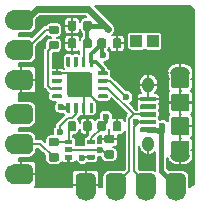
<source format=gbr>
G04 #@! TF.GenerationSoftware,KiCad,Pcbnew,5.1.0-060a0da~80~ubuntu18.04.1*
G04 #@! TF.CreationDate,2019-04-12T23:32:23+02:00*
G04 #@! TF.ProjectId,mav_sbus_bridge,6d61765f-7362-4757-935f-627269646765,rev?*
G04 #@! TF.SameCoordinates,Original*
G04 #@! TF.FileFunction,Copper,L1,Top*
G04 #@! TF.FilePolarity,Positive*
%FSLAX46Y46*%
G04 Gerber Fmt 4.6, Leading zero omitted, Abs format (unit mm)*
G04 Created by KiCad (PCBNEW 5.1.0-060a0da~80~ubuntu18.04.1) date 2019-04-12 23:32:23*
%MOMM*%
%LPD*%
G04 APERTURE LIST*
%ADD10C,0.100000*%
%ADD11C,1.700000*%
%ADD12O,1.000000X1.300000*%
%ADD13C,0.400000*%
%ADD14C,1.500000*%
%ADD15O,1.650000X1.000000*%
%ADD16C,0.300000*%
%ADD17C,2.100000*%
%ADD18C,0.700000*%
%ADD19R,1.000000X1.000000*%
%ADD20C,0.600000*%
%ADD21C,0.200000*%
%ADD22C,0.300000*%
%ADD23C,0.400000*%
%ADD24C,0.500000*%
%ADD25C,0.600000*%
G04 APERTURE END LIST*
D10*
G36*
X147466657Y-111994046D02*
G01*
X147507913Y-112000166D01*
X147548371Y-112010300D01*
X147587640Y-112024351D01*
X147625344Y-112042183D01*
X147661117Y-112063625D01*
X147694617Y-112088471D01*
X147725520Y-112116480D01*
X147753529Y-112147383D01*
X147778375Y-112180883D01*
X147799817Y-112216656D01*
X147817649Y-112254360D01*
X147831700Y-112293629D01*
X147841834Y-112334087D01*
X147847954Y-112375343D01*
X147850000Y-112417000D01*
X147850000Y-113567000D01*
X147847954Y-113608657D01*
X147841834Y-113649913D01*
X147831700Y-113690371D01*
X147817649Y-113729640D01*
X147799817Y-113767344D01*
X147778375Y-113803117D01*
X147753529Y-113836617D01*
X147725520Y-113867520D01*
X147694617Y-113895529D01*
X147661117Y-113920375D01*
X147625344Y-113941817D01*
X147587640Y-113959649D01*
X147548371Y-113973700D01*
X147507913Y-113983834D01*
X147466657Y-113989954D01*
X147425000Y-113992000D01*
X146575000Y-113992000D01*
X146533343Y-113989954D01*
X146492087Y-113983834D01*
X146451629Y-113973700D01*
X146412360Y-113959649D01*
X146374656Y-113941817D01*
X146338883Y-113920375D01*
X146305383Y-113895529D01*
X146274480Y-113867520D01*
X146246471Y-113836617D01*
X146221625Y-113803117D01*
X146200183Y-113767344D01*
X146182351Y-113729640D01*
X146168300Y-113690371D01*
X146158166Y-113649913D01*
X146152046Y-113608657D01*
X146150000Y-113567000D01*
X146150000Y-112417000D01*
X146152046Y-112375343D01*
X146158166Y-112334087D01*
X146168300Y-112293629D01*
X146182351Y-112254360D01*
X146200183Y-112216656D01*
X146221625Y-112180883D01*
X146246471Y-112147383D01*
X146274480Y-112116480D01*
X146305383Y-112088471D01*
X146338883Y-112063625D01*
X146374656Y-112042183D01*
X146412360Y-112024351D01*
X146451629Y-112010300D01*
X146492087Y-112000166D01*
X146533343Y-111994046D01*
X146575000Y-111992000D01*
X147425000Y-111992000D01*
X147466657Y-111994046D01*
X147466657Y-111994046D01*
G37*
D11*
X147000000Y-112992000D03*
D10*
G36*
X155086657Y-111994046D02*
G01*
X155127913Y-112000166D01*
X155168371Y-112010300D01*
X155207640Y-112024351D01*
X155245344Y-112042183D01*
X155281117Y-112063625D01*
X155314617Y-112088471D01*
X155345520Y-112116480D01*
X155373529Y-112147383D01*
X155398375Y-112180883D01*
X155419817Y-112216656D01*
X155437649Y-112254360D01*
X155451700Y-112293629D01*
X155461834Y-112334087D01*
X155467954Y-112375343D01*
X155470000Y-112417000D01*
X155470000Y-113567000D01*
X155467954Y-113608657D01*
X155461834Y-113649913D01*
X155451700Y-113690371D01*
X155437649Y-113729640D01*
X155419817Y-113767344D01*
X155398375Y-113803117D01*
X155373529Y-113836617D01*
X155345520Y-113867520D01*
X155314617Y-113895529D01*
X155281117Y-113920375D01*
X155245344Y-113941817D01*
X155207640Y-113959649D01*
X155168371Y-113973700D01*
X155127913Y-113983834D01*
X155086657Y-113989954D01*
X155045000Y-113992000D01*
X154195000Y-113992000D01*
X154153343Y-113989954D01*
X154112087Y-113983834D01*
X154071629Y-113973700D01*
X154032360Y-113959649D01*
X153994656Y-113941817D01*
X153958883Y-113920375D01*
X153925383Y-113895529D01*
X153894480Y-113867520D01*
X153866471Y-113836617D01*
X153841625Y-113803117D01*
X153820183Y-113767344D01*
X153802351Y-113729640D01*
X153788300Y-113690371D01*
X153778166Y-113649913D01*
X153772046Y-113608657D01*
X153770000Y-113567000D01*
X153770000Y-112417000D01*
X153772046Y-112375343D01*
X153778166Y-112334087D01*
X153788300Y-112293629D01*
X153802351Y-112254360D01*
X153820183Y-112216656D01*
X153841625Y-112180883D01*
X153866471Y-112147383D01*
X153894480Y-112116480D01*
X153925383Y-112088471D01*
X153958883Y-112063625D01*
X153994656Y-112042183D01*
X154032360Y-112024351D01*
X154071629Y-112010300D01*
X154112087Y-112000166D01*
X154153343Y-111994046D01*
X154195000Y-111992000D01*
X155045000Y-111992000D01*
X155086657Y-111994046D01*
X155086657Y-111994046D01*
G37*
D11*
X154620000Y-112992000D03*
D10*
G36*
X152546657Y-111994046D02*
G01*
X152587913Y-112000166D01*
X152628371Y-112010300D01*
X152667640Y-112024351D01*
X152705344Y-112042183D01*
X152741117Y-112063625D01*
X152774617Y-112088471D01*
X152805520Y-112116480D01*
X152833529Y-112147383D01*
X152858375Y-112180883D01*
X152879817Y-112216656D01*
X152897649Y-112254360D01*
X152911700Y-112293629D01*
X152921834Y-112334087D01*
X152927954Y-112375343D01*
X152930000Y-112417000D01*
X152930000Y-113567000D01*
X152927954Y-113608657D01*
X152921834Y-113649913D01*
X152911700Y-113690371D01*
X152897649Y-113729640D01*
X152879817Y-113767344D01*
X152858375Y-113803117D01*
X152833529Y-113836617D01*
X152805520Y-113867520D01*
X152774617Y-113895529D01*
X152741117Y-113920375D01*
X152705344Y-113941817D01*
X152667640Y-113959649D01*
X152628371Y-113973700D01*
X152587913Y-113983834D01*
X152546657Y-113989954D01*
X152505000Y-113992000D01*
X151655000Y-113992000D01*
X151613343Y-113989954D01*
X151572087Y-113983834D01*
X151531629Y-113973700D01*
X151492360Y-113959649D01*
X151454656Y-113941817D01*
X151418883Y-113920375D01*
X151385383Y-113895529D01*
X151354480Y-113867520D01*
X151326471Y-113836617D01*
X151301625Y-113803117D01*
X151280183Y-113767344D01*
X151262351Y-113729640D01*
X151248300Y-113690371D01*
X151238166Y-113649913D01*
X151232046Y-113608657D01*
X151230000Y-113567000D01*
X151230000Y-112417000D01*
X151232046Y-112375343D01*
X151238166Y-112334087D01*
X151248300Y-112293629D01*
X151262351Y-112254360D01*
X151280183Y-112216656D01*
X151301625Y-112180883D01*
X151326471Y-112147383D01*
X151354480Y-112116480D01*
X151385383Y-112088471D01*
X151418883Y-112063625D01*
X151454656Y-112042183D01*
X151492360Y-112024351D01*
X151531629Y-112010300D01*
X151572087Y-112000166D01*
X151613343Y-111994046D01*
X151655000Y-111992000D01*
X152505000Y-111992000D01*
X152546657Y-111994046D01*
X152546657Y-111994046D01*
G37*
D11*
X152080000Y-112992000D03*
D10*
G36*
X150006657Y-111994046D02*
G01*
X150047913Y-112000166D01*
X150088371Y-112010300D01*
X150127640Y-112024351D01*
X150165344Y-112042183D01*
X150201117Y-112063625D01*
X150234617Y-112088471D01*
X150265520Y-112116480D01*
X150293529Y-112147383D01*
X150318375Y-112180883D01*
X150339817Y-112216656D01*
X150357649Y-112254360D01*
X150371700Y-112293629D01*
X150381834Y-112334087D01*
X150387954Y-112375343D01*
X150390000Y-112417000D01*
X150390000Y-113567000D01*
X150387954Y-113608657D01*
X150381834Y-113649913D01*
X150371700Y-113690371D01*
X150357649Y-113729640D01*
X150339817Y-113767344D01*
X150318375Y-113803117D01*
X150293529Y-113836617D01*
X150265520Y-113867520D01*
X150234617Y-113895529D01*
X150201117Y-113920375D01*
X150165344Y-113941817D01*
X150127640Y-113959649D01*
X150088371Y-113973700D01*
X150047913Y-113983834D01*
X150006657Y-113989954D01*
X149965000Y-113992000D01*
X149115000Y-113992000D01*
X149073343Y-113989954D01*
X149032087Y-113983834D01*
X148991629Y-113973700D01*
X148952360Y-113959649D01*
X148914656Y-113941817D01*
X148878883Y-113920375D01*
X148845383Y-113895529D01*
X148814480Y-113867520D01*
X148786471Y-113836617D01*
X148761625Y-113803117D01*
X148740183Y-113767344D01*
X148722351Y-113729640D01*
X148708300Y-113690371D01*
X148698166Y-113649913D01*
X148692046Y-113608657D01*
X148690000Y-113567000D01*
X148690000Y-112417000D01*
X148692046Y-112375343D01*
X148698166Y-112334087D01*
X148708300Y-112293629D01*
X148722351Y-112254360D01*
X148740183Y-112216656D01*
X148761625Y-112180883D01*
X148786471Y-112147383D01*
X148814480Y-112116480D01*
X148845383Y-112088471D01*
X148878883Y-112063625D01*
X148914656Y-112042183D01*
X148952360Y-112024351D01*
X148991629Y-112010300D01*
X149032087Y-112000166D01*
X149073343Y-111994046D01*
X149115000Y-111992000D01*
X149965000Y-111992000D01*
X150006657Y-111994046D01*
X150006657Y-111994046D01*
G37*
D11*
X149540000Y-112992000D03*
X154620000Y-113500000D03*
X152080000Y-113500000D03*
X149540000Y-113500000D03*
X147000000Y-113500000D03*
D10*
G36*
X142124657Y-103232046D02*
G01*
X142165913Y-103238166D01*
X142206371Y-103248300D01*
X142245640Y-103262351D01*
X142283344Y-103280183D01*
X142319117Y-103301625D01*
X142352617Y-103326471D01*
X142383520Y-103354480D01*
X142411529Y-103385383D01*
X142436375Y-103418883D01*
X142457817Y-103454656D01*
X142475649Y-103492360D01*
X142489700Y-103531629D01*
X142499834Y-103572087D01*
X142505954Y-103613343D01*
X142508000Y-103655000D01*
X142508000Y-104505000D01*
X142505954Y-104546657D01*
X142499834Y-104587913D01*
X142489700Y-104628371D01*
X142475649Y-104667640D01*
X142457817Y-104705344D01*
X142436375Y-104741117D01*
X142411529Y-104774617D01*
X142383520Y-104805520D01*
X142352617Y-104833529D01*
X142319117Y-104858375D01*
X142283344Y-104879817D01*
X142245640Y-104897649D01*
X142206371Y-104911700D01*
X142165913Y-104921834D01*
X142124657Y-104927954D01*
X142083000Y-104930000D01*
X140933000Y-104930000D01*
X140891343Y-104927954D01*
X140850087Y-104921834D01*
X140809629Y-104911700D01*
X140770360Y-104897649D01*
X140732656Y-104879817D01*
X140696883Y-104858375D01*
X140663383Y-104833529D01*
X140632480Y-104805520D01*
X140604471Y-104774617D01*
X140579625Y-104741117D01*
X140558183Y-104705344D01*
X140540351Y-104667640D01*
X140526300Y-104628371D01*
X140516166Y-104587913D01*
X140510046Y-104546657D01*
X140508000Y-104505000D01*
X140508000Y-103655000D01*
X140510046Y-103613343D01*
X140516166Y-103572087D01*
X140526300Y-103531629D01*
X140540351Y-103492360D01*
X140558183Y-103454656D01*
X140579625Y-103418883D01*
X140604471Y-103385383D01*
X140632480Y-103354480D01*
X140663383Y-103326471D01*
X140696883Y-103301625D01*
X140732656Y-103280183D01*
X140770360Y-103262351D01*
X140809629Y-103248300D01*
X140850087Y-103238166D01*
X140891343Y-103232046D01*
X140933000Y-103230000D01*
X142083000Y-103230000D01*
X142124657Y-103232046D01*
X142124657Y-103232046D01*
G37*
D11*
X141508000Y-104080000D03*
D10*
G36*
X142124657Y-100692046D02*
G01*
X142165913Y-100698166D01*
X142206371Y-100708300D01*
X142245640Y-100722351D01*
X142283344Y-100740183D01*
X142319117Y-100761625D01*
X142352617Y-100786471D01*
X142383520Y-100814480D01*
X142411529Y-100845383D01*
X142436375Y-100878883D01*
X142457817Y-100914656D01*
X142475649Y-100952360D01*
X142489700Y-100991629D01*
X142499834Y-101032087D01*
X142505954Y-101073343D01*
X142508000Y-101115000D01*
X142508000Y-101965000D01*
X142505954Y-102006657D01*
X142499834Y-102047913D01*
X142489700Y-102088371D01*
X142475649Y-102127640D01*
X142457817Y-102165344D01*
X142436375Y-102201117D01*
X142411529Y-102234617D01*
X142383520Y-102265520D01*
X142352617Y-102293529D01*
X142319117Y-102318375D01*
X142283344Y-102339817D01*
X142245640Y-102357649D01*
X142206371Y-102371700D01*
X142165913Y-102381834D01*
X142124657Y-102387954D01*
X142083000Y-102390000D01*
X140933000Y-102390000D01*
X140891343Y-102387954D01*
X140850087Y-102381834D01*
X140809629Y-102371700D01*
X140770360Y-102357649D01*
X140732656Y-102339817D01*
X140696883Y-102318375D01*
X140663383Y-102293529D01*
X140632480Y-102265520D01*
X140604471Y-102234617D01*
X140579625Y-102201117D01*
X140558183Y-102165344D01*
X140540351Y-102127640D01*
X140526300Y-102088371D01*
X140516166Y-102047913D01*
X140510046Y-102006657D01*
X140508000Y-101965000D01*
X140508000Y-101115000D01*
X140510046Y-101073343D01*
X140516166Y-101032087D01*
X140526300Y-100991629D01*
X140540351Y-100952360D01*
X140558183Y-100914656D01*
X140579625Y-100878883D01*
X140604471Y-100845383D01*
X140632480Y-100814480D01*
X140663383Y-100786471D01*
X140696883Y-100761625D01*
X140732656Y-100740183D01*
X140770360Y-100722351D01*
X140809629Y-100708300D01*
X140850087Y-100698166D01*
X140891343Y-100692046D01*
X140933000Y-100690000D01*
X142083000Y-100690000D01*
X142124657Y-100692046D01*
X142124657Y-100692046D01*
G37*
D11*
X141508000Y-101540000D03*
D10*
G36*
X142124657Y-98152046D02*
G01*
X142165913Y-98158166D01*
X142206371Y-98168300D01*
X142245640Y-98182351D01*
X142283344Y-98200183D01*
X142319117Y-98221625D01*
X142352617Y-98246471D01*
X142383520Y-98274480D01*
X142411529Y-98305383D01*
X142436375Y-98338883D01*
X142457817Y-98374656D01*
X142475649Y-98412360D01*
X142489700Y-98451629D01*
X142499834Y-98492087D01*
X142505954Y-98533343D01*
X142508000Y-98575000D01*
X142508000Y-99425000D01*
X142505954Y-99466657D01*
X142499834Y-99507913D01*
X142489700Y-99548371D01*
X142475649Y-99587640D01*
X142457817Y-99625344D01*
X142436375Y-99661117D01*
X142411529Y-99694617D01*
X142383520Y-99725520D01*
X142352617Y-99753529D01*
X142319117Y-99778375D01*
X142283344Y-99799817D01*
X142245640Y-99817649D01*
X142206371Y-99831700D01*
X142165913Y-99841834D01*
X142124657Y-99847954D01*
X142083000Y-99850000D01*
X140933000Y-99850000D01*
X140891343Y-99847954D01*
X140850087Y-99841834D01*
X140809629Y-99831700D01*
X140770360Y-99817649D01*
X140732656Y-99799817D01*
X140696883Y-99778375D01*
X140663383Y-99753529D01*
X140632480Y-99725520D01*
X140604471Y-99694617D01*
X140579625Y-99661117D01*
X140558183Y-99625344D01*
X140540351Y-99587640D01*
X140526300Y-99548371D01*
X140516166Y-99507913D01*
X140510046Y-99466657D01*
X140508000Y-99425000D01*
X140508000Y-98575000D01*
X140510046Y-98533343D01*
X140516166Y-98492087D01*
X140526300Y-98451629D01*
X140540351Y-98412360D01*
X140558183Y-98374656D01*
X140579625Y-98338883D01*
X140604471Y-98305383D01*
X140632480Y-98274480D01*
X140663383Y-98246471D01*
X140696883Y-98221625D01*
X140732656Y-98200183D01*
X140770360Y-98182351D01*
X140809629Y-98168300D01*
X140850087Y-98158166D01*
X140891343Y-98152046D01*
X140933000Y-98150000D01*
X142083000Y-98150000D01*
X142124657Y-98152046D01*
X142124657Y-98152046D01*
G37*
D11*
X141508000Y-99000000D03*
X141000000Y-104080000D03*
X141000000Y-101540000D03*
X141000000Y-99000000D03*
D10*
G36*
X142124657Y-111232046D02*
G01*
X142165913Y-111238166D01*
X142206371Y-111248300D01*
X142245640Y-111262351D01*
X142283344Y-111280183D01*
X142319117Y-111301625D01*
X142352617Y-111326471D01*
X142383520Y-111354480D01*
X142411529Y-111385383D01*
X142436375Y-111418883D01*
X142457817Y-111454656D01*
X142475649Y-111492360D01*
X142489700Y-111531629D01*
X142499834Y-111572087D01*
X142505954Y-111613343D01*
X142508000Y-111655000D01*
X142508000Y-112505000D01*
X142505954Y-112546657D01*
X142499834Y-112587913D01*
X142489700Y-112628371D01*
X142475649Y-112667640D01*
X142457817Y-112705344D01*
X142436375Y-112741117D01*
X142411529Y-112774617D01*
X142383520Y-112805520D01*
X142352617Y-112833529D01*
X142319117Y-112858375D01*
X142283344Y-112879817D01*
X142245640Y-112897649D01*
X142206371Y-112911700D01*
X142165913Y-112921834D01*
X142124657Y-112927954D01*
X142083000Y-112930000D01*
X140933000Y-112930000D01*
X140891343Y-112927954D01*
X140850087Y-112921834D01*
X140809629Y-112911700D01*
X140770360Y-112897649D01*
X140732656Y-112879817D01*
X140696883Y-112858375D01*
X140663383Y-112833529D01*
X140632480Y-112805520D01*
X140604471Y-112774617D01*
X140579625Y-112741117D01*
X140558183Y-112705344D01*
X140540351Y-112667640D01*
X140526300Y-112628371D01*
X140516166Y-112587913D01*
X140510046Y-112546657D01*
X140508000Y-112505000D01*
X140508000Y-111655000D01*
X140510046Y-111613343D01*
X140516166Y-111572087D01*
X140526300Y-111531629D01*
X140540351Y-111492360D01*
X140558183Y-111454656D01*
X140579625Y-111418883D01*
X140604471Y-111385383D01*
X140632480Y-111354480D01*
X140663383Y-111326471D01*
X140696883Y-111301625D01*
X140732656Y-111280183D01*
X140770360Y-111262351D01*
X140809629Y-111248300D01*
X140850087Y-111238166D01*
X140891343Y-111232046D01*
X140933000Y-111230000D01*
X142083000Y-111230000D01*
X142124657Y-111232046D01*
X142124657Y-111232046D01*
G37*
D11*
X141508000Y-112080000D03*
D10*
G36*
X142124657Y-108692046D02*
G01*
X142165913Y-108698166D01*
X142206371Y-108708300D01*
X142245640Y-108722351D01*
X142283344Y-108740183D01*
X142319117Y-108761625D01*
X142352617Y-108786471D01*
X142383520Y-108814480D01*
X142411529Y-108845383D01*
X142436375Y-108878883D01*
X142457817Y-108914656D01*
X142475649Y-108952360D01*
X142489700Y-108991629D01*
X142499834Y-109032087D01*
X142505954Y-109073343D01*
X142508000Y-109115000D01*
X142508000Y-109965000D01*
X142505954Y-110006657D01*
X142499834Y-110047913D01*
X142489700Y-110088371D01*
X142475649Y-110127640D01*
X142457817Y-110165344D01*
X142436375Y-110201117D01*
X142411529Y-110234617D01*
X142383520Y-110265520D01*
X142352617Y-110293529D01*
X142319117Y-110318375D01*
X142283344Y-110339817D01*
X142245640Y-110357649D01*
X142206371Y-110371700D01*
X142165913Y-110381834D01*
X142124657Y-110387954D01*
X142083000Y-110390000D01*
X140933000Y-110390000D01*
X140891343Y-110387954D01*
X140850087Y-110381834D01*
X140809629Y-110371700D01*
X140770360Y-110357649D01*
X140732656Y-110339817D01*
X140696883Y-110318375D01*
X140663383Y-110293529D01*
X140632480Y-110265520D01*
X140604471Y-110234617D01*
X140579625Y-110201117D01*
X140558183Y-110165344D01*
X140540351Y-110127640D01*
X140526300Y-110088371D01*
X140516166Y-110047913D01*
X140510046Y-110006657D01*
X140508000Y-109965000D01*
X140508000Y-109115000D01*
X140510046Y-109073343D01*
X140516166Y-109032087D01*
X140526300Y-108991629D01*
X140540351Y-108952360D01*
X140558183Y-108914656D01*
X140579625Y-108878883D01*
X140604471Y-108845383D01*
X140632480Y-108814480D01*
X140663383Y-108786471D01*
X140696883Y-108761625D01*
X140732656Y-108740183D01*
X140770360Y-108722351D01*
X140809629Y-108708300D01*
X140850087Y-108698166D01*
X140891343Y-108692046D01*
X140933000Y-108690000D01*
X142083000Y-108690000D01*
X142124657Y-108692046D01*
X142124657Y-108692046D01*
G37*
D11*
X141508000Y-109540000D03*
D10*
G36*
X142124657Y-106152046D02*
G01*
X142165913Y-106158166D01*
X142206371Y-106168300D01*
X142245640Y-106182351D01*
X142283344Y-106200183D01*
X142319117Y-106221625D01*
X142352617Y-106246471D01*
X142383520Y-106274480D01*
X142411529Y-106305383D01*
X142436375Y-106338883D01*
X142457817Y-106374656D01*
X142475649Y-106412360D01*
X142489700Y-106451629D01*
X142499834Y-106492087D01*
X142505954Y-106533343D01*
X142508000Y-106575000D01*
X142508000Y-107425000D01*
X142505954Y-107466657D01*
X142499834Y-107507913D01*
X142489700Y-107548371D01*
X142475649Y-107587640D01*
X142457817Y-107625344D01*
X142436375Y-107661117D01*
X142411529Y-107694617D01*
X142383520Y-107725520D01*
X142352617Y-107753529D01*
X142319117Y-107778375D01*
X142283344Y-107799817D01*
X142245640Y-107817649D01*
X142206371Y-107831700D01*
X142165913Y-107841834D01*
X142124657Y-107847954D01*
X142083000Y-107850000D01*
X140933000Y-107850000D01*
X140891343Y-107847954D01*
X140850087Y-107841834D01*
X140809629Y-107831700D01*
X140770360Y-107817649D01*
X140732656Y-107799817D01*
X140696883Y-107778375D01*
X140663383Y-107753529D01*
X140632480Y-107725520D01*
X140604471Y-107694617D01*
X140579625Y-107661117D01*
X140558183Y-107625344D01*
X140540351Y-107587640D01*
X140526300Y-107548371D01*
X140516166Y-107507913D01*
X140510046Y-107466657D01*
X140508000Y-107425000D01*
X140508000Y-106575000D01*
X140510046Y-106533343D01*
X140516166Y-106492087D01*
X140526300Y-106451629D01*
X140540351Y-106412360D01*
X140558183Y-106374656D01*
X140579625Y-106338883D01*
X140604471Y-106305383D01*
X140632480Y-106274480D01*
X140663383Y-106246471D01*
X140696883Y-106221625D01*
X140732656Y-106200183D01*
X140770360Y-106182351D01*
X140809629Y-106168300D01*
X140850087Y-106158166D01*
X140891343Y-106152046D01*
X140933000Y-106150000D01*
X142083000Y-106150000D01*
X142124657Y-106152046D01*
X142124657Y-106152046D01*
G37*
D11*
X141508000Y-107000000D03*
X141000000Y-112080000D03*
X141000000Y-109540000D03*
X141000000Y-107000000D03*
D12*
X152300000Y-109500000D03*
X152300000Y-104500000D03*
D10*
G36*
X152884802Y-108100482D02*
G01*
X152894509Y-108101921D01*
X152904028Y-108104306D01*
X152913268Y-108107612D01*
X152922140Y-108111808D01*
X152930557Y-108116853D01*
X152938439Y-108122699D01*
X152945711Y-108129289D01*
X152952301Y-108136561D01*
X152958147Y-108144443D01*
X152963192Y-108152860D01*
X152967388Y-108161732D01*
X152970694Y-108170972D01*
X152973079Y-108180491D01*
X152974518Y-108190198D01*
X152975000Y-108200000D01*
X152975000Y-108400000D01*
X152974518Y-108409802D01*
X152973079Y-108419509D01*
X152970694Y-108429028D01*
X152967388Y-108438268D01*
X152963192Y-108447140D01*
X152958147Y-108455557D01*
X152952301Y-108463439D01*
X152945711Y-108470711D01*
X152938439Y-108477301D01*
X152930557Y-108483147D01*
X152922140Y-108488192D01*
X152913268Y-108492388D01*
X152904028Y-108495694D01*
X152894509Y-108498079D01*
X152884802Y-108499518D01*
X152875000Y-108500000D01*
X151725000Y-108500000D01*
X151715198Y-108499518D01*
X151705491Y-108498079D01*
X151695972Y-108495694D01*
X151686732Y-108492388D01*
X151677860Y-108488192D01*
X151669443Y-108483147D01*
X151661561Y-108477301D01*
X151654289Y-108470711D01*
X151647699Y-108463439D01*
X151641853Y-108455557D01*
X151636808Y-108447140D01*
X151632612Y-108438268D01*
X151629306Y-108429028D01*
X151626921Y-108419509D01*
X151625482Y-108409802D01*
X151625000Y-108400000D01*
X151625000Y-108200000D01*
X151625482Y-108190198D01*
X151626921Y-108180491D01*
X151629306Y-108170972D01*
X151632612Y-108161732D01*
X151636808Y-108152860D01*
X151641853Y-108144443D01*
X151647699Y-108136561D01*
X151654289Y-108129289D01*
X151661561Y-108122699D01*
X151669443Y-108116853D01*
X151677860Y-108111808D01*
X151686732Y-108107612D01*
X151695972Y-108104306D01*
X151705491Y-108101921D01*
X151715198Y-108100482D01*
X151725000Y-108100000D01*
X152875000Y-108100000D01*
X152884802Y-108100482D01*
X152884802Y-108100482D01*
G37*
D13*
X152300000Y-108300000D03*
D10*
G36*
X152884802Y-107450482D02*
G01*
X152894509Y-107451921D01*
X152904028Y-107454306D01*
X152913268Y-107457612D01*
X152922140Y-107461808D01*
X152930557Y-107466853D01*
X152938439Y-107472699D01*
X152945711Y-107479289D01*
X152952301Y-107486561D01*
X152958147Y-107494443D01*
X152963192Y-107502860D01*
X152967388Y-107511732D01*
X152970694Y-107520972D01*
X152973079Y-107530491D01*
X152974518Y-107540198D01*
X152975000Y-107550000D01*
X152975000Y-107750000D01*
X152974518Y-107759802D01*
X152973079Y-107769509D01*
X152970694Y-107779028D01*
X152967388Y-107788268D01*
X152963192Y-107797140D01*
X152958147Y-107805557D01*
X152952301Y-107813439D01*
X152945711Y-107820711D01*
X152938439Y-107827301D01*
X152930557Y-107833147D01*
X152922140Y-107838192D01*
X152913268Y-107842388D01*
X152904028Y-107845694D01*
X152894509Y-107848079D01*
X152884802Y-107849518D01*
X152875000Y-107850000D01*
X151725000Y-107850000D01*
X151715198Y-107849518D01*
X151705491Y-107848079D01*
X151695972Y-107845694D01*
X151686732Y-107842388D01*
X151677860Y-107838192D01*
X151669443Y-107833147D01*
X151661561Y-107827301D01*
X151654289Y-107820711D01*
X151647699Y-107813439D01*
X151641853Y-107805557D01*
X151636808Y-107797140D01*
X151632612Y-107788268D01*
X151629306Y-107779028D01*
X151626921Y-107769509D01*
X151625482Y-107759802D01*
X151625000Y-107750000D01*
X151625000Y-107550000D01*
X151625482Y-107540198D01*
X151626921Y-107530491D01*
X151629306Y-107520972D01*
X151632612Y-107511732D01*
X151636808Y-107502860D01*
X151641853Y-107494443D01*
X151647699Y-107486561D01*
X151654289Y-107479289D01*
X151661561Y-107472699D01*
X151669443Y-107466853D01*
X151677860Y-107461808D01*
X151686732Y-107457612D01*
X151695972Y-107454306D01*
X151705491Y-107451921D01*
X151715198Y-107450482D01*
X151725000Y-107450000D01*
X152875000Y-107450000D01*
X152884802Y-107450482D01*
X152884802Y-107450482D01*
G37*
D13*
X152300000Y-107650000D03*
D10*
G36*
X152884802Y-106800482D02*
G01*
X152894509Y-106801921D01*
X152904028Y-106804306D01*
X152913268Y-106807612D01*
X152922140Y-106811808D01*
X152930557Y-106816853D01*
X152938439Y-106822699D01*
X152945711Y-106829289D01*
X152952301Y-106836561D01*
X152958147Y-106844443D01*
X152963192Y-106852860D01*
X152967388Y-106861732D01*
X152970694Y-106870972D01*
X152973079Y-106880491D01*
X152974518Y-106890198D01*
X152975000Y-106900000D01*
X152975000Y-107100000D01*
X152974518Y-107109802D01*
X152973079Y-107119509D01*
X152970694Y-107129028D01*
X152967388Y-107138268D01*
X152963192Y-107147140D01*
X152958147Y-107155557D01*
X152952301Y-107163439D01*
X152945711Y-107170711D01*
X152938439Y-107177301D01*
X152930557Y-107183147D01*
X152922140Y-107188192D01*
X152913268Y-107192388D01*
X152904028Y-107195694D01*
X152894509Y-107198079D01*
X152884802Y-107199518D01*
X152875000Y-107200000D01*
X151725000Y-107200000D01*
X151715198Y-107199518D01*
X151705491Y-107198079D01*
X151695972Y-107195694D01*
X151686732Y-107192388D01*
X151677860Y-107188192D01*
X151669443Y-107183147D01*
X151661561Y-107177301D01*
X151654289Y-107170711D01*
X151647699Y-107163439D01*
X151641853Y-107155557D01*
X151636808Y-107147140D01*
X151632612Y-107138268D01*
X151629306Y-107129028D01*
X151626921Y-107119509D01*
X151625482Y-107109802D01*
X151625000Y-107100000D01*
X151625000Y-106900000D01*
X151625482Y-106890198D01*
X151626921Y-106880491D01*
X151629306Y-106870972D01*
X151632612Y-106861732D01*
X151636808Y-106852860D01*
X151641853Y-106844443D01*
X151647699Y-106836561D01*
X151654289Y-106829289D01*
X151661561Y-106822699D01*
X151669443Y-106816853D01*
X151677860Y-106811808D01*
X151686732Y-106807612D01*
X151695972Y-106804306D01*
X151705491Y-106801921D01*
X151715198Y-106800482D01*
X151725000Y-106800000D01*
X152875000Y-106800000D01*
X152884802Y-106800482D01*
X152884802Y-106800482D01*
G37*
D13*
X152300000Y-107000000D03*
D10*
G36*
X152884802Y-106150482D02*
G01*
X152894509Y-106151921D01*
X152904028Y-106154306D01*
X152913268Y-106157612D01*
X152922140Y-106161808D01*
X152930557Y-106166853D01*
X152938439Y-106172699D01*
X152945711Y-106179289D01*
X152952301Y-106186561D01*
X152958147Y-106194443D01*
X152963192Y-106202860D01*
X152967388Y-106211732D01*
X152970694Y-106220972D01*
X152973079Y-106230491D01*
X152974518Y-106240198D01*
X152975000Y-106250000D01*
X152975000Y-106450000D01*
X152974518Y-106459802D01*
X152973079Y-106469509D01*
X152970694Y-106479028D01*
X152967388Y-106488268D01*
X152963192Y-106497140D01*
X152958147Y-106505557D01*
X152952301Y-106513439D01*
X152945711Y-106520711D01*
X152938439Y-106527301D01*
X152930557Y-106533147D01*
X152922140Y-106538192D01*
X152913268Y-106542388D01*
X152904028Y-106545694D01*
X152894509Y-106548079D01*
X152884802Y-106549518D01*
X152875000Y-106550000D01*
X151725000Y-106550000D01*
X151715198Y-106549518D01*
X151705491Y-106548079D01*
X151695972Y-106545694D01*
X151686732Y-106542388D01*
X151677860Y-106538192D01*
X151669443Y-106533147D01*
X151661561Y-106527301D01*
X151654289Y-106520711D01*
X151647699Y-106513439D01*
X151641853Y-106505557D01*
X151636808Y-106497140D01*
X151632612Y-106488268D01*
X151629306Y-106479028D01*
X151626921Y-106469509D01*
X151625482Y-106459802D01*
X151625000Y-106450000D01*
X151625000Y-106250000D01*
X151625482Y-106240198D01*
X151626921Y-106230491D01*
X151629306Y-106220972D01*
X151632612Y-106211732D01*
X151636808Y-106202860D01*
X151641853Y-106194443D01*
X151647699Y-106186561D01*
X151654289Y-106179289D01*
X151661561Y-106172699D01*
X151669443Y-106166853D01*
X151677860Y-106161808D01*
X151686732Y-106157612D01*
X151695972Y-106154306D01*
X151705491Y-106151921D01*
X151715198Y-106150482D01*
X151725000Y-106150000D01*
X152875000Y-106150000D01*
X152884802Y-106150482D01*
X152884802Y-106150482D01*
G37*
D13*
X152300000Y-106350000D03*
D10*
G36*
X152884802Y-105500482D02*
G01*
X152894509Y-105501921D01*
X152904028Y-105504306D01*
X152913268Y-105507612D01*
X152922140Y-105511808D01*
X152930557Y-105516853D01*
X152938439Y-105522699D01*
X152945711Y-105529289D01*
X152952301Y-105536561D01*
X152958147Y-105544443D01*
X152963192Y-105552860D01*
X152967388Y-105561732D01*
X152970694Y-105570972D01*
X152973079Y-105580491D01*
X152974518Y-105590198D01*
X152975000Y-105600000D01*
X152975000Y-105800000D01*
X152974518Y-105809802D01*
X152973079Y-105819509D01*
X152970694Y-105829028D01*
X152967388Y-105838268D01*
X152963192Y-105847140D01*
X152958147Y-105855557D01*
X152952301Y-105863439D01*
X152945711Y-105870711D01*
X152938439Y-105877301D01*
X152930557Y-105883147D01*
X152922140Y-105888192D01*
X152913268Y-105892388D01*
X152904028Y-105895694D01*
X152894509Y-105898079D01*
X152884802Y-105899518D01*
X152875000Y-105900000D01*
X151725000Y-105900000D01*
X151715198Y-105899518D01*
X151705491Y-105898079D01*
X151695972Y-105895694D01*
X151686732Y-105892388D01*
X151677860Y-105888192D01*
X151669443Y-105883147D01*
X151661561Y-105877301D01*
X151654289Y-105870711D01*
X151647699Y-105863439D01*
X151641853Y-105855557D01*
X151636808Y-105847140D01*
X151632612Y-105838268D01*
X151629306Y-105829028D01*
X151626921Y-105819509D01*
X151625482Y-105809802D01*
X151625000Y-105800000D01*
X151625000Y-105600000D01*
X151625482Y-105590198D01*
X151626921Y-105580491D01*
X151629306Y-105570972D01*
X151632612Y-105561732D01*
X151636808Y-105552860D01*
X151641853Y-105544443D01*
X151647699Y-105536561D01*
X151654289Y-105529289D01*
X151661561Y-105522699D01*
X151669443Y-105516853D01*
X151677860Y-105511808D01*
X151686732Y-105507612D01*
X151695972Y-105504306D01*
X151705491Y-105501921D01*
X151715198Y-105500482D01*
X151725000Y-105500000D01*
X152875000Y-105500000D01*
X152884802Y-105500482D01*
X152884802Y-105500482D01*
G37*
D13*
X152300000Y-105700000D03*
D10*
G36*
X155614703Y-105250722D02*
G01*
X155629264Y-105252882D01*
X155643543Y-105256459D01*
X155657403Y-105261418D01*
X155670710Y-105267712D01*
X155683336Y-105275280D01*
X155695159Y-105284048D01*
X155706066Y-105293934D01*
X155715952Y-105304841D01*
X155724720Y-105316664D01*
X155732288Y-105329290D01*
X155738582Y-105342597D01*
X155743541Y-105356457D01*
X155747118Y-105370736D01*
X155749278Y-105385297D01*
X155750000Y-105400000D01*
X155750000Y-106600000D01*
X155749278Y-106614703D01*
X155747118Y-106629264D01*
X155743541Y-106643543D01*
X155738582Y-106657403D01*
X155732288Y-106670710D01*
X155724720Y-106683336D01*
X155715952Y-106695159D01*
X155706066Y-106706066D01*
X155695159Y-106715952D01*
X155683336Y-106724720D01*
X155670710Y-106732288D01*
X155657403Y-106738582D01*
X155643543Y-106743541D01*
X155629264Y-106747118D01*
X155614703Y-106749278D01*
X155600000Y-106750000D01*
X154400000Y-106750000D01*
X154385297Y-106749278D01*
X154370736Y-106747118D01*
X154356457Y-106743541D01*
X154342597Y-106738582D01*
X154329290Y-106732288D01*
X154316664Y-106724720D01*
X154304841Y-106715952D01*
X154293934Y-106706066D01*
X154284048Y-106695159D01*
X154275280Y-106683336D01*
X154267712Y-106670710D01*
X154261418Y-106657403D01*
X154256459Y-106643543D01*
X154252882Y-106629264D01*
X154250722Y-106614703D01*
X154250000Y-106600000D01*
X154250000Y-105400000D01*
X154250722Y-105385297D01*
X154252882Y-105370736D01*
X154256459Y-105356457D01*
X154261418Y-105342597D01*
X154267712Y-105329290D01*
X154275280Y-105316664D01*
X154284048Y-105304841D01*
X154293934Y-105293934D01*
X154304841Y-105284048D01*
X154316664Y-105275280D01*
X154329290Y-105267712D01*
X154342597Y-105261418D01*
X154356457Y-105256459D01*
X154370736Y-105252882D01*
X154385297Y-105250722D01*
X154400000Y-105250000D01*
X155600000Y-105250000D01*
X155614703Y-105250722D01*
X155614703Y-105250722D01*
G37*
D14*
X155000000Y-106000000D03*
D10*
G36*
X155614703Y-107250722D02*
G01*
X155629264Y-107252882D01*
X155643543Y-107256459D01*
X155657403Y-107261418D01*
X155670710Y-107267712D01*
X155683336Y-107275280D01*
X155695159Y-107284048D01*
X155706066Y-107293934D01*
X155715952Y-107304841D01*
X155724720Y-107316664D01*
X155732288Y-107329290D01*
X155738582Y-107342597D01*
X155743541Y-107356457D01*
X155747118Y-107370736D01*
X155749278Y-107385297D01*
X155750000Y-107400000D01*
X155750000Y-108600000D01*
X155749278Y-108614703D01*
X155747118Y-108629264D01*
X155743541Y-108643543D01*
X155738582Y-108657403D01*
X155732288Y-108670710D01*
X155724720Y-108683336D01*
X155715952Y-108695159D01*
X155706066Y-108706066D01*
X155695159Y-108715952D01*
X155683336Y-108724720D01*
X155670710Y-108732288D01*
X155657403Y-108738582D01*
X155643543Y-108743541D01*
X155629264Y-108747118D01*
X155614703Y-108749278D01*
X155600000Y-108750000D01*
X154400000Y-108750000D01*
X154385297Y-108749278D01*
X154370736Y-108747118D01*
X154356457Y-108743541D01*
X154342597Y-108738582D01*
X154329290Y-108732288D01*
X154316664Y-108724720D01*
X154304841Y-108715952D01*
X154293934Y-108706066D01*
X154284048Y-108695159D01*
X154275280Y-108683336D01*
X154267712Y-108670710D01*
X154261418Y-108657403D01*
X154256459Y-108643543D01*
X154252882Y-108629264D01*
X154250722Y-108614703D01*
X154250000Y-108600000D01*
X154250000Y-107400000D01*
X154250722Y-107385297D01*
X154252882Y-107370736D01*
X154256459Y-107356457D01*
X154261418Y-107342597D01*
X154267712Y-107329290D01*
X154275280Y-107316664D01*
X154284048Y-107304841D01*
X154293934Y-107293934D01*
X154304841Y-107284048D01*
X154316664Y-107275280D01*
X154329290Y-107267712D01*
X154342597Y-107261418D01*
X154356457Y-107256459D01*
X154370736Y-107252882D01*
X154385297Y-107250722D01*
X154400000Y-107250000D01*
X155600000Y-107250000D01*
X155614703Y-107250722D01*
X155614703Y-107250722D01*
G37*
D14*
X155000000Y-108000000D03*
D15*
X155000000Y-103500000D03*
X155000000Y-110500000D03*
D10*
G36*
X155614703Y-103250722D02*
G01*
X155629264Y-103252882D01*
X155643543Y-103256459D01*
X155657403Y-103261418D01*
X155670710Y-103267712D01*
X155683336Y-103275280D01*
X155695159Y-103284048D01*
X155706066Y-103293934D01*
X155715952Y-103304841D01*
X155724720Y-103316664D01*
X155732288Y-103329290D01*
X155738582Y-103342597D01*
X155743541Y-103356457D01*
X155747118Y-103370736D01*
X155749278Y-103385297D01*
X155750000Y-103400000D01*
X155750000Y-104600000D01*
X155749278Y-104614703D01*
X155747118Y-104629264D01*
X155743541Y-104643543D01*
X155738582Y-104657403D01*
X155732288Y-104670710D01*
X155724720Y-104683336D01*
X155715952Y-104695159D01*
X155706066Y-104706066D01*
X155695159Y-104715952D01*
X155683336Y-104724720D01*
X155670710Y-104732288D01*
X155657403Y-104738582D01*
X155643543Y-104743541D01*
X155629264Y-104747118D01*
X155614703Y-104749278D01*
X155600000Y-104750000D01*
X154400000Y-104750000D01*
X154385297Y-104749278D01*
X154370736Y-104747118D01*
X154356457Y-104743541D01*
X154342597Y-104738582D01*
X154329290Y-104732288D01*
X154316664Y-104724720D01*
X154304841Y-104715952D01*
X154293934Y-104706066D01*
X154284048Y-104695159D01*
X154275280Y-104683336D01*
X154267712Y-104670710D01*
X154261418Y-104657403D01*
X154256459Y-104643543D01*
X154252882Y-104629264D01*
X154250722Y-104614703D01*
X154250000Y-104600000D01*
X154250000Y-103400000D01*
X154250722Y-103385297D01*
X154252882Y-103370736D01*
X154256459Y-103356457D01*
X154261418Y-103342597D01*
X154267712Y-103329290D01*
X154275280Y-103316664D01*
X154284048Y-103304841D01*
X154293934Y-103293934D01*
X154304841Y-103284048D01*
X154316664Y-103275280D01*
X154329290Y-103267712D01*
X154342597Y-103261418D01*
X154356457Y-103256459D01*
X154370736Y-103252882D01*
X154385297Y-103250722D01*
X154400000Y-103250000D01*
X155600000Y-103250000D01*
X155614703Y-103250722D01*
X155614703Y-103250722D01*
G37*
D14*
X155000000Y-104000000D03*
D10*
G36*
X155614703Y-109250722D02*
G01*
X155629264Y-109252882D01*
X155643543Y-109256459D01*
X155657403Y-109261418D01*
X155670710Y-109267712D01*
X155683336Y-109275280D01*
X155695159Y-109284048D01*
X155706066Y-109293934D01*
X155715952Y-109304841D01*
X155724720Y-109316664D01*
X155732288Y-109329290D01*
X155738582Y-109342597D01*
X155743541Y-109356457D01*
X155747118Y-109370736D01*
X155749278Y-109385297D01*
X155750000Y-109400000D01*
X155750000Y-110600000D01*
X155749278Y-110614703D01*
X155747118Y-110629264D01*
X155743541Y-110643543D01*
X155738582Y-110657403D01*
X155732288Y-110670710D01*
X155724720Y-110683336D01*
X155715952Y-110695159D01*
X155706066Y-110706066D01*
X155695159Y-110715952D01*
X155683336Y-110724720D01*
X155670710Y-110732288D01*
X155657403Y-110738582D01*
X155643543Y-110743541D01*
X155629264Y-110747118D01*
X155614703Y-110749278D01*
X155600000Y-110750000D01*
X154400000Y-110750000D01*
X154385297Y-110749278D01*
X154370736Y-110747118D01*
X154356457Y-110743541D01*
X154342597Y-110738582D01*
X154329290Y-110732288D01*
X154316664Y-110724720D01*
X154304841Y-110715952D01*
X154293934Y-110706066D01*
X154284048Y-110695159D01*
X154275280Y-110683336D01*
X154267712Y-110670710D01*
X154261418Y-110657403D01*
X154256459Y-110643543D01*
X154252882Y-110629264D01*
X154250722Y-110614703D01*
X154250000Y-110600000D01*
X154250000Y-109400000D01*
X154250722Y-109385297D01*
X154252882Y-109370736D01*
X154256459Y-109356457D01*
X154261418Y-109342597D01*
X154267712Y-109329290D01*
X154275280Y-109316664D01*
X154284048Y-109304841D01*
X154293934Y-109293934D01*
X154304841Y-109284048D01*
X154316664Y-109275280D01*
X154329290Y-109267712D01*
X154342597Y-109261418D01*
X154356457Y-109256459D01*
X154370736Y-109252882D01*
X154385297Y-109250722D01*
X154400000Y-109250000D01*
X155600000Y-109250000D01*
X155614703Y-109250722D01*
X155614703Y-109250722D01*
G37*
D14*
X155000000Y-110000000D03*
D10*
G36*
X147684802Y-109150482D02*
G01*
X147694509Y-109151921D01*
X147704028Y-109154306D01*
X147713268Y-109157612D01*
X147722140Y-109161808D01*
X147730557Y-109166853D01*
X147738439Y-109172699D01*
X147745711Y-109179289D01*
X147752301Y-109186561D01*
X147758147Y-109194443D01*
X147763192Y-109202860D01*
X147767388Y-109211732D01*
X147770694Y-109220972D01*
X147773079Y-109230491D01*
X147774518Y-109240198D01*
X147775000Y-109250000D01*
X147775000Y-109450000D01*
X147774518Y-109459802D01*
X147773079Y-109469509D01*
X147770694Y-109479028D01*
X147767388Y-109488268D01*
X147763192Y-109497140D01*
X147758147Y-109505557D01*
X147752301Y-109513439D01*
X147745711Y-109520711D01*
X147738439Y-109527301D01*
X147730557Y-109533147D01*
X147722140Y-109538192D01*
X147713268Y-109542388D01*
X147704028Y-109545694D01*
X147694509Y-109548079D01*
X147684802Y-109549518D01*
X147675000Y-109550000D01*
X147225000Y-109550000D01*
X147215198Y-109549518D01*
X147205491Y-109548079D01*
X147195972Y-109545694D01*
X147186732Y-109542388D01*
X147177860Y-109538192D01*
X147169443Y-109533147D01*
X147161561Y-109527301D01*
X147154289Y-109520711D01*
X147147699Y-109513439D01*
X147141853Y-109505557D01*
X147136808Y-109497140D01*
X147132612Y-109488268D01*
X147129306Y-109479028D01*
X147126921Y-109469509D01*
X147125482Y-109459802D01*
X147125000Y-109450000D01*
X147125000Y-109250000D01*
X147125482Y-109240198D01*
X147126921Y-109230491D01*
X147129306Y-109220972D01*
X147132612Y-109211732D01*
X147136808Y-109202860D01*
X147141853Y-109194443D01*
X147147699Y-109186561D01*
X147154289Y-109179289D01*
X147161561Y-109172699D01*
X147169443Y-109166853D01*
X147177860Y-109161808D01*
X147186732Y-109157612D01*
X147195972Y-109154306D01*
X147205491Y-109151921D01*
X147215198Y-109150482D01*
X147225000Y-109150000D01*
X147675000Y-109150000D01*
X147684802Y-109150482D01*
X147684802Y-109150482D01*
G37*
D13*
X147450000Y-109350000D03*
D10*
G36*
X147684802Y-110450482D02*
G01*
X147694509Y-110451921D01*
X147704028Y-110454306D01*
X147713268Y-110457612D01*
X147722140Y-110461808D01*
X147730557Y-110466853D01*
X147738439Y-110472699D01*
X147745711Y-110479289D01*
X147752301Y-110486561D01*
X147758147Y-110494443D01*
X147763192Y-110502860D01*
X147767388Y-110511732D01*
X147770694Y-110520972D01*
X147773079Y-110530491D01*
X147774518Y-110540198D01*
X147775000Y-110550000D01*
X147775000Y-110750000D01*
X147774518Y-110759802D01*
X147773079Y-110769509D01*
X147770694Y-110779028D01*
X147767388Y-110788268D01*
X147763192Y-110797140D01*
X147758147Y-110805557D01*
X147752301Y-110813439D01*
X147745711Y-110820711D01*
X147738439Y-110827301D01*
X147730557Y-110833147D01*
X147722140Y-110838192D01*
X147713268Y-110842388D01*
X147704028Y-110845694D01*
X147694509Y-110848079D01*
X147684802Y-110849518D01*
X147675000Y-110850000D01*
X147225000Y-110850000D01*
X147215198Y-110849518D01*
X147205491Y-110848079D01*
X147195972Y-110845694D01*
X147186732Y-110842388D01*
X147177860Y-110838192D01*
X147169443Y-110833147D01*
X147161561Y-110827301D01*
X147154289Y-110820711D01*
X147147699Y-110813439D01*
X147141853Y-110805557D01*
X147136808Y-110797140D01*
X147132612Y-110788268D01*
X147129306Y-110779028D01*
X147126921Y-110769509D01*
X147125482Y-110759802D01*
X147125000Y-110750000D01*
X147125000Y-110550000D01*
X147125482Y-110540198D01*
X147126921Y-110530491D01*
X147129306Y-110520972D01*
X147132612Y-110511732D01*
X147136808Y-110502860D01*
X147141853Y-110494443D01*
X147147699Y-110486561D01*
X147154289Y-110479289D01*
X147161561Y-110472699D01*
X147169443Y-110466853D01*
X147177860Y-110461808D01*
X147186732Y-110457612D01*
X147195972Y-110454306D01*
X147205491Y-110451921D01*
X147215198Y-110450482D01*
X147225000Y-110450000D01*
X147675000Y-110450000D01*
X147684802Y-110450482D01*
X147684802Y-110450482D01*
G37*
D13*
X147450000Y-110650000D03*
D10*
G36*
X145784802Y-109800482D02*
G01*
X145794509Y-109801921D01*
X145804028Y-109804306D01*
X145813268Y-109807612D01*
X145822140Y-109811808D01*
X145830557Y-109816853D01*
X145838439Y-109822699D01*
X145845711Y-109829289D01*
X145852301Y-109836561D01*
X145858147Y-109844443D01*
X145863192Y-109852860D01*
X145867388Y-109861732D01*
X145870694Y-109870972D01*
X145873079Y-109880491D01*
X145874518Y-109890198D01*
X145875000Y-109900000D01*
X145875000Y-110100000D01*
X145874518Y-110109802D01*
X145873079Y-110119509D01*
X145870694Y-110129028D01*
X145867388Y-110138268D01*
X145863192Y-110147140D01*
X145858147Y-110155557D01*
X145852301Y-110163439D01*
X145845711Y-110170711D01*
X145838439Y-110177301D01*
X145830557Y-110183147D01*
X145822140Y-110188192D01*
X145813268Y-110192388D01*
X145804028Y-110195694D01*
X145794509Y-110198079D01*
X145784802Y-110199518D01*
X145775000Y-110200000D01*
X145325000Y-110200000D01*
X145315198Y-110199518D01*
X145305491Y-110198079D01*
X145295972Y-110195694D01*
X145286732Y-110192388D01*
X145277860Y-110188192D01*
X145269443Y-110183147D01*
X145261561Y-110177301D01*
X145254289Y-110170711D01*
X145247699Y-110163439D01*
X145241853Y-110155557D01*
X145236808Y-110147140D01*
X145232612Y-110138268D01*
X145229306Y-110129028D01*
X145226921Y-110119509D01*
X145225482Y-110109802D01*
X145225000Y-110100000D01*
X145225000Y-109900000D01*
X145225482Y-109890198D01*
X145226921Y-109880491D01*
X145229306Y-109870972D01*
X145232612Y-109861732D01*
X145236808Y-109852860D01*
X145241853Y-109844443D01*
X145247699Y-109836561D01*
X145254289Y-109829289D01*
X145261561Y-109822699D01*
X145269443Y-109816853D01*
X145277860Y-109811808D01*
X145286732Y-109807612D01*
X145295972Y-109804306D01*
X145305491Y-109801921D01*
X145315198Y-109800482D01*
X145325000Y-109800000D01*
X145775000Y-109800000D01*
X145784802Y-109800482D01*
X145784802Y-109800482D01*
G37*
D13*
X145550000Y-110000000D03*
D10*
G36*
X145784802Y-110450482D02*
G01*
X145794509Y-110451921D01*
X145804028Y-110454306D01*
X145813268Y-110457612D01*
X145822140Y-110461808D01*
X145830557Y-110466853D01*
X145838439Y-110472699D01*
X145845711Y-110479289D01*
X145852301Y-110486561D01*
X145858147Y-110494443D01*
X145863192Y-110502860D01*
X145867388Y-110511732D01*
X145870694Y-110520972D01*
X145873079Y-110530491D01*
X145874518Y-110540198D01*
X145875000Y-110550000D01*
X145875000Y-110750000D01*
X145874518Y-110759802D01*
X145873079Y-110769509D01*
X145870694Y-110779028D01*
X145867388Y-110788268D01*
X145863192Y-110797140D01*
X145858147Y-110805557D01*
X145852301Y-110813439D01*
X145845711Y-110820711D01*
X145838439Y-110827301D01*
X145830557Y-110833147D01*
X145822140Y-110838192D01*
X145813268Y-110842388D01*
X145804028Y-110845694D01*
X145794509Y-110848079D01*
X145784802Y-110849518D01*
X145775000Y-110850000D01*
X145325000Y-110850000D01*
X145315198Y-110849518D01*
X145305491Y-110848079D01*
X145295972Y-110845694D01*
X145286732Y-110842388D01*
X145277860Y-110838192D01*
X145269443Y-110833147D01*
X145261561Y-110827301D01*
X145254289Y-110820711D01*
X145247699Y-110813439D01*
X145241853Y-110805557D01*
X145236808Y-110797140D01*
X145232612Y-110788268D01*
X145229306Y-110779028D01*
X145226921Y-110769509D01*
X145225482Y-110759802D01*
X145225000Y-110750000D01*
X145225000Y-110550000D01*
X145225482Y-110540198D01*
X145226921Y-110530491D01*
X145229306Y-110520972D01*
X145232612Y-110511732D01*
X145236808Y-110502860D01*
X145241853Y-110494443D01*
X145247699Y-110486561D01*
X145254289Y-110479289D01*
X145261561Y-110472699D01*
X145269443Y-110466853D01*
X145277860Y-110461808D01*
X145286732Y-110457612D01*
X145295972Y-110454306D01*
X145305491Y-110451921D01*
X145315198Y-110450482D01*
X145325000Y-110450000D01*
X145775000Y-110450000D01*
X145784802Y-110450482D01*
X145784802Y-110450482D01*
G37*
D13*
X145550000Y-110650000D03*
D10*
G36*
X145784802Y-109150482D02*
G01*
X145794509Y-109151921D01*
X145804028Y-109154306D01*
X145813268Y-109157612D01*
X145822140Y-109161808D01*
X145830557Y-109166853D01*
X145838439Y-109172699D01*
X145845711Y-109179289D01*
X145852301Y-109186561D01*
X145858147Y-109194443D01*
X145863192Y-109202860D01*
X145867388Y-109211732D01*
X145870694Y-109220972D01*
X145873079Y-109230491D01*
X145874518Y-109240198D01*
X145875000Y-109250000D01*
X145875000Y-109450000D01*
X145874518Y-109459802D01*
X145873079Y-109469509D01*
X145870694Y-109479028D01*
X145867388Y-109488268D01*
X145863192Y-109497140D01*
X145858147Y-109505557D01*
X145852301Y-109513439D01*
X145845711Y-109520711D01*
X145838439Y-109527301D01*
X145830557Y-109533147D01*
X145822140Y-109538192D01*
X145813268Y-109542388D01*
X145804028Y-109545694D01*
X145794509Y-109548079D01*
X145784802Y-109549518D01*
X145775000Y-109550000D01*
X145325000Y-109550000D01*
X145315198Y-109549518D01*
X145305491Y-109548079D01*
X145295972Y-109545694D01*
X145286732Y-109542388D01*
X145277860Y-109538192D01*
X145269443Y-109533147D01*
X145261561Y-109527301D01*
X145254289Y-109520711D01*
X145247699Y-109513439D01*
X145241853Y-109505557D01*
X145236808Y-109497140D01*
X145232612Y-109488268D01*
X145229306Y-109479028D01*
X145226921Y-109469509D01*
X145225482Y-109459802D01*
X145225000Y-109450000D01*
X145225000Y-109250000D01*
X145225482Y-109240198D01*
X145226921Y-109230491D01*
X145229306Y-109220972D01*
X145232612Y-109211732D01*
X145236808Y-109202860D01*
X145241853Y-109194443D01*
X145247699Y-109186561D01*
X145254289Y-109179289D01*
X145261561Y-109172699D01*
X145269443Y-109166853D01*
X145277860Y-109161808D01*
X145286732Y-109157612D01*
X145295972Y-109154306D01*
X145305491Y-109151921D01*
X145315198Y-109150482D01*
X145325000Y-109150000D01*
X145775000Y-109150000D01*
X145784802Y-109150482D01*
X145784802Y-109150482D01*
G37*
D13*
X145550000Y-109350000D03*
D10*
G36*
X144907351Y-105325361D02*
G01*
X144914632Y-105326441D01*
X144921771Y-105328229D01*
X144928701Y-105330709D01*
X144935355Y-105333856D01*
X144941668Y-105337640D01*
X144947579Y-105342024D01*
X144953033Y-105346967D01*
X144957976Y-105352421D01*
X144962360Y-105358332D01*
X144966144Y-105364645D01*
X144969291Y-105371299D01*
X144971771Y-105378229D01*
X144973559Y-105385368D01*
X144974639Y-105392649D01*
X144975000Y-105400000D01*
X144975000Y-105550000D01*
X144974639Y-105557351D01*
X144973559Y-105564632D01*
X144971771Y-105571771D01*
X144969291Y-105578701D01*
X144966144Y-105585355D01*
X144962360Y-105591668D01*
X144957976Y-105597579D01*
X144953033Y-105603033D01*
X144947579Y-105607976D01*
X144941668Y-105612360D01*
X144935355Y-105616144D01*
X144928701Y-105619291D01*
X144921771Y-105621771D01*
X144914632Y-105623559D01*
X144907351Y-105624639D01*
X144900000Y-105625000D01*
X144200000Y-105625000D01*
X144192649Y-105624639D01*
X144185368Y-105623559D01*
X144178229Y-105621771D01*
X144171299Y-105619291D01*
X144164645Y-105616144D01*
X144158332Y-105612360D01*
X144152421Y-105607976D01*
X144146967Y-105603033D01*
X144142024Y-105597579D01*
X144137640Y-105591668D01*
X144133856Y-105585355D01*
X144130709Y-105578701D01*
X144128229Y-105571771D01*
X144126441Y-105564632D01*
X144125361Y-105557351D01*
X144125000Y-105550000D01*
X144125000Y-105400000D01*
X144125361Y-105392649D01*
X144126441Y-105385368D01*
X144128229Y-105378229D01*
X144130709Y-105371299D01*
X144133856Y-105364645D01*
X144137640Y-105358332D01*
X144142024Y-105352421D01*
X144146967Y-105346967D01*
X144152421Y-105342024D01*
X144158332Y-105337640D01*
X144164645Y-105333856D01*
X144171299Y-105330709D01*
X144178229Y-105328229D01*
X144185368Y-105326441D01*
X144192649Y-105325361D01*
X144200000Y-105325000D01*
X144900000Y-105325000D01*
X144907351Y-105325361D01*
X144907351Y-105325361D01*
G37*
D16*
X144550000Y-105475000D03*
D10*
G36*
X144907351Y-104675361D02*
G01*
X144914632Y-104676441D01*
X144921771Y-104678229D01*
X144928701Y-104680709D01*
X144935355Y-104683856D01*
X144941668Y-104687640D01*
X144947579Y-104692024D01*
X144953033Y-104696967D01*
X144957976Y-104702421D01*
X144962360Y-104708332D01*
X144966144Y-104714645D01*
X144969291Y-104721299D01*
X144971771Y-104728229D01*
X144973559Y-104735368D01*
X144974639Y-104742649D01*
X144975000Y-104750000D01*
X144975000Y-104900000D01*
X144974639Y-104907351D01*
X144973559Y-104914632D01*
X144971771Y-104921771D01*
X144969291Y-104928701D01*
X144966144Y-104935355D01*
X144962360Y-104941668D01*
X144957976Y-104947579D01*
X144953033Y-104953033D01*
X144947579Y-104957976D01*
X144941668Y-104962360D01*
X144935355Y-104966144D01*
X144928701Y-104969291D01*
X144921771Y-104971771D01*
X144914632Y-104973559D01*
X144907351Y-104974639D01*
X144900000Y-104975000D01*
X144200000Y-104975000D01*
X144192649Y-104974639D01*
X144185368Y-104973559D01*
X144178229Y-104971771D01*
X144171299Y-104969291D01*
X144164645Y-104966144D01*
X144158332Y-104962360D01*
X144152421Y-104957976D01*
X144146967Y-104953033D01*
X144142024Y-104947579D01*
X144137640Y-104941668D01*
X144133856Y-104935355D01*
X144130709Y-104928701D01*
X144128229Y-104921771D01*
X144126441Y-104914632D01*
X144125361Y-104907351D01*
X144125000Y-104900000D01*
X144125000Y-104750000D01*
X144125361Y-104742649D01*
X144126441Y-104735368D01*
X144128229Y-104728229D01*
X144130709Y-104721299D01*
X144133856Y-104714645D01*
X144137640Y-104708332D01*
X144142024Y-104702421D01*
X144146967Y-104696967D01*
X144152421Y-104692024D01*
X144158332Y-104687640D01*
X144164645Y-104683856D01*
X144171299Y-104680709D01*
X144178229Y-104678229D01*
X144185368Y-104676441D01*
X144192649Y-104675361D01*
X144200000Y-104675000D01*
X144900000Y-104675000D01*
X144907351Y-104675361D01*
X144907351Y-104675361D01*
G37*
D16*
X144550000Y-104825000D03*
D10*
G36*
X144907351Y-104025361D02*
G01*
X144914632Y-104026441D01*
X144921771Y-104028229D01*
X144928701Y-104030709D01*
X144935355Y-104033856D01*
X144941668Y-104037640D01*
X144947579Y-104042024D01*
X144953033Y-104046967D01*
X144957976Y-104052421D01*
X144962360Y-104058332D01*
X144966144Y-104064645D01*
X144969291Y-104071299D01*
X144971771Y-104078229D01*
X144973559Y-104085368D01*
X144974639Y-104092649D01*
X144975000Y-104100000D01*
X144975000Y-104250000D01*
X144974639Y-104257351D01*
X144973559Y-104264632D01*
X144971771Y-104271771D01*
X144969291Y-104278701D01*
X144966144Y-104285355D01*
X144962360Y-104291668D01*
X144957976Y-104297579D01*
X144953033Y-104303033D01*
X144947579Y-104307976D01*
X144941668Y-104312360D01*
X144935355Y-104316144D01*
X144928701Y-104319291D01*
X144921771Y-104321771D01*
X144914632Y-104323559D01*
X144907351Y-104324639D01*
X144900000Y-104325000D01*
X144200000Y-104325000D01*
X144192649Y-104324639D01*
X144185368Y-104323559D01*
X144178229Y-104321771D01*
X144171299Y-104319291D01*
X144164645Y-104316144D01*
X144158332Y-104312360D01*
X144152421Y-104307976D01*
X144146967Y-104303033D01*
X144142024Y-104297579D01*
X144137640Y-104291668D01*
X144133856Y-104285355D01*
X144130709Y-104278701D01*
X144128229Y-104271771D01*
X144126441Y-104264632D01*
X144125361Y-104257351D01*
X144125000Y-104250000D01*
X144125000Y-104100000D01*
X144125361Y-104092649D01*
X144126441Y-104085368D01*
X144128229Y-104078229D01*
X144130709Y-104071299D01*
X144133856Y-104064645D01*
X144137640Y-104058332D01*
X144142024Y-104052421D01*
X144146967Y-104046967D01*
X144152421Y-104042024D01*
X144158332Y-104037640D01*
X144164645Y-104033856D01*
X144171299Y-104030709D01*
X144178229Y-104028229D01*
X144185368Y-104026441D01*
X144192649Y-104025361D01*
X144200000Y-104025000D01*
X144900000Y-104025000D01*
X144907351Y-104025361D01*
X144907351Y-104025361D01*
G37*
D16*
X144550000Y-104175000D03*
D10*
G36*
X144907351Y-103375361D02*
G01*
X144914632Y-103376441D01*
X144921771Y-103378229D01*
X144928701Y-103380709D01*
X144935355Y-103383856D01*
X144941668Y-103387640D01*
X144947579Y-103392024D01*
X144953033Y-103396967D01*
X144957976Y-103402421D01*
X144962360Y-103408332D01*
X144966144Y-103414645D01*
X144969291Y-103421299D01*
X144971771Y-103428229D01*
X144973559Y-103435368D01*
X144974639Y-103442649D01*
X144975000Y-103450000D01*
X144975000Y-103600000D01*
X144974639Y-103607351D01*
X144973559Y-103614632D01*
X144971771Y-103621771D01*
X144969291Y-103628701D01*
X144966144Y-103635355D01*
X144962360Y-103641668D01*
X144957976Y-103647579D01*
X144953033Y-103653033D01*
X144947579Y-103657976D01*
X144941668Y-103662360D01*
X144935355Y-103666144D01*
X144928701Y-103669291D01*
X144921771Y-103671771D01*
X144914632Y-103673559D01*
X144907351Y-103674639D01*
X144900000Y-103675000D01*
X144200000Y-103675000D01*
X144192649Y-103674639D01*
X144185368Y-103673559D01*
X144178229Y-103671771D01*
X144171299Y-103669291D01*
X144164645Y-103666144D01*
X144158332Y-103662360D01*
X144152421Y-103657976D01*
X144146967Y-103653033D01*
X144142024Y-103647579D01*
X144137640Y-103641668D01*
X144133856Y-103635355D01*
X144130709Y-103628701D01*
X144128229Y-103621771D01*
X144126441Y-103614632D01*
X144125361Y-103607351D01*
X144125000Y-103600000D01*
X144125000Y-103450000D01*
X144125361Y-103442649D01*
X144126441Y-103435368D01*
X144128229Y-103428229D01*
X144130709Y-103421299D01*
X144133856Y-103414645D01*
X144137640Y-103408332D01*
X144142024Y-103402421D01*
X144146967Y-103396967D01*
X144152421Y-103392024D01*
X144158332Y-103387640D01*
X144164645Y-103383856D01*
X144171299Y-103380709D01*
X144178229Y-103378229D01*
X144185368Y-103376441D01*
X144192649Y-103375361D01*
X144200000Y-103375000D01*
X144900000Y-103375000D01*
X144907351Y-103375361D01*
X144907351Y-103375361D01*
G37*
D16*
X144550000Y-103525000D03*
D10*
G36*
X145607351Y-102125361D02*
G01*
X145614632Y-102126441D01*
X145621771Y-102128229D01*
X145628701Y-102130709D01*
X145635355Y-102133856D01*
X145641668Y-102137640D01*
X145647579Y-102142024D01*
X145653033Y-102146967D01*
X145657976Y-102152421D01*
X145662360Y-102158332D01*
X145666144Y-102164645D01*
X145669291Y-102171299D01*
X145671771Y-102178229D01*
X145673559Y-102185368D01*
X145674639Y-102192649D01*
X145675000Y-102200000D01*
X145675000Y-102900000D01*
X145674639Y-102907351D01*
X145673559Y-102914632D01*
X145671771Y-102921771D01*
X145669291Y-102928701D01*
X145666144Y-102935355D01*
X145662360Y-102941668D01*
X145657976Y-102947579D01*
X145653033Y-102953033D01*
X145647579Y-102957976D01*
X145641668Y-102962360D01*
X145635355Y-102966144D01*
X145628701Y-102969291D01*
X145621771Y-102971771D01*
X145614632Y-102973559D01*
X145607351Y-102974639D01*
X145600000Y-102975000D01*
X145450000Y-102975000D01*
X145442649Y-102974639D01*
X145435368Y-102973559D01*
X145428229Y-102971771D01*
X145421299Y-102969291D01*
X145414645Y-102966144D01*
X145408332Y-102962360D01*
X145402421Y-102957976D01*
X145396967Y-102953033D01*
X145392024Y-102947579D01*
X145387640Y-102941668D01*
X145383856Y-102935355D01*
X145380709Y-102928701D01*
X145378229Y-102921771D01*
X145376441Y-102914632D01*
X145375361Y-102907351D01*
X145375000Y-102900000D01*
X145375000Y-102200000D01*
X145375361Y-102192649D01*
X145376441Y-102185368D01*
X145378229Y-102178229D01*
X145380709Y-102171299D01*
X145383856Y-102164645D01*
X145387640Y-102158332D01*
X145392024Y-102152421D01*
X145396967Y-102146967D01*
X145402421Y-102142024D01*
X145408332Y-102137640D01*
X145414645Y-102133856D01*
X145421299Y-102130709D01*
X145428229Y-102128229D01*
X145435368Y-102126441D01*
X145442649Y-102125361D01*
X145450000Y-102125000D01*
X145600000Y-102125000D01*
X145607351Y-102125361D01*
X145607351Y-102125361D01*
G37*
D16*
X145525000Y-102550000D03*
D10*
G36*
X146257351Y-102125361D02*
G01*
X146264632Y-102126441D01*
X146271771Y-102128229D01*
X146278701Y-102130709D01*
X146285355Y-102133856D01*
X146291668Y-102137640D01*
X146297579Y-102142024D01*
X146303033Y-102146967D01*
X146307976Y-102152421D01*
X146312360Y-102158332D01*
X146316144Y-102164645D01*
X146319291Y-102171299D01*
X146321771Y-102178229D01*
X146323559Y-102185368D01*
X146324639Y-102192649D01*
X146325000Y-102200000D01*
X146325000Y-102900000D01*
X146324639Y-102907351D01*
X146323559Y-102914632D01*
X146321771Y-102921771D01*
X146319291Y-102928701D01*
X146316144Y-102935355D01*
X146312360Y-102941668D01*
X146307976Y-102947579D01*
X146303033Y-102953033D01*
X146297579Y-102957976D01*
X146291668Y-102962360D01*
X146285355Y-102966144D01*
X146278701Y-102969291D01*
X146271771Y-102971771D01*
X146264632Y-102973559D01*
X146257351Y-102974639D01*
X146250000Y-102975000D01*
X146100000Y-102975000D01*
X146092649Y-102974639D01*
X146085368Y-102973559D01*
X146078229Y-102971771D01*
X146071299Y-102969291D01*
X146064645Y-102966144D01*
X146058332Y-102962360D01*
X146052421Y-102957976D01*
X146046967Y-102953033D01*
X146042024Y-102947579D01*
X146037640Y-102941668D01*
X146033856Y-102935355D01*
X146030709Y-102928701D01*
X146028229Y-102921771D01*
X146026441Y-102914632D01*
X146025361Y-102907351D01*
X146025000Y-102900000D01*
X146025000Y-102200000D01*
X146025361Y-102192649D01*
X146026441Y-102185368D01*
X146028229Y-102178229D01*
X146030709Y-102171299D01*
X146033856Y-102164645D01*
X146037640Y-102158332D01*
X146042024Y-102152421D01*
X146046967Y-102146967D01*
X146052421Y-102142024D01*
X146058332Y-102137640D01*
X146064645Y-102133856D01*
X146071299Y-102130709D01*
X146078229Y-102128229D01*
X146085368Y-102126441D01*
X146092649Y-102125361D01*
X146100000Y-102125000D01*
X146250000Y-102125000D01*
X146257351Y-102125361D01*
X146257351Y-102125361D01*
G37*
D16*
X146175000Y-102550000D03*
D10*
G36*
X146907351Y-102125361D02*
G01*
X146914632Y-102126441D01*
X146921771Y-102128229D01*
X146928701Y-102130709D01*
X146935355Y-102133856D01*
X146941668Y-102137640D01*
X146947579Y-102142024D01*
X146953033Y-102146967D01*
X146957976Y-102152421D01*
X146962360Y-102158332D01*
X146966144Y-102164645D01*
X146969291Y-102171299D01*
X146971771Y-102178229D01*
X146973559Y-102185368D01*
X146974639Y-102192649D01*
X146975000Y-102200000D01*
X146975000Y-102900000D01*
X146974639Y-102907351D01*
X146973559Y-102914632D01*
X146971771Y-102921771D01*
X146969291Y-102928701D01*
X146966144Y-102935355D01*
X146962360Y-102941668D01*
X146957976Y-102947579D01*
X146953033Y-102953033D01*
X146947579Y-102957976D01*
X146941668Y-102962360D01*
X146935355Y-102966144D01*
X146928701Y-102969291D01*
X146921771Y-102971771D01*
X146914632Y-102973559D01*
X146907351Y-102974639D01*
X146900000Y-102975000D01*
X146750000Y-102975000D01*
X146742649Y-102974639D01*
X146735368Y-102973559D01*
X146728229Y-102971771D01*
X146721299Y-102969291D01*
X146714645Y-102966144D01*
X146708332Y-102962360D01*
X146702421Y-102957976D01*
X146696967Y-102953033D01*
X146692024Y-102947579D01*
X146687640Y-102941668D01*
X146683856Y-102935355D01*
X146680709Y-102928701D01*
X146678229Y-102921771D01*
X146676441Y-102914632D01*
X146675361Y-102907351D01*
X146675000Y-102900000D01*
X146675000Y-102200000D01*
X146675361Y-102192649D01*
X146676441Y-102185368D01*
X146678229Y-102178229D01*
X146680709Y-102171299D01*
X146683856Y-102164645D01*
X146687640Y-102158332D01*
X146692024Y-102152421D01*
X146696967Y-102146967D01*
X146702421Y-102142024D01*
X146708332Y-102137640D01*
X146714645Y-102133856D01*
X146721299Y-102130709D01*
X146728229Y-102128229D01*
X146735368Y-102126441D01*
X146742649Y-102125361D01*
X146750000Y-102125000D01*
X146900000Y-102125000D01*
X146907351Y-102125361D01*
X146907351Y-102125361D01*
G37*
D16*
X146825000Y-102550000D03*
D10*
G36*
X147557351Y-102125361D02*
G01*
X147564632Y-102126441D01*
X147571771Y-102128229D01*
X147578701Y-102130709D01*
X147585355Y-102133856D01*
X147591668Y-102137640D01*
X147597579Y-102142024D01*
X147603033Y-102146967D01*
X147607976Y-102152421D01*
X147612360Y-102158332D01*
X147616144Y-102164645D01*
X147619291Y-102171299D01*
X147621771Y-102178229D01*
X147623559Y-102185368D01*
X147624639Y-102192649D01*
X147625000Y-102200000D01*
X147625000Y-102900000D01*
X147624639Y-102907351D01*
X147623559Y-102914632D01*
X147621771Y-102921771D01*
X147619291Y-102928701D01*
X147616144Y-102935355D01*
X147612360Y-102941668D01*
X147607976Y-102947579D01*
X147603033Y-102953033D01*
X147597579Y-102957976D01*
X147591668Y-102962360D01*
X147585355Y-102966144D01*
X147578701Y-102969291D01*
X147571771Y-102971771D01*
X147564632Y-102973559D01*
X147557351Y-102974639D01*
X147550000Y-102975000D01*
X147400000Y-102975000D01*
X147392649Y-102974639D01*
X147385368Y-102973559D01*
X147378229Y-102971771D01*
X147371299Y-102969291D01*
X147364645Y-102966144D01*
X147358332Y-102962360D01*
X147352421Y-102957976D01*
X147346967Y-102953033D01*
X147342024Y-102947579D01*
X147337640Y-102941668D01*
X147333856Y-102935355D01*
X147330709Y-102928701D01*
X147328229Y-102921771D01*
X147326441Y-102914632D01*
X147325361Y-102907351D01*
X147325000Y-102900000D01*
X147325000Y-102200000D01*
X147325361Y-102192649D01*
X147326441Y-102185368D01*
X147328229Y-102178229D01*
X147330709Y-102171299D01*
X147333856Y-102164645D01*
X147337640Y-102158332D01*
X147342024Y-102152421D01*
X147346967Y-102146967D01*
X147352421Y-102142024D01*
X147358332Y-102137640D01*
X147364645Y-102133856D01*
X147371299Y-102130709D01*
X147378229Y-102128229D01*
X147385368Y-102126441D01*
X147392649Y-102125361D01*
X147400000Y-102125000D01*
X147550000Y-102125000D01*
X147557351Y-102125361D01*
X147557351Y-102125361D01*
G37*
D16*
X147475000Y-102550000D03*
D10*
G36*
X148807351Y-103375361D02*
G01*
X148814632Y-103376441D01*
X148821771Y-103378229D01*
X148828701Y-103380709D01*
X148835355Y-103383856D01*
X148841668Y-103387640D01*
X148847579Y-103392024D01*
X148853033Y-103396967D01*
X148857976Y-103402421D01*
X148862360Y-103408332D01*
X148866144Y-103414645D01*
X148869291Y-103421299D01*
X148871771Y-103428229D01*
X148873559Y-103435368D01*
X148874639Y-103442649D01*
X148875000Y-103450000D01*
X148875000Y-103600000D01*
X148874639Y-103607351D01*
X148873559Y-103614632D01*
X148871771Y-103621771D01*
X148869291Y-103628701D01*
X148866144Y-103635355D01*
X148862360Y-103641668D01*
X148857976Y-103647579D01*
X148853033Y-103653033D01*
X148847579Y-103657976D01*
X148841668Y-103662360D01*
X148835355Y-103666144D01*
X148828701Y-103669291D01*
X148821771Y-103671771D01*
X148814632Y-103673559D01*
X148807351Y-103674639D01*
X148800000Y-103675000D01*
X148100000Y-103675000D01*
X148092649Y-103674639D01*
X148085368Y-103673559D01*
X148078229Y-103671771D01*
X148071299Y-103669291D01*
X148064645Y-103666144D01*
X148058332Y-103662360D01*
X148052421Y-103657976D01*
X148046967Y-103653033D01*
X148042024Y-103647579D01*
X148037640Y-103641668D01*
X148033856Y-103635355D01*
X148030709Y-103628701D01*
X148028229Y-103621771D01*
X148026441Y-103614632D01*
X148025361Y-103607351D01*
X148025000Y-103600000D01*
X148025000Y-103450000D01*
X148025361Y-103442649D01*
X148026441Y-103435368D01*
X148028229Y-103428229D01*
X148030709Y-103421299D01*
X148033856Y-103414645D01*
X148037640Y-103408332D01*
X148042024Y-103402421D01*
X148046967Y-103396967D01*
X148052421Y-103392024D01*
X148058332Y-103387640D01*
X148064645Y-103383856D01*
X148071299Y-103380709D01*
X148078229Y-103378229D01*
X148085368Y-103376441D01*
X148092649Y-103375361D01*
X148100000Y-103375000D01*
X148800000Y-103375000D01*
X148807351Y-103375361D01*
X148807351Y-103375361D01*
G37*
D16*
X148450000Y-103525000D03*
D10*
G36*
X148807351Y-104025361D02*
G01*
X148814632Y-104026441D01*
X148821771Y-104028229D01*
X148828701Y-104030709D01*
X148835355Y-104033856D01*
X148841668Y-104037640D01*
X148847579Y-104042024D01*
X148853033Y-104046967D01*
X148857976Y-104052421D01*
X148862360Y-104058332D01*
X148866144Y-104064645D01*
X148869291Y-104071299D01*
X148871771Y-104078229D01*
X148873559Y-104085368D01*
X148874639Y-104092649D01*
X148875000Y-104100000D01*
X148875000Y-104250000D01*
X148874639Y-104257351D01*
X148873559Y-104264632D01*
X148871771Y-104271771D01*
X148869291Y-104278701D01*
X148866144Y-104285355D01*
X148862360Y-104291668D01*
X148857976Y-104297579D01*
X148853033Y-104303033D01*
X148847579Y-104307976D01*
X148841668Y-104312360D01*
X148835355Y-104316144D01*
X148828701Y-104319291D01*
X148821771Y-104321771D01*
X148814632Y-104323559D01*
X148807351Y-104324639D01*
X148800000Y-104325000D01*
X148100000Y-104325000D01*
X148092649Y-104324639D01*
X148085368Y-104323559D01*
X148078229Y-104321771D01*
X148071299Y-104319291D01*
X148064645Y-104316144D01*
X148058332Y-104312360D01*
X148052421Y-104307976D01*
X148046967Y-104303033D01*
X148042024Y-104297579D01*
X148037640Y-104291668D01*
X148033856Y-104285355D01*
X148030709Y-104278701D01*
X148028229Y-104271771D01*
X148026441Y-104264632D01*
X148025361Y-104257351D01*
X148025000Y-104250000D01*
X148025000Y-104100000D01*
X148025361Y-104092649D01*
X148026441Y-104085368D01*
X148028229Y-104078229D01*
X148030709Y-104071299D01*
X148033856Y-104064645D01*
X148037640Y-104058332D01*
X148042024Y-104052421D01*
X148046967Y-104046967D01*
X148052421Y-104042024D01*
X148058332Y-104037640D01*
X148064645Y-104033856D01*
X148071299Y-104030709D01*
X148078229Y-104028229D01*
X148085368Y-104026441D01*
X148092649Y-104025361D01*
X148100000Y-104025000D01*
X148800000Y-104025000D01*
X148807351Y-104025361D01*
X148807351Y-104025361D01*
G37*
D16*
X148450000Y-104175000D03*
D10*
G36*
X148807351Y-104675361D02*
G01*
X148814632Y-104676441D01*
X148821771Y-104678229D01*
X148828701Y-104680709D01*
X148835355Y-104683856D01*
X148841668Y-104687640D01*
X148847579Y-104692024D01*
X148853033Y-104696967D01*
X148857976Y-104702421D01*
X148862360Y-104708332D01*
X148866144Y-104714645D01*
X148869291Y-104721299D01*
X148871771Y-104728229D01*
X148873559Y-104735368D01*
X148874639Y-104742649D01*
X148875000Y-104750000D01*
X148875000Y-104900000D01*
X148874639Y-104907351D01*
X148873559Y-104914632D01*
X148871771Y-104921771D01*
X148869291Y-104928701D01*
X148866144Y-104935355D01*
X148862360Y-104941668D01*
X148857976Y-104947579D01*
X148853033Y-104953033D01*
X148847579Y-104957976D01*
X148841668Y-104962360D01*
X148835355Y-104966144D01*
X148828701Y-104969291D01*
X148821771Y-104971771D01*
X148814632Y-104973559D01*
X148807351Y-104974639D01*
X148800000Y-104975000D01*
X148100000Y-104975000D01*
X148092649Y-104974639D01*
X148085368Y-104973559D01*
X148078229Y-104971771D01*
X148071299Y-104969291D01*
X148064645Y-104966144D01*
X148058332Y-104962360D01*
X148052421Y-104957976D01*
X148046967Y-104953033D01*
X148042024Y-104947579D01*
X148037640Y-104941668D01*
X148033856Y-104935355D01*
X148030709Y-104928701D01*
X148028229Y-104921771D01*
X148026441Y-104914632D01*
X148025361Y-104907351D01*
X148025000Y-104900000D01*
X148025000Y-104750000D01*
X148025361Y-104742649D01*
X148026441Y-104735368D01*
X148028229Y-104728229D01*
X148030709Y-104721299D01*
X148033856Y-104714645D01*
X148037640Y-104708332D01*
X148042024Y-104702421D01*
X148046967Y-104696967D01*
X148052421Y-104692024D01*
X148058332Y-104687640D01*
X148064645Y-104683856D01*
X148071299Y-104680709D01*
X148078229Y-104678229D01*
X148085368Y-104676441D01*
X148092649Y-104675361D01*
X148100000Y-104675000D01*
X148800000Y-104675000D01*
X148807351Y-104675361D01*
X148807351Y-104675361D01*
G37*
D16*
X148450000Y-104825000D03*
D10*
G36*
X148807351Y-105325361D02*
G01*
X148814632Y-105326441D01*
X148821771Y-105328229D01*
X148828701Y-105330709D01*
X148835355Y-105333856D01*
X148841668Y-105337640D01*
X148847579Y-105342024D01*
X148853033Y-105346967D01*
X148857976Y-105352421D01*
X148862360Y-105358332D01*
X148866144Y-105364645D01*
X148869291Y-105371299D01*
X148871771Y-105378229D01*
X148873559Y-105385368D01*
X148874639Y-105392649D01*
X148875000Y-105400000D01*
X148875000Y-105550000D01*
X148874639Y-105557351D01*
X148873559Y-105564632D01*
X148871771Y-105571771D01*
X148869291Y-105578701D01*
X148866144Y-105585355D01*
X148862360Y-105591668D01*
X148857976Y-105597579D01*
X148853033Y-105603033D01*
X148847579Y-105607976D01*
X148841668Y-105612360D01*
X148835355Y-105616144D01*
X148828701Y-105619291D01*
X148821771Y-105621771D01*
X148814632Y-105623559D01*
X148807351Y-105624639D01*
X148800000Y-105625000D01*
X148100000Y-105625000D01*
X148092649Y-105624639D01*
X148085368Y-105623559D01*
X148078229Y-105621771D01*
X148071299Y-105619291D01*
X148064645Y-105616144D01*
X148058332Y-105612360D01*
X148052421Y-105607976D01*
X148046967Y-105603033D01*
X148042024Y-105597579D01*
X148037640Y-105591668D01*
X148033856Y-105585355D01*
X148030709Y-105578701D01*
X148028229Y-105571771D01*
X148026441Y-105564632D01*
X148025361Y-105557351D01*
X148025000Y-105550000D01*
X148025000Y-105400000D01*
X148025361Y-105392649D01*
X148026441Y-105385368D01*
X148028229Y-105378229D01*
X148030709Y-105371299D01*
X148033856Y-105364645D01*
X148037640Y-105358332D01*
X148042024Y-105352421D01*
X148046967Y-105346967D01*
X148052421Y-105342024D01*
X148058332Y-105337640D01*
X148064645Y-105333856D01*
X148071299Y-105330709D01*
X148078229Y-105328229D01*
X148085368Y-105326441D01*
X148092649Y-105325361D01*
X148100000Y-105325000D01*
X148800000Y-105325000D01*
X148807351Y-105325361D01*
X148807351Y-105325361D01*
G37*
D16*
X148450000Y-105475000D03*
D10*
G36*
X147557351Y-106025361D02*
G01*
X147564632Y-106026441D01*
X147571771Y-106028229D01*
X147578701Y-106030709D01*
X147585355Y-106033856D01*
X147591668Y-106037640D01*
X147597579Y-106042024D01*
X147603033Y-106046967D01*
X147607976Y-106052421D01*
X147612360Y-106058332D01*
X147616144Y-106064645D01*
X147619291Y-106071299D01*
X147621771Y-106078229D01*
X147623559Y-106085368D01*
X147624639Y-106092649D01*
X147625000Y-106100000D01*
X147625000Y-106800000D01*
X147624639Y-106807351D01*
X147623559Y-106814632D01*
X147621771Y-106821771D01*
X147619291Y-106828701D01*
X147616144Y-106835355D01*
X147612360Y-106841668D01*
X147607976Y-106847579D01*
X147603033Y-106853033D01*
X147597579Y-106857976D01*
X147591668Y-106862360D01*
X147585355Y-106866144D01*
X147578701Y-106869291D01*
X147571771Y-106871771D01*
X147564632Y-106873559D01*
X147557351Y-106874639D01*
X147550000Y-106875000D01*
X147400000Y-106875000D01*
X147392649Y-106874639D01*
X147385368Y-106873559D01*
X147378229Y-106871771D01*
X147371299Y-106869291D01*
X147364645Y-106866144D01*
X147358332Y-106862360D01*
X147352421Y-106857976D01*
X147346967Y-106853033D01*
X147342024Y-106847579D01*
X147337640Y-106841668D01*
X147333856Y-106835355D01*
X147330709Y-106828701D01*
X147328229Y-106821771D01*
X147326441Y-106814632D01*
X147325361Y-106807351D01*
X147325000Y-106800000D01*
X147325000Y-106100000D01*
X147325361Y-106092649D01*
X147326441Y-106085368D01*
X147328229Y-106078229D01*
X147330709Y-106071299D01*
X147333856Y-106064645D01*
X147337640Y-106058332D01*
X147342024Y-106052421D01*
X147346967Y-106046967D01*
X147352421Y-106042024D01*
X147358332Y-106037640D01*
X147364645Y-106033856D01*
X147371299Y-106030709D01*
X147378229Y-106028229D01*
X147385368Y-106026441D01*
X147392649Y-106025361D01*
X147400000Y-106025000D01*
X147550000Y-106025000D01*
X147557351Y-106025361D01*
X147557351Y-106025361D01*
G37*
D16*
X147475000Y-106450000D03*
D10*
G36*
X146907351Y-106025361D02*
G01*
X146914632Y-106026441D01*
X146921771Y-106028229D01*
X146928701Y-106030709D01*
X146935355Y-106033856D01*
X146941668Y-106037640D01*
X146947579Y-106042024D01*
X146953033Y-106046967D01*
X146957976Y-106052421D01*
X146962360Y-106058332D01*
X146966144Y-106064645D01*
X146969291Y-106071299D01*
X146971771Y-106078229D01*
X146973559Y-106085368D01*
X146974639Y-106092649D01*
X146975000Y-106100000D01*
X146975000Y-106800000D01*
X146974639Y-106807351D01*
X146973559Y-106814632D01*
X146971771Y-106821771D01*
X146969291Y-106828701D01*
X146966144Y-106835355D01*
X146962360Y-106841668D01*
X146957976Y-106847579D01*
X146953033Y-106853033D01*
X146947579Y-106857976D01*
X146941668Y-106862360D01*
X146935355Y-106866144D01*
X146928701Y-106869291D01*
X146921771Y-106871771D01*
X146914632Y-106873559D01*
X146907351Y-106874639D01*
X146900000Y-106875000D01*
X146750000Y-106875000D01*
X146742649Y-106874639D01*
X146735368Y-106873559D01*
X146728229Y-106871771D01*
X146721299Y-106869291D01*
X146714645Y-106866144D01*
X146708332Y-106862360D01*
X146702421Y-106857976D01*
X146696967Y-106853033D01*
X146692024Y-106847579D01*
X146687640Y-106841668D01*
X146683856Y-106835355D01*
X146680709Y-106828701D01*
X146678229Y-106821771D01*
X146676441Y-106814632D01*
X146675361Y-106807351D01*
X146675000Y-106800000D01*
X146675000Y-106100000D01*
X146675361Y-106092649D01*
X146676441Y-106085368D01*
X146678229Y-106078229D01*
X146680709Y-106071299D01*
X146683856Y-106064645D01*
X146687640Y-106058332D01*
X146692024Y-106052421D01*
X146696967Y-106046967D01*
X146702421Y-106042024D01*
X146708332Y-106037640D01*
X146714645Y-106033856D01*
X146721299Y-106030709D01*
X146728229Y-106028229D01*
X146735368Y-106026441D01*
X146742649Y-106025361D01*
X146750000Y-106025000D01*
X146900000Y-106025000D01*
X146907351Y-106025361D01*
X146907351Y-106025361D01*
G37*
D16*
X146825000Y-106450000D03*
D10*
G36*
X146257351Y-106025361D02*
G01*
X146264632Y-106026441D01*
X146271771Y-106028229D01*
X146278701Y-106030709D01*
X146285355Y-106033856D01*
X146291668Y-106037640D01*
X146297579Y-106042024D01*
X146303033Y-106046967D01*
X146307976Y-106052421D01*
X146312360Y-106058332D01*
X146316144Y-106064645D01*
X146319291Y-106071299D01*
X146321771Y-106078229D01*
X146323559Y-106085368D01*
X146324639Y-106092649D01*
X146325000Y-106100000D01*
X146325000Y-106800000D01*
X146324639Y-106807351D01*
X146323559Y-106814632D01*
X146321771Y-106821771D01*
X146319291Y-106828701D01*
X146316144Y-106835355D01*
X146312360Y-106841668D01*
X146307976Y-106847579D01*
X146303033Y-106853033D01*
X146297579Y-106857976D01*
X146291668Y-106862360D01*
X146285355Y-106866144D01*
X146278701Y-106869291D01*
X146271771Y-106871771D01*
X146264632Y-106873559D01*
X146257351Y-106874639D01*
X146250000Y-106875000D01*
X146100000Y-106875000D01*
X146092649Y-106874639D01*
X146085368Y-106873559D01*
X146078229Y-106871771D01*
X146071299Y-106869291D01*
X146064645Y-106866144D01*
X146058332Y-106862360D01*
X146052421Y-106857976D01*
X146046967Y-106853033D01*
X146042024Y-106847579D01*
X146037640Y-106841668D01*
X146033856Y-106835355D01*
X146030709Y-106828701D01*
X146028229Y-106821771D01*
X146026441Y-106814632D01*
X146025361Y-106807351D01*
X146025000Y-106800000D01*
X146025000Y-106100000D01*
X146025361Y-106092649D01*
X146026441Y-106085368D01*
X146028229Y-106078229D01*
X146030709Y-106071299D01*
X146033856Y-106064645D01*
X146037640Y-106058332D01*
X146042024Y-106052421D01*
X146046967Y-106046967D01*
X146052421Y-106042024D01*
X146058332Y-106037640D01*
X146064645Y-106033856D01*
X146071299Y-106030709D01*
X146078229Y-106028229D01*
X146085368Y-106026441D01*
X146092649Y-106025361D01*
X146100000Y-106025000D01*
X146250000Y-106025000D01*
X146257351Y-106025361D01*
X146257351Y-106025361D01*
G37*
D16*
X146175000Y-106450000D03*
D10*
G36*
X145607351Y-106025361D02*
G01*
X145614632Y-106026441D01*
X145621771Y-106028229D01*
X145628701Y-106030709D01*
X145635355Y-106033856D01*
X145641668Y-106037640D01*
X145647579Y-106042024D01*
X145653033Y-106046967D01*
X145657976Y-106052421D01*
X145662360Y-106058332D01*
X145666144Y-106064645D01*
X145669291Y-106071299D01*
X145671771Y-106078229D01*
X145673559Y-106085368D01*
X145674639Y-106092649D01*
X145675000Y-106100000D01*
X145675000Y-106800000D01*
X145674639Y-106807351D01*
X145673559Y-106814632D01*
X145671771Y-106821771D01*
X145669291Y-106828701D01*
X145666144Y-106835355D01*
X145662360Y-106841668D01*
X145657976Y-106847579D01*
X145653033Y-106853033D01*
X145647579Y-106857976D01*
X145641668Y-106862360D01*
X145635355Y-106866144D01*
X145628701Y-106869291D01*
X145621771Y-106871771D01*
X145614632Y-106873559D01*
X145607351Y-106874639D01*
X145600000Y-106875000D01*
X145450000Y-106875000D01*
X145442649Y-106874639D01*
X145435368Y-106873559D01*
X145428229Y-106871771D01*
X145421299Y-106869291D01*
X145414645Y-106866144D01*
X145408332Y-106862360D01*
X145402421Y-106857976D01*
X145396967Y-106853033D01*
X145392024Y-106847579D01*
X145387640Y-106841668D01*
X145383856Y-106835355D01*
X145380709Y-106828701D01*
X145378229Y-106821771D01*
X145376441Y-106814632D01*
X145375361Y-106807351D01*
X145375000Y-106800000D01*
X145375000Y-106100000D01*
X145375361Y-106092649D01*
X145376441Y-106085368D01*
X145378229Y-106078229D01*
X145380709Y-106071299D01*
X145383856Y-106064645D01*
X145387640Y-106058332D01*
X145392024Y-106052421D01*
X145396967Y-106046967D01*
X145402421Y-106042024D01*
X145408332Y-106037640D01*
X145414645Y-106033856D01*
X145421299Y-106030709D01*
X145428229Y-106028229D01*
X145435368Y-106026441D01*
X145442649Y-106025361D01*
X145450000Y-106025000D01*
X145600000Y-106025000D01*
X145607351Y-106025361D01*
X145607351Y-106025361D01*
G37*
D16*
X145525000Y-106450000D03*
D10*
G36*
X147324504Y-103451204D02*
G01*
X147348773Y-103454804D01*
X147372571Y-103460765D01*
X147395671Y-103469030D01*
X147417849Y-103479520D01*
X147438893Y-103492133D01*
X147458598Y-103506747D01*
X147476777Y-103523223D01*
X147493253Y-103541402D01*
X147507867Y-103561107D01*
X147520480Y-103582151D01*
X147530970Y-103604329D01*
X147539235Y-103627429D01*
X147545196Y-103651227D01*
X147548796Y-103675496D01*
X147550000Y-103700000D01*
X147550000Y-105300000D01*
X147548796Y-105324504D01*
X147545196Y-105348773D01*
X147539235Y-105372571D01*
X147530970Y-105395671D01*
X147520480Y-105417849D01*
X147507867Y-105438893D01*
X147493253Y-105458598D01*
X147476777Y-105476777D01*
X147458598Y-105493253D01*
X147438893Y-105507867D01*
X147417849Y-105520480D01*
X147395671Y-105530970D01*
X147372571Y-105539235D01*
X147348773Y-105545196D01*
X147324504Y-105548796D01*
X147300000Y-105550000D01*
X145700000Y-105550000D01*
X145675496Y-105548796D01*
X145651227Y-105545196D01*
X145627429Y-105539235D01*
X145604329Y-105530970D01*
X145582151Y-105520480D01*
X145561107Y-105507867D01*
X145541402Y-105493253D01*
X145523223Y-105476777D01*
X145506747Y-105458598D01*
X145492133Y-105438893D01*
X145479520Y-105417849D01*
X145469030Y-105395671D01*
X145460765Y-105372571D01*
X145454804Y-105348773D01*
X145451204Y-105324504D01*
X145450000Y-105300000D01*
X145450000Y-103700000D01*
X145451204Y-103675496D01*
X145454804Y-103651227D01*
X145460765Y-103627429D01*
X145469030Y-103604329D01*
X145479520Y-103582151D01*
X145492133Y-103561107D01*
X145506747Y-103541402D01*
X145523223Y-103523223D01*
X145541402Y-103506747D01*
X145561107Y-103492133D01*
X145582151Y-103479520D01*
X145604329Y-103469030D01*
X145627429Y-103460765D01*
X145651227Y-103454804D01*
X145675496Y-103451204D01*
X145700000Y-103450000D01*
X147300000Y-103450000D01*
X147324504Y-103451204D01*
X147324504Y-103451204D01*
G37*
D17*
X146500000Y-104500000D03*
D10*
G36*
X149267153Y-108750843D02*
G01*
X149284141Y-108753363D01*
X149300800Y-108757535D01*
X149316970Y-108763321D01*
X149332494Y-108770664D01*
X149347225Y-108779493D01*
X149361019Y-108789723D01*
X149373744Y-108801256D01*
X149385277Y-108813981D01*
X149395507Y-108827775D01*
X149404336Y-108842506D01*
X149411679Y-108858030D01*
X149417465Y-108874200D01*
X149421637Y-108890859D01*
X149424157Y-108907847D01*
X149425000Y-108925000D01*
X149425000Y-109275000D01*
X149424157Y-109292153D01*
X149421637Y-109309141D01*
X149417465Y-109325800D01*
X149411679Y-109341970D01*
X149404336Y-109357494D01*
X149395507Y-109372225D01*
X149385277Y-109386019D01*
X149373744Y-109398744D01*
X149361019Y-109410277D01*
X149347225Y-109420507D01*
X149332494Y-109429336D01*
X149316970Y-109436679D01*
X149300800Y-109442465D01*
X149284141Y-109446637D01*
X149267153Y-109449157D01*
X149250000Y-109450000D01*
X148750000Y-109450000D01*
X148732847Y-109449157D01*
X148715859Y-109446637D01*
X148699200Y-109442465D01*
X148683030Y-109436679D01*
X148667506Y-109429336D01*
X148652775Y-109420507D01*
X148638981Y-109410277D01*
X148626256Y-109398744D01*
X148614723Y-109386019D01*
X148604493Y-109372225D01*
X148595664Y-109357494D01*
X148588321Y-109341970D01*
X148582535Y-109325800D01*
X148578363Y-109309141D01*
X148575843Y-109292153D01*
X148575000Y-109275000D01*
X148575000Y-108925000D01*
X148575843Y-108907847D01*
X148578363Y-108890859D01*
X148582535Y-108874200D01*
X148588321Y-108858030D01*
X148595664Y-108842506D01*
X148604493Y-108827775D01*
X148614723Y-108813981D01*
X148626256Y-108801256D01*
X148638981Y-108789723D01*
X148652775Y-108779493D01*
X148667506Y-108770664D01*
X148683030Y-108763321D01*
X148699200Y-108757535D01*
X148715859Y-108753363D01*
X148732847Y-108750843D01*
X148750000Y-108750000D01*
X149250000Y-108750000D01*
X149267153Y-108750843D01*
X149267153Y-108750843D01*
G37*
D18*
X149000000Y-109100000D03*
D10*
G36*
X149267153Y-110050843D02*
G01*
X149284141Y-110053363D01*
X149300800Y-110057535D01*
X149316970Y-110063321D01*
X149332494Y-110070664D01*
X149347225Y-110079493D01*
X149361019Y-110089723D01*
X149373744Y-110101256D01*
X149385277Y-110113981D01*
X149395507Y-110127775D01*
X149404336Y-110142506D01*
X149411679Y-110158030D01*
X149417465Y-110174200D01*
X149421637Y-110190859D01*
X149424157Y-110207847D01*
X149425000Y-110225000D01*
X149425000Y-110575000D01*
X149424157Y-110592153D01*
X149421637Y-110609141D01*
X149417465Y-110625800D01*
X149411679Y-110641970D01*
X149404336Y-110657494D01*
X149395507Y-110672225D01*
X149385277Y-110686019D01*
X149373744Y-110698744D01*
X149361019Y-110710277D01*
X149347225Y-110720507D01*
X149332494Y-110729336D01*
X149316970Y-110736679D01*
X149300800Y-110742465D01*
X149284141Y-110746637D01*
X149267153Y-110749157D01*
X149250000Y-110750000D01*
X148750000Y-110750000D01*
X148732847Y-110749157D01*
X148715859Y-110746637D01*
X148699200Y-110742465D01*
X148683030Y-110736679D01*
X148667506Y-110729336D01*
X148652775Y-110720507D01*
X148638981Y-110710277D01*
X148626256Y-110698744D01*
X148614723Y-110686019D01*
X148604493Y-110672225D01*
X148595664Y-110657494D01*
X148588321Y-110641970D01*
X148582535Y-110625800D01*
X148578363Y-110609141D01*
X148575843Y-110592153D01*
X148575000Y-110575000D01*
X148575000Y-110225000D01*
X148575843Y-110207847D01*
X148578363Y-110190859D01*
X148582535Y-110174200D01*
X148588321Y-110158030D01*
X148595664Y-110142506D01*
X148604493Y-110127775D01*
X148614723Y-110113981D01*
X148626256Y-110101256D01*
X148638981Y-110089723D01*
X148652775Y-110079493D01*
X148667506Y-110070664D01*
X148683030Y-110063321D01*
X148699200Y-110057535D01*
X148715859Y-110053363D01*
X148732847Y-110050843D01*
X148750000Y-110050000D01*
X149250000Y-110050000D01*
X149267153Y-110050843D01*
X149267153Y-110050843D01*
G37*
D18*
X149000000Y-110400000D03*
D10*
G36*
X147342153Y-107575843D02*
G01*
X147359141Y-107578363D01*
X147375800Y-107582535D01*
X147391970Y-107588321D01*
X147407494Y-107595664D01*
X147422225Y-107604493D01*
X147436019Y-107614723D01*
X147448744Y-107626256D01*
X147460277Y-107638981D01*
X147470507Y-107652775D01*
X147479336Y-107667506D01*
X147486679Y-107683030D01*
X147492465Y-107699200D01*
X147496637Y-107715859D01*
X147499157Y-107732847D01*
X147500000Y-107750000D01*
X147500000Y-108250000D01*
X147499157Y-108267153D01*
X147496637Y-108284141D01*
X147492465Y-108300800D01*
X147486679Y-108316970D01*
X147479336Y-108332494D01*
X147470507Y-108347225D01*
X147460277Y-108361019D01*
X147448744Y-108373744D01*
X147436019Y-108385277D01*
X147422225Y-108395507D01*
X147407494Y-108404336D01*
X147391970Y-108411679D01*
X147375800Y-108417465D01*
X147359141Y-108421637D01*
X147342153Y-108424157D01*
X147325000Y-108425000D01*
X146975000Y-108425000D01*
X146957847Y-108424157D01*
X146940859Y-108421637D01*
X146924200Y-108417465D01*
X146908030Y-108411679D01*
X146892506Y-108404336D01*
X146877775Y-108395507D01*
X146863981Y-108385277D01*
X146851256Y-108373744D01*
X146839723Y-108361019D01*
X146829493Y-108347225D01*
X146820664Y-108332494D01*
X146813321Y-108316970D01*
X146807535Y-108300800D01*
X146803363Y-108284141D01*
X146800843Y-108267153D01*
X146800000Y-108250000D01*
X146800000Y-107750000D01*
X146800843Y-107732847D01*
X146803363Y-107715859D01*
X146807535Y-107699200D01*
X146813321Y-107683030D01*
X146820664Y-107667506D01*
X146829493Y-107652775D01*
X146839723Y-107638981D01*
X146851256Y-107626256D01*
X146863981Y-107614723D01*
X146877775Y-107604493D01*
X146892506Y-107595664D01*
X146908030Y-107588321D01*
X146924200Y-107582535D01*
X146940859Y-107578363D01*
X146957847Y-107575843D01*
X146975000Y-107575000D01*
X147325000Y-107575000D01*
X147342153Y-107575843D01*
X147342153Y-107575843D01*
G37*
D18*
X147150000Y-108000000D03*
D10*
G36*
X146042153Y-107575843D02*
G01*
X146059141Y-107578363D01*
X146075800Y-107582535D01*
X146091970Y-107588321D01*
X146107494Y-107595664D01*
X146122225Y-107604493D01*
X146136019Y-107614723D01*
X146148744Y-107626256D01*
X146160277Y-107638981D01*
X146170507Y-107652775D01*
X146179336Y-107667506D01*
X146186679Y-107683030D01*
X146192465Y-107699200D01*
X146196637Y-107715859D01*
X146199157Y-107732847D01*
X146200000Y-107750000D01*
X146200000Y-108250000D01*
X146199157Y-108267153D01*
X146196637Y-108284141D01*
X146192465Y-108300800D01*
X146186679Y-108316970D01*
X146179336Y-108332494D01*
X146170507Y-108347225D01*
X146160277Y-108361019D01*
X146148744Y-108373744D01*
X146136019Y-108385277D01*
X146122225Y-108395507D01*
X146107494Y-108404336D01*
X146091970Y-108411679D01*
X146075800Y-108417465D01*
X146059141Y-108421637D01*
X146042153Y-108424157D01*
X146025000Y-108425000D01*
X145675000Y-108425000D01*
X145657847Y-108424157D01*
X145640859Y-108421637D01*
X145624200Y-108417465D01*
X145608030Y-108411679D01*
X145592506Y-108404336D01*
X145577775Y-108395507D01*
X145563981Y-108385277D01*
X145551256Y-108373744D01*
X145539723Y-108361019D01*
X145529493Y-108347225D01*
X145520664Y-108332494D01*
X145513321Y-108316970D01*
X145507535Y-108300800D01*
X145503363Y-108284141D01*
X145500843Y-108267153D01*
X145500000Y-108250000D01*
X145500000Y-107750000D01*
X145500843Y-107732847D01*
X145503363Y-107715859D01*
X145507535Y-107699200D01*
X145513321Y-107683030D01*
X145520664Y-107667506D01*
X145529493Y-107652775D01*
X145539723Y-107638981D01*
X145551256Y-107626256D01*
X145563981Y-107614723D01*
X145577775Y-107604493D01*
X145592506Y-107595664D01*
X145608030Y-107588321D01*
X145624200Y-107582535D01*
X145640859Y-107578363D01*
X145657847Y-107575843D01*
X145675000Y-107575000D01*
X146025000Y-107575000D01*
X146042153Y-107575843D01*
X146042153Y-107575843D01*
G37*
D18*
X145850000Y-108000000D03*
D10*
G36*
X144567153Y-99500843D02*
G01*
X144584141Y-99503363D01*
X144600800Y-99507535D01*
X144616970Y-99513321D01*
X144632494Y-99520664D01*
X144647225Y-99529493D01*
X144661019Y-99539723D01*
X144673744Y-99551256D01*
X144685277Y-99563981D01*
X144695507Y-99577775D01*
X144704336Y-99592506D01*
X144711679Y-99608030D01*
X144717465Y-99624200D01*
X144721637Y-99640859D01*
X144724157Y-99657847D01*
X144725000Y-99675000D01*
X144725000Y-100025000D01*
X144724157Y-100042153D01*
X144721637Y-100059141D01*
X144717465Y-100075800D01*
X144711679Y-100091970D01*
X144704336Y-100107494D01*
X144695507Y-100122225D01*
X144685277Y-100136019D01*
X144673744Y-100148744D01*
X144661019Y-100160277D01*
X144647225Y-100170507D01*
X144632494Y-100179336D01*
X144616970Y-100186679D01*
X144600800Y-100192465D01*
X144584141Y-100196637D01*
X144567153Y-100199157D01*
X144550000Y-100200000D01*
X144050000Y-100200000D01*
X144032847Y-100199157D01*
X144015859Y-100196637D01*
X143999200Y-100192465D01*
X143983030Y-100186679D01*
X143967506Y-100179336D01*
X143952775Y-100170507D01*
X143938981Y-100160277D01*
X143926256Y-100148744D01*
X143914723Y-100136019D01*
X143904493Y-100122225D01*
X143895664Y-100107494D01*
X143888321Y-100091970D01*
X143882535Y-100075800D01*
X143878363Y-100059141D01*
X143875843Y-100042153D01*
X143875000Y-100025000D01*
X143875000Y-99675000D01*
X143875843Y-99657847D01*
X143878363Y-99640859D01*
X143882535Y-99624200D01*
X143888321Y-99608030D01*
X143895664Y-99592506D01*
X143904493Y-99577775D01*
X143914723Y-99563981D01*
X143926256Y-99551256D01*
X143938981Y-99539723D01*
X143952775Y-99529493D01*
X143967506Y-99520664D01*
X143983030Y-99513321D01*
X143999200Y-99507535D01*
X144015859Y-99503363D01*
X144032847Y-99500843D01*
X144050000Y-99500000D01*
X144550000Y-99500000D01*
X144567153Y-99500843D01*
X144567153Y-99500843D01*
G37*
D18*
X144300000Y-99850000D03*
D10*
G36*
X144567153Y-100800843D02*
G01*
X144584141Y-100803363D01*
X144600800Y-100807535D01*
X144616970Y-100813321D01*
X144632494Y-100820664D01*
X144647225Y-100829493D01*
X144661019Y-100839723D01*
X144673744Y-100851256D01*
X144685277Y-100863981D01*
X144695507Y-100877775D01*
X144704336Y-100892506D01*
X144711679Y-100908030D01*
X144717465Y-100924200D01*
X144721637Y-100940859D01*
X144724157Y-100957847D01*
X144725000Y-100975000D01*
X144725000Y-101325000D01*
X144724157Y-101342153D01*
X144721637Y-101359141D01*
X144717465Y-101375800D01*
X144711679Y-101391970D01*
X144704336Y-101407494D01*
X144695507Y-101422225D01*
X144685277Y-101436019D01*
X144673744Y-101448744D01*
X144661019Y-101460277D01*
X144647225Y-101470507D01*
X144632494Y-101479336D01*
X144616970Y-101486679D01*
X144600800Y-101492465D01*
X144584141Y-101496637D01*
X144567153Y-101499157D01*
X144550000Y-101500000D01*
X144050000Y-101500000D01*
X144032847Y-101499157D01*
X144015859Y-101496637D01*
X143999200Y-101492465D01*
X143983030Y-101486679D01*
X143967506Y-101479336D01*
X143952775Y-101470507D01*
X143938981Y-101460277D01*
X143926256Y-101448744D01*
X143914723Y-101436019D01*
X143904493Y-101422225D01*
X143895664Y-101407494D01*
X143888321Y-101391970D01*
X143882535Y-101375800D01*
X143878363Y-101359141D01*
X143875843Y-101342153D01*
X143875000Y-101325000D01*
X143875000Y-100975000D01*
X143875843Y-100957847D01*
X143878363Y-100940859D01*
X143882535Y-100924200D01*
X143888321Y-100908030D01*
X143895664Y-100892506D01*
X143904493Y-100877775D01*
X143914723Y-100863981D01*
X143926256Y-100851256D01*
X143938981Y-100839723D01*
X143952775Y-100829493D01*
X143967506Y-100820664D01*
X143983030Y-100813321D01*
X143999200Y-100807535D01*
X144015859Y-100803363D01*
X144032847Y-100800843D01*
X144050000Y-100800000D01*
X144550000Y-100800000D01*
X144567153Y-100800843D01*
X144567153Y-100800843D01*
G37*
D18*
X144300000Y-101150000D03*
D10*
G36*
X144567153Y-110300843D02*
G01*
X144584141Y-110303363D01*
X144600800Y-110307535D01*
X144616970Y-110313321D01*
X144632494Y-110320664D01*
X144647225Y-110329493D01*
X144661019Y-110339723D01*
X144673744Y-110351256D01*
X144685277Y-110363981D01*
X144695507Y-110377775D01*
X144704336Y-110392506D01*
X144711679Y-110408030D01*
X144717465Y-110424200D01*
X144721637Y-110440859D01*
X144724157Y-110457847D01*
X144725000Y-110475000D01*
X144725000Y-110825000D01*
X144724157Y-110842153D01*
X144721637Y-110859141D01*
X144717465Y-110875800D01*
X144711679Y-110891970D01*
X144704336Y-110907494D01*
X144695507Y-110922225D01*
X144685277Y-110936019D01*
X144673744Y-110948744D01*
X144661019Y-110960277D01*
X144647225Y-110970507D01*
X144632494Y-110979336D01*
X144616970Y-110986679D01*
X144600800Y-110992465D01*
X144584141Y-110996637D01*
X144567153Y-110999157D01*
X144550000Y-111000000D01*
X144050000Y-111000000D01*
X144032847Y-110999157D01*
X144015859Y-110996637D01*
X143999200Y-110992465D01*
X143983030Y-110986679D01*
X143967506Y-110979336D01*
X143952775Y-110970507D01*
X143938981Y-110960277D01*
X143926256Y-110948744D01*
X143914723Y-110936019D01*
X143904493Y-110922225D01*
X143895664Y-110907494D01*
X143888321Y-110891970D01*
X143882535Y-110875800D01*
X143878363Y-110859141D01*
X143875843Y-110842153D01*
X143875000Y-110825000D01*
X143875000Y-110475000D01*
X143875843Y-110457847D01*
X143878363Y-110440859D01*
X143882535Y-110424200D01*
X143888321Y-110408030D01*
X143895664Y-110392506D01*
X143904493Y-110377775D01*
X143914723Y-110363981D01*
X143926256Y-110351256D01*
X143938981Y-110339723D01*
X143952775Y-110329493D01*
X143967506Y-110320664D01*
X143983030Y-110313321D01*
X143999200Y-110307535D01*
X144015859Y-110303363D01*
X144032847Y-110300843D01*
X144050000Y-110300000D01*
X144550000Y-110300000D01*
X144567153Y-110300843D01*
X144567153Y-110300843D01*
G37*
D18*
X144300000Y-110650000D03*
D10*
G36*
X144567153Y-109000843D02*
G01*
X144584141Y-109003363D01*
X144600800Y-109007535D01*
X144616970Y-109013321D01*
X144632494Y-109020664D01*
X144647225Y-109029493D01*
X144661019Y-109039723D01*
X144673744Y-109051256D01*
X144685277Y-109063981D01*
X144695507Y-109077775D01*
X144704336Y-109092506D01*
X144711679Y-109108030D01*
X144717465Y-109124200D01*
X144721637Y-109140859D01*
X144724157Y-109157847D01*
X144725000Y-109175000D01*
X144725000Y-109525000D01*
X144724157Y-109542153D01*
X144721637Y-109559141D01*
X144717465Y-109575800D01*
X144711679Y-109591970D01*
X144704336Y-109607494D01*
X144695507Y-109622225D01*
X144685277Y-109636019D01*
X144673744Y-109648744D01*
X144661019Y-109660277D01*
X144647225Y-109670507D01*
X144632494Y-109679336D01*
X144616970Y-109686679D01*
X144600800Y-109692465D01*
X144584141Y-109696637D01*
X144567153Y-109699157D01*
X144550000Y-109700000D01*
X144050000Y-109700000D01*
X144032847Y-109699157D01*
X144015859Y-109696637D01*
X143999200Y-109692465D01*
X143983030Y-109686679D01*
X143967506Y-109679336D01*
X143952775Y-109670507D01*
X143938981Y-109660277D01*
X143926256Y-109648744D01*
X143914723Y-109636019D01*
X143904493Y-109622225D01*
X143895664Y-109607494D01*
X143888321Y-109591970D01*
X143882535Y-109575800D01*
X143878363Y-109559141D01*
X143875843Y-109542153D01*
X143875000Y-109525000D01*
X143875000Y-109175000D01*
X143875843Y-109157847D01*
X143878363Y-109140859D01*
X143882535Y-109124200D01*
X143888321Y-109108030D01*
X143895664Y-109092506D01*
X143904493Y-109077775D01*
X143914723Y-109063981D01*
X143926256Y-109051256D01*
X143938981Y-109039723D01*
X143952775Y-109029493D01*
X143967506Y-109020664D01*
X143983030Y-109013321D01*
X143999200Y-109007535D01*
X144015859Y-109003363D01*
X144032847Y-109000843D01*
X144050000Y-109000000D01*
X144550000Y-109000000D01*
X144567153Y-109000843D01*
X144567153Y-109000843D01*
G37*
D18*
X144300000Y-109350000D03*
D19*
X152700000Y-100800000D03*
X151300000Y-100800000D03*
D10*
G36*
X148542153Y-100575843D02*
G01*
X148559141Y-100578363D01*
X148575800Y-100582535D01*
X148591970Y-100588321D01*
X148607494Y-100595664D01*
X148622225Y-100604493D01*
X148636019Y-100614723D01*
X148648744Y-100626256D01*
X148660277Y-100638981D01*
X148670507Y-100652775D01*
X148679336Y-100667506D01*
X148686679Y-100683030D01*
X148692465Y-100699200D01*
X148696637Y-100715859D01*
X148699157Y-100732847D01*
X148700000Y-100750000D01*
X148700000Y-101250000D01*
X148699157Y-101267153D01*
X148696637Y-101284141D01*
X148692465Y-101300800D01*
X148686679Y-101316970D01*
X148679336Y-101332494D01*
X148670507Y-101347225D01*
X148660277Y-101361019D01*
X148648744Y-101373744D01*
X148636019Y-101385277D01*
X148622225Y-101395507D01*
X148607494Y-101404336D01*
X148591970Y-101411679D01*
X148575800Y-101417465D01*
X148559141Y-101421637D01*
X148542153Y-101424157D01*
X148525000Y-101425000D01*
X148175000Y-101425000D01*
X148157847Y-101424157D01*
X148140859Y-101421637D01*
X148124200Y-101417465D01*
X148108030Y-101411679D01*
X148092506Y-101404336D01*
X148077775Y-101395507D01*
X148063981Y-101385277D01*
X148051256Y-101373744D01*
X148039723Y-101361019D01*
X148029493Y-101347225D01*
X148020664Y-101332494D01*
X148013321Y-101316970D01*
X148007535Y-101300800D01*
X148003363Y-101284141D01*
X148000843Y-101267153D01*
X148000000Y-101250000D01*
X148000000Y-100750000D01*
X148000843Y-100732847D01*
X148003363Y-100715859D01*
X148007535Y-100699200D01*
X148013321Y-100683030D01*
X148020664Y-100667506D01*
X148029493Y-100652775D01*
X148039723Y-100638981D01*
X148051256Y-100626256D01*
X148063981Y-100614723D01*
X148077775Y-100604493D01*
X148092506Y-100595664D01*
X148108030Y-100588321D01*
X148124200Y-100582535D01*
X148140859Y-100578363D01*
X148157847Y-100575843D01*
X148175000Y-100575000D01*
X148525000Y-100575000D01*
X148542153Y-100575843D01*
X148542153Y-100575843D01*
G37*
D18*
X148350000Y-101000000D03*
D10*
G36*
X149842153Y-100575843D02*
G01*
X149859141Y-100578363D01*
X149875800Y-100582535D01*
X149891970Y-100588321D01*
X149907494Y-100595664D01*
X149922225Y-100604493D01*
X149936019Y-100614723D01*
X149948744Y-100626256D01*
X149960277Y-100638981D01*
X149970507Y-100652775D01*
X149979336Y-100667506D01*
X149986679Y-100683030D01*
X149992465Y-100699200D01*
X149996637Y-100715859D01*
X149999157Y-100732847D01*
X150000000Y-100750000D01*
X150000000Y-101250000D01*
X149999157Y-101267153D01*
X149996637Y-101284141D01*
X149992465Y-101300800D01*
X149986679Y-101316970D01*
X149979336Y-101332494D01*
X149970507Y-101347225D01*
X149960277Y-101361019D01*
X149948744Y-101373744D01*
X149936019Y-101385277D01*
X149922225Y-101395507D01*
X149907494Y-101404336D01*
X149891970Y-101411679D01*
X149875800Y-101417465D01*
X149859141Y-101421637D01*
X149842153Y-101424157D01*
X149825000Y-101425000D01*
X149475000Y-101425000D01*
X149457847Y-101424157D01*
X149440859Y-101421637D01*
X149424200Y-101417465D01*
X149408030Y-101411679D01*
X149392506Y-101404336D01*
X149377775Y-101395507D01*
X149363981Y-101385277D01*
X149351256Y-101373744D01*
X149339723Y-101361019D01*
X149329493Y-101347225D01*
X149320664Y-101332494D01*
X149313321Y-101316970D01*
X149307535Y-101300800D01*
X149303363Y-101284141D01*
X149300843Y-101267153D01*
X149300000Y-101250000D01*
X149300000Y-100750000D01*
X149300843Y-100732847D01*
X149303363Y-100715859D01*
X149307535Y-100699200D01*
X149313321Y-100683030D01*
X149320664Y-100667506D01*
X149329493Y-100652775D01*
X149339723Y-100638981D01*
X149351256Y-100626256D01*
X149363981Y-100614723D01*
X149377775Y-100604493D01*
X149392506Y-100595664D01*
X149408030Y-100588321D01*
X149424200Y-100582535D01*
X149440859Y-100578363D01*
X149457847Y-100575843D01*
X149475000Y-100575000D01*
X149825000Y-100575000D01*
X149842153Y-100575843D01*
X149842153Y-100575843D01*
G37*
D18*
X149650000Y-101000000D03*
D10*
G36*
X147342153Y-100575843D02*
G01*
X147359141Y-100578363D01*
X147375800Y-100582535D01*
X147391970Y-100588321D01*
X147407494Y-100595664D01*
X147422225Y-100604493D01*
X147436019Y-100614723D01*
X147448744Y-100626256D01*
X147460277Y-100638981D01*
X147470507Y-100652775D01*
X147479336Y-100667506D01*
X147486679Y-100683030D01*
X147492465Y-100699200D01*
X147496637Y-100715859D01*
X147499157Y-100732847D01*
X147500000Y-100750000D01*
X147500000Y-101250000D01*
X147499157Y-101267153D01*
X147496637Y-101284141D01*
X147492465Y-101300800D01*
X147486679Y-101316970D01*
X147479336Y-101332494D01*
X147470507Y-101347225D01*
X147460277Y-101361019D01*
X147448744Y-101373744D01*
X147436019Y-101385277D01*
X147422225Y-101395507D01*
X147407494Y-101404336D01*
X147391970Y-101411679D01*
X147375800Y-101417465D01*
X147359141Y-101421637D01*
X147342153Y-101424157D01*
X147325000Y-101425000D01*
X146975000Y-101425000D01*
X146957847Y-101424157D01*
X146940859Y-101421637D01*
X146924200Y-101417465D01*
X146908030Y-101411679D01*
X146892506Y-101404336D01*
X146877775Y-101395507D01*
X146863981Y-101385277D01*
X146851256Y-101373744D01*
X146839723Y-101361019D01*
X146829493Y-101347225D01*
X146820664Y-101332494D01*
X146813321Y-101316970D01*
X146807535Y-101300800D01*
X146803363Y-101284141D01*
X146800843Y-101267153D01*
X146800000Y-101250000D01*
X146800000Y-100750000D01*
X146800843Y-100732847D01*
X146803363Y-100715859D01*
X146807535Y-100699200D01*
X146813321Y-100683030D01*
X146820664Y-100667506D01*
X146829493Y-100652775D01*
X146839723Y-100638981D01*
X146851256Y-100626256D01*
X146863981Y-100614723D01*
X146877775Y-100604493D01*
X146892506Y-100595664D01*
X146908030Y-100588321D01*
X146924200Y-100582535D01*
X146940859Y-100578363D01*
X146957847Y-100575843D01*
X146975000Y-100575000D01*
X147325000Y-100575000D01*
X147342153Y-100575843D01*
X147342153Y-100575843D01*
G37*
D18*
X147150000Y-101000000D03*
D10*
G36*
X146042153Y-100575843D02*
G01*
X146059141Y-100578363D01*
X146075800Y-100582535D01*
X146091970Y-100588321D01*
X146107494Y-100595664D01*
X146122225Y-100604493D01*
X146136019Y-100614723D01*
X146148744Y-100626256D01*
X146160277Y-100638981D01*
X146170507Y-100652775D01*
X146179336Y-100667506D01*
X146186679Y-100683030D01*
X146192465Y-100699200D01*
X146196637Y-100715859D01*
X146199157Y-100732847D01*
X146200000Y-100750000D01*
X146200000Y-101250000D01*
X146199157Y-101267153D01*
X146196637Y-101284141D01*
X146192465Y-101300800D01*
X146186679Y-101316970D01*
X146179336Y-101332494D01*
X146170507Y-101347225D01*
X146160277Y-101361019D01*
X146148744Y-101373744D01*
X146136019Y-101385277D01*
X146122225Y-101395507D01*
X146107494Y-101404336D01*
X146091970Y-101411679D01*
X146075800Y-101417465D01*
X146059141Y-101421637D01*
X146042153Y-101424157D01*
X146025000Y-101425000D01*
X145675000Y-101425000D01*
X145657847Y-101424157D01*
X145640859Y-101421637D01*
X145624200Y-101417465D01*
X145608030Y-101411679D01*
X145592506Y-101404336D01*
X145577775Y-101395507D01*
X145563981Y-101385277D01*
X145551256Y-101373744D01*
X145539723Y-101361019D01*
X145529493Y-101347225D01*
X145520664Y-101332494D01*
X145513321Y-101316970D01*
X145507535Y-101300800D01*
X145503363Y-101284141D01*
X145500843Y-101267153D01*
X145500000Y-101250000D01*
X145500000Y-100750000D01*
X145500843Y-100732847D01*
X145503363Y-100715859D01*
X145507535Y-100699200D01*
X145513321Y-100683030D01*
X145520664Y-100667506D01*
X145529493Y-100652775D01*
X145539723Y-100638981D01*
X145551256Y-100626256D01*
X145563981Y-100614723D01*
X145577775Y-100604493D01*
X145592506Y-100595664D01*
X145608030Y-100588321D01*
X145624200Y-100582535D01*
X145640859Y-100578363D01*
X145657847Y-100575843D01*
X145675000Y-100575000D01*
X146025000Y-100575000D01*
X146042153Y-100575843D01*
X146042153Y-100575843D01*
G37*
D18*
X145850000Y-101000000D03*
D10*
G36*
X147342153Y-99075843D02*
G01*
X147359141Y-99078363D01*
X147375800Y-99082535D01*
X147391970Y-99088321D01*
X147407494Y-99095664D01*
X147422225Y-99104493D01*
X147436019Y-99114723D01*
X147448744Y-99126256D01*
X147460277Y-99138981D01*
X147470507Y-99152775D01*
X147479336Y-99167506D01*
X147486679Y-99183030D01*
X147492465Y-99199200D01*
X147496637Y-99215859D01*
X147499157Y-99232847D01*
X147500000Y-99250000D01*
X147500000Y-99750000D01*
X147499157Y-99767153D01*
X147496637Y-99784141D01*
X147492465Y-99800800D01*
X147486679Y-99816970D01*
X147479336Y-99832494D01*
X147470507Y-99847225D01*
X147460277Y-99861019D01*
X147448744Y-99873744D01*
X147436019Y-99885277D01*
X147422225Y-99895507D01*
X147407494Y-99904336D01*
X147391970Y-99911679D01*
X147375800Y-99917465D01*
X147359141Y-99921637D01*
X147342153Y-99924157D01*
X147325000Y-99925000D01*
X146975000Y-99925000D01*
X146957847Y-99924157D01*
X146940859Y-99921637D01*
X146924200Y-99917465D01*
X146908030Y-99911679D01*
X146892506Y-99904336D01*
X146877775Y-99895507D01*
X146863981Y-99885277D01*
X146851256Y-99873744D01*
X146839723Y-99861019D01*
X146829493Y-99847225D01*
X146820664Y-99832494D01*
X146813321Y-99816970D01*
X146807535Y-99800800D01*
X146803363Y-99784141D01*
X146800843Y-99767153D01*
X146800000Y-99750000D01*
X146800000Y-99250000D01*
X146800843Y-99232847D01*
X146803363Y-99215859D01*
X146807535Y-99199200D01*
X146813321Y-99183030D01*
X146820664Y-99167506D01*
X146829493Y-99152775D01*
X146839723Y-99138981D01*
X146851256Y-99126256D01*
X146863981Y-99114723D01*
X146877775Y-99104493D01*
X146892506Y-99095664D01*
X146908030Y-99088321D01*
X146924200Y-99082535D01*
X146940859Y-99078363D01*
X146957847Y-99075843D01*
X146975000Y-99075000D01*
X147325000Y-99075000D01*
X147342153Y-99075843D01*
X147342153Y-99075843D01*
G37*
D18*
X147150000Y-99500000D03*
D10*
G36*
X146042153Y-99075843D02*
G01*
X146059141Y-99078363D01*
X146075800Y-99082535D01*
X146091970Y-99088321D01*
X146107494Y-99095664D01*
X146122225Y-99104493D01*
X146136019Y-99114723D01*
X146148744Y-99126256D01*
X146160277Y-99138981D01*
X146170507Y-99152775D01*
X146179336Y-99167506D01*
X146186679Y-99183030D01*
X146192465Y-99199200D01*
X146196637Y-99215859D01*
X146199157Y-99232847D01*
X146200000Y-99250000D01*
X146200000Y-99750000D01*
X146199157Y-99767153D01*
X146196637Y-99784141D01*
X146192465Y-99800800D01*
X146186679Y-99816970D01*
X146179336Y-99832494D01*
X146170507Y-99847225D01*
X146160277Y-99861019D01*
X146148744Y-99873744D01*
X146136019Y-99885277D01*
X146122225Y-99895507D01*
X146107494Y-99904336D01*
X146091970Y-99911679D01*
X146075800Y-99917465D01*
X146059141Y-99921637D01*
X146042153Y-99924157D01*
X146025000Y-99925000D01*
X145675000Y-99925000D01*
X145657847Y-99924157D01*
X145640859Y-99921637D01*
X145624200Y-99917465D01*
X145608030Y-99911679D01*
X145592506Y-99904336D01*
X145577775Y-99895507D01*
X145563981Y-99885277D01*
X145551256Y-99873744D01*
X145539723Y-99861019D01*
X145529493Y-99847225D01*
X145520664Y-99832494D01*
X145513321Y-99816970D01*
X145507535Y-99800800D01*
X145503363Y-99784141D01*
X145500843Y-99767153D01*
X145500000Y-99750000D01*
X145500000Y-99250000D01*
X145500843Y-99232847D01*
X145503363Y-99215859D01*
X145507535Y-99199200D01*
X145513321Y-99183030D01*
X145520664Y-99167506D01*
X145529493Y-99152775D01*
X145539723Y-99138981D01*
X145551256Y-99126256D01*
X145563981Y-99114723D01*
X145577775Y-99104493D01*
X145592506Y-99095664D01*
X145608030Y-99088321D01*
X145624200Y-99082535D01*
X145640859Y-99078363D01*
X145657847Y-99075843D01*
X145675000Y-99075000D01*
X146025000Y-99075000D01*
X146042153Y-99075843D01*
X146042153Y-99075843D01*
G37*
D18*
X145850000Y-99500000D03*
D10*
G36*
X149842153Y-107575843D02*
G01*
X149859141Y-107578363D01*
X149875800Y-107582535D01*
X149891970Y-107588321D01*
X149907494Y-107595664D01*
X149922225Y-107604493D01*
X149936019Y-107614723D01*
X149948744Y-107626256D01*
X149960277Y-107638981D01*
X149970507Y-107652775D01*
X149979336Y-107667506D01*
X149986679Y-107683030D01*
X149992465Y-107699200D01*
X149996637Y-107715859D01*
X149999157Y-107732847D01*
X150000000Y-107750000D01*
X150000000Y-108250000D01*
X149999157Y-108267153D01*
X149996637Y-108284141D01*
X149992465Y-108300800D01*
X149986679Y-108316970D01*
X149979336Y-108332494D01*
X149970507Y-108347225D01*
X149960277Y-108361019D01*
X149948744Y-108373744D01*
X149936019Y-108385277D01*
X149922225Y-108395507D01*
X149907494Y-108404336D01*
X149891970Y-108411679D01*
X149875800Y-108417465D01*
X149859141Y-108421637D01*
X149842153Y-108424157D01*
X149825000Y-108425000D01*
X149475000Y-108425000D01*
X149457847Y-108424157D01*
X149440859Y-108421637D01*
X149424200Y-108417465D01*
X149408030Y-108411679D01*
X149392506Y-108404336D01*
X149377775Y-108395507D01*
X149363981Y-108385277D01*
X149351256Y-108373744D01*
X149339723Y-108361019D01*
X149329493Y-108347225D01*
X149320664Y-108332494D01*
X149313321Y-108316970D01*
X149307535Y-108300800D01*
X149303363Y-108284141D01*
X149300843Y-108267153D01*
X149300000Y-108250000D01*
X149300000Y-107750000D01*
X149300843Y-107732847D01*
X149303363Y-107715859D01*
X149307535Y-107699200D01*
X149313321Y-107683030D01*
X149320664Y-107667506D01*
X149329493Y-107652775D01*
X149339723Y-107638981D01*
X149351256Y-107626256D01*
X149363981Y-107614723D01*
X149377775Y-107604493D01*
X149392506Y-107595664D01*
X149408030Y-107588321D01*
X149424200Y-107582535D01*
X149440859Y-107578363D01*
X149457847Y-107575843D01*
X149475000Y-107575000D01*
X149825000Y-107575000D01*
X149842153Y-107575843D01*
X149842153Y-107575843D01*
G37*
D18*
X149650000Y-108000000D03*
D10*
G36*
X148542153Y-107575843D02*
G01*
X148559141Y-107578363D01*
X148575800Y-107582535D01*
X148591970Y-107588321D01*
X148607494Y-107595664D01*
X148622225Y-107604493D01*
X148636019Y-107614723D01*
X148648744Y-107626256D01*
X148660277Y-107638981D01*
X148670507Y-107652775D01*
X148679336Y-107667506D01*
X148686679Y-107683030D01*
X148692465Y-107699200D01*
X148696637Y-107715859D01*
X148699157Y-107732847D01*
X148700000Y-107750000D01*
X148700000Y-108250000D01*
X148699157Y-108267153D01*
X148696637Y-108284141D01*
X148692465Y-108300800D01*
X148686679Y-108316970D01*
X148679336Y-108332494D01*
X148670507Y-108347225D01*
X148660277Y-108361019D01*
X148648744Y-108373744D01*
X148636019Y-108385277D01*
X148622225Y-108395507D01*
X148607494Y-108404336D01*
X148591970Y-108411679D01*
X148575800Y-108417465D01*
X148559141Y-108421637D01*
X148542153Y-108424157D01*
X148525000Y-108425000D01*
X148175000Y-108425000D01*
X148157847Y-108424157D01*
X148140859Y-108421637D01*
X148124200Y-108417465D01*
X148108030Y-108411679D01*
X148092506Y-108404336D01*
X148077775Y-108395507D01*
X148063981Y-108385277D01*
X148051256Y-108373744D01*
X148039723Y-108361019D01*
X148029493Y-108347225D01*
X148020664Y-108332494D01*
X148013321Y-108316970D01*
X148007535Y-108300800D01*
X148003363Y-108284141D01*
X148000843Y-108267153D01*
X148000000Y-108250000D01*
X148000000Y-107750000D01*
X148000843Y-107732847D01*
X148003363Y-107715859D01*
X148007535Y-107699200D01*
X148013321Y-107683030D01*
X148020664Y-107667506D01*
X148029493Y-107652775D01*
X148039723Y-107638981D01*
X148051256Y-107626256D01*
X148063981Y-107614723D01*
X148077775Y-107604493D01*
X148092506Y-107595664D01*
X148108030Y-107588321D01*
X148124200Y-107582535D01*
X148140859Y-107578363D01*
X148157847Y-107575843D01*
X148175000Y-107575000D01*
X148525000Y-107575000D01*
X148542153Y-107575843D01*
X148542153Y-107575843D01*
G37*
D18*
X148350000Y-108000000D03*
D20*
X148200000Y-106200000D03*
X144600000Y-102600000D03*
X144200000Y-107300000D03*
X144800000Y-99000000D03*
X149200000Y-98100000D03*
X145600000Y-111500000D03*
X150000000Y-109100000D03*
X146500000Y-109000000D03*
X144900000Y-106400000D03*
X148500000Y-102000000D03*
X148700000Y-107200000D03*
X151300000Y-100800000D03*
X153500000Y-108000000D03*
X148900002Y-99800002D03*
X151250000Y-107688909D03*
X150438909Y-105561091D03*
X152700000Y-100800000D03*
X148200000Y-110000000D03*
X144800000Y-108500000D03*
X146700000Y-110700000D03*
D21*
X144550000Y-103525000D02*
X145525000Y-103525000D01*
X145525000Y-103525000D02*
X146500000Y-104500000D01*
X146825000Y-106450000D02*
X146825000Y-104825000D01*
X146825000Y-104825000D02*
X146500000Y-104500000D01*
X146500000Y-104500000D02*
X147925010Y-105925010D01*
X147925010Y-105925010D02*
X148200000Y-106200000D01*
X148200000Y-106200000D02*
X148200000Y-106200000D01*
X147420000Y-112992000D02*
X146008000Y-112992000D01*
X146008000Y-112992000D02*
X146016000Y-113000000D01*
X145516000Y-113000000D02*
X148000000Y-113000000D01*
X141508000Y-112080000D02*
X141508000Y-111008000D01*
X141508000Y-104080000D02*
X141508000Y-103008000D01*
X141508000Y-105030000D02*
X141500000Y-105038000D01*
X141508000Y-104080000D02*
X141508000Y-105030000D01*
X141500000Y-105038000D02*
X141500000Y-105400000D01*
X155000000Y-110500000D02*
X155000000Y-102400000D01*
D22*
X147475000Y-101925000D02*
X147475000Y-102550000D01*
X148350000Y-101000000D02*
X148350000Y-101050000D01*
X148350000Y-101050000D02*
X147475000Y-101925000D01*
X148450000Y-103150000D02*
X148450000Y-103525000D01*
X147475000Y-102550000D02*
X147850000Y-102550000D01*
X147850000Y-102550000D02*
X148450000Y-103150000D01*
X145525000Y-106450000D02*
X144950000Y-106450000D01*
X144950000Y-106450000D02*
X144900000Y-106400000D01*
X148350000Y-101000000D02*
X148350000Y-101850000D01*
X148350000Y-101850000D02*
X148500000Y-102000000D01*
X148700000Y-107650000D02*
X148700000Y-107200000D01*
X148350000Y-108000000D02*
X148700000Y-107650000D01*
D21*
X148350000Y-108150000D02*
X148350000Y-108000000D01*
X147450000Y-109350000D02*
X147450000Y-109050000D01*
X147450000Y-109050000D02*
X148350000Y-108150000D01*
X146825000Y-101325000D02*
X147150000Y-101000000D01*
X146825000Y-102550000D02*
X146825000Y-101325000D01*
D22*
X147150000Y-101000000D02*
X147150000Y-99500000D01*
D23*
X153075000Y-108300000D02*
X153400000Y-108625000D01*
X152300000Y-108300000D02*
X153075000Y-108300000D01*
X153400000Y-108625000D02*
X153400000Y-111772000D01*
X154620000Y-112992000D02*
X154620000Y-113074990D01*
X153400000Y-111772000D02*
X154620000Y-112992000D01*
D24*
X153500000Y-108525000D02*
X153400000Y-108625000D01*
X153500000Y-108000000D02*
X153500000Y-108525000D01*
D23*
X147150000Y-99500000D02*
X148600000Y-99500000D01*
X148600000Y-99500000D02*
X148700001Y-99600001D01*
X148700001Y-99600001D02*
X148900002Y-99800002D01*
D25*
X147170001Y-98070001D02*
X148900002Y-99800002D01*
X142000000Y-98920000D02*
X142849999Y-98070001D01*
X142849999Y-98070001D02*
X147170001Y-98070001D01*
D21*
X143150000Y-109500000D02*
X142000000Y-109500000D01*
X144300000Y-110650000D02*
X143150000Y-109500000D01*
X143610000Y-99850000D02*
X144300000Y-99850000D01*
X142000000Y-101460000D02*
X143610000Y-99850000D01*
X151525000Y-107650000D02*
X152300000Y-107650000D01*
X151287500Y-107887500D02*
X151525000Y-107650000D01*
X151287500Y-107887500D02*
X151287500Y-107726409D01*
X151287500Y-107726409D02*
X151250000Y-107688909D01*
X149052818Y-104175000D02*
X148450000Y-104175000D01*
X150438909Y-105561091D02*
X149052818Y-104175000D01*
X151100000Y-111800000D02*
X151100000Y-108075000D01*
X151100000Y-108075000D02*
X151287500Y-107887500D01*
X152080000Y-112992000D02*
X152080000Y-112780000D01*
X152080000Y-112780000D02*
X151100000Y-111800000D01*
X151525000Y-107000000D02*
X152300000Y-107000000D01*
X151100000Y-107000000D02*
X151525000Y-107000000D01*
X149540000Y-112992000D02*
X150700000Y-111832000D01*
X150700000Y-107400000D02*
X151100000Y-107000000D01*
X150700000Y-111832000D02*
X150700000Y-107400000D01*
X148925000Y-104825000D02*
X151100000Y-107000000D01*
X148450000Y-104825000D02*
X148925000Y-104825000D01*
X148350000Y-110000000D02*
X149000000Y-110650000D01*
X145550000Y-110000000D02*
X148350000Y-110000000D01*
X145550000Y-108300000D02*
X145850000Y-108000000D01*
X145550000Y-109350000D02*
X145550000Y-108300000D01*
X145550000Y-109350000D02*
X144300000Y-109350000D01*
X143800000Y-101650000D02*
X144300000Y-101150000D01*
X143800000Y-104600000D02*
X143800000Y-101650000D01*
X144550000Y-104825000D02*
X144025000Y-104825000D01*
X144025000Y-104825000D02*
X143800000Y-104600000D01*
X145478242Y-107274990D02*
X144800000Y-107953232D01*
X145875010Y-107274990D02*
X145478242Y-107274990D01*
X146175000Y-106450000D02*
X146175000Y-106975000D01*
X146175000Y-106975000D02*
X145875010Y-107274990D01*
X144800000Y-107953232D02*
X144800000Y-108500000D01*
X146750000Y-110650000D02*
X147450000Y-110650000D01*
X146700000Y-110700000D02*
X146750000Y-110650000D01*
G36*
X156175000Y-98134619D02*
G01*
X156175001Y-112865380D01*
X155865382Y-113175000D01*
X155771451Y-113175000D01*
X155771451Y-112417000D01*
X155757492Y-112275276D01*
X155716153Y-112138999D01*
X155649022Y-112013405D01*
X155558678Y-111903322D01*
X155448595Y-111812978D01*
X155323001Y-111745847D01*
X155186724Y-111704508D01*
X155045000Y-111690549D01*
X154195000Y-111690549D01*
X154053276Y-111704508D01*
X154042793Y-111707688D01*
X153900000Y-111564895D01*
X153900000Y-110686928D01*
X153933983Y-110801528D01*
X154007047Y-110940299D01*
X154105780Y-111062150D01*
X154226387Y-111162398D01*
X154364234Y-111237190D01*
X154514024Y-111283653D01*
X154670000Y-111300000D01*
X154995000Y-111300000D01*
X154995000Y-109025000D01*
X154970000Y-109000000D01*
X154995000Y-108975000D01*
X154995000Y-108005000D01*
X155005000Y-108005000D01*
X155005000Y-108975000D01*
X155030000Y-109000000D01*
X155005000Y-109025000D01*
X155005000Y-111300000D01*
X155330000Y-111300000D01*
X155485976Y-111283653D01*
X155635766Y-111237190D01*
X155773613Y-111162398D01*
X155894220Y-111062150D01*
X155992953Y-110940299D01*
X156066017Y-110801528D01*
X156110604Y-110651169D01*
X156114353Y-110630084D01*
X156050925Y-110506831D01*
X156050896Y-110493227D01*
X156114353Y-110369916D01*
X156110604Y-110348831D01*
X156066017Y-110198472D01*
X156050192Y-110168415D01*
X156050000Y-110080000D01*
X155975000Y-110005000D01*
X155948630Y-110005000D01*
X155940527Y-109995000D01*
X155975000Y-109995000D01*
X156050000Y-109920000D01*
X156051452Y-109250000D01*
X156045660Y-109191190D01*
X156028505Y-109134639D01*
X156000648Y-109082522D01*
X155963159Y-109036841D01*
X155918268Y-109000000D01*
X155963159Y-108963159D01*
X156000648Y-108917478D01*
X156028505Y-108865361D01*
X156045660Y-108808810D01*
X156051452Y-108750000D01*
X156050000Y-108080000D01*
X155975000Y-108005000D01*
X155005000Y-108005000D01*
X154995000Y-108005000D01*
X154975000Y-108005000D01*
X154975000Y-107995000D01*
X154995000Y-107995000D01*
X154995000Y-107025000D01*
X154970000Y-107000000D01*
X154995000Y-106975000D01*
X154995000Y-106005000D01*
X155005000Y-106005000D01*
X155005000Y-106975000D01*
X155030000Y-107000000D01*
X155005000Y-107025000D01*
X155005000Y-107995000D01*
X155975000Y-107995000D01*
X156050000Y-107920000D01*
X156051452Y-107250000D01*
X156045660Y-107191190D01*
X156028505Y-107134639D01*
X156000648Y-107082522D01*
X155963159Y-107036841D01*
X155918268Y-107000000D01*
X155963159Y-106963159D01*
X156000648Y-106917478D01*
X156028505Y-106865361D01*
X156045660Y-106808810D01*
X156051452Y-106750000D01*
X156050000Y-106080000D01*
X155975000Y-106005000D01*
X155005000Y-106005000D01*
X154995000Y-106005000D01*
X154025000Y-106005000D01*
X153950000Y-106080000D01*
X153948548Y-106750000D01*
X153954340Y-106808810D01*
X153971495Y-106865361D01*
X153999352Y-106917478D01*
X154036841Y-106963159D01*
X154081732Y-107000000D01*
X154036841Y-107036841D01*
X153999352Y-107082522D01*
X153971495Y-107134639D01*
X153954340Y-107191190D01*
X153948548Y-107250000D01*
X153949308Y-107600780D01*
X153882478Y-107533950D01*
X153784207Y-107468287D01*
X153675014Y-107423058D01*
X153559095Y-107400000D01*
X153440905Y-107400000D01*
X153324986Y-107423058D01*
X153261913Y-107449184D01*
X153245892Y-107396371D01*
X153208794Y-107326966D01*
X153207181Y-107325000D01*
X153208794Y-107323034D01*
X153245892Y-107253629D01*
X153268737Y-107178319D01*
X153276451Y-107100000D01*
X153276451Y-106900000D01*
X153268737Y-106821681D01*
X153245892Y-106746371D01*
X153208794Y-106676966D01*
X153207181Y-106675000D01*
X153208794Y-106673034D01*
X153245892Y-106603629D01*
X153268737Y-106528319D01*
X153276451Y-106450000D01*
X153276451Y-106250000D01*
X153268737Y-106171681D01*
X153245892Y-106096371D01*
X153228048Y-106062988D01*
X153253505Y-106015361D01*
X153270660Y-105958810D01*
X153276452Y-105900000D01*
X153275000Y-105780000D01*
X153200000Y-105705000D01*
X152305000Y-105705000D01*
X152305000Y-105725000D01*
X152295000Y-105725000D01*
X152295000Y-105705000D01*
X151400000Y-105705000D01*
X151325000Y-105780000D01*
X151323548Y-105900000D01*
X151329340Y-105958810D01*
X151346495Y-106015361D01*
X151371952Y-106062988D01*
X151354108Y-106096371D01*
X151331263Y-106171681D01*
X151323549Y-106250000D01*
X151323549Y-106450000D01*
X151331263Y-106528319D01*
X151353007Y-106600000D01*
X151265685Y-106600000D01*
X150744321Y-106078636D01*
X150821387Y-106027141D01*
X150904959Y-105943569D01*
X150970622Y-105845298D01*
X151015851Y-105736105D01*
X151038909Y-105620186D01*
X151038909Y-105501996D01*
X151038512Y-105500000D01*
X151323548Y-105500000D01*
X151325000Y-105620000D01*
X151400000Y-105695000D01*
X152295000Y-105695000D01*
X152295000Y-104505000D01*
X152305000Y-104505000D01*
X152305000Y-105695000D01*
X153200000Y-105695000D01*
X153275000Y-105620000D01*
X153276452Y-105500000D01*
X153270660Y-105441190D01*
X153253505Y-105384639D01*
X153225648Y-105332522D01*
X153188159Y-105286841D01*
X153142478Y-105249352D01*
X153090361Y-105221495D01*
X153033810Y-105204340D01*
X152975000Y-105198548D01*
X152879138Y-105198782D01*
X152962398Y-105098613D01*
X153037190Y-104960766D01*
X153083653Y-104810976D01*
X153100000Y-104655000D01*
X153100000Y-104505000D01*
X152305000Y-104505000D01*
X152295000Y-104505000D01*
X151500000Y-104505000D01*
X151500000Y-104655000D01*
X151516347Y-104810976D01*
X151562810Y-104960766D01*
X151637602Y-105098613D01*
X151720862Y-105198782D01*
X151625000Y-105198548D01*
X151566190Y-105204340D01*
X151509639Y-105221495D01*
X151457522Y-105249352D01*
X151411841Y-105286841D01*
X151374352Y-105332522D01*
X151346495Y-105384639D01*
X151329340Y-105441190D01*
X151323548Y-105500000D01*
X151038512Y-105500000D01*
X151015851Y-105386077D01*
X150970622Y-105276884D01*
X150904959Y-105178613D01*
X150821387Y-105095041D01*
X150723116Y-105029378D01*
X150613923Y-104984149D01*
X150498004Y-104961091D01*
X150404594Y-104961091D01*
X149788503Y-104345000D01*
X151500000Y-104345000D01*
X151500000Y-104495000D01*
X152295000Y-104495000D01*
X152295000Y-103625017D01*
X152305000Y-103625017D01*
X152305000Y-104495000D01*
X153100000Y-104495000D01*
X153100000Y-104345000D01*
X153083653Y-104189024D01*
X153037190Y-104039234D01*
X152962398Y-103901387D01*
X152862150Y-103780780D01*
X152740299Y-103682047D01*
X152601528Y-103608983D01*
X152451169Y-103564396D01*
X152430084Y-103560647D01*
X152305000Y-103625017D01*
X152295000Y-103625017D01*
X152169916Y-103560647D01*
X152148831Y-103564396D01*
X151998472Y-103608983D01*
X151859701Y-103682047D01*
X151737850Y-103780780D01*
X151637602Y-103901387D01*
X151562810Y-104039234D01*
X151516347Y-104189024D01*
X151500000Y-104345000D01*
X149788503Y-104345000D01*
X149349555Y-103906052D01*
X149337029Y-103890789D01*
X149276121Y-103840803D01*
X149206632Y-103803660D01*
X149131232Y-103780788D01*
X149128318Y-103780501D01*
X149147795Y-103744062D01*
X149169218Y-103673442D01*
X149176451Y-103600000D01*
X149176451Y-103450000D01*
X149169218Y-103376558D01*
X149167204Y-103369916D01*
X153885647Y-103369916D01*
X153949075Y-103493169D01*
X153949104Y-103506773D01*
X153885647Y-103630084D01*
X153889396Y-103651169D01*
X153933983Y-103801528D01*
X153949808Y-103831585D01*
X153950000Y-103920000D01*
X154025000Y-103995000D01*
X154051370Y-103995000D01*
X154059473Y-104005000D01*
X154025000Y-104005000D01*
X153950000Y-104080000D01*
X153948548Y-104750000D01*
X153954340Y-104808810D01*
X153971495Y-104865361D01*
X153999352Y-104917478D01*
X154036841Y-104963159D01*
X154081732Y-105000000D01*
X154036841Y-105036841D01*
X153999352Y-105082522D01*
X153971495Y-105134639D01*
X153954340Y-105191190D01*
X153948548Y-105250000D01*
X153950000Y-105920000D01*
X154025000Y-105995000D01*
X154995000Y-105995000D01*
X154995000Y-105025000D01*
X154970000Y-105000000D01*
X154995000Y-104975000D01*
X154995000Y-103475000D01*
X155005000Y-103475000D01*
X155005000Y-104975000D01*
X155030000Y-105000000D01*
X155005000Y-105025000D01*
X155005000Y-105995000D01*
X155975000Y-105995000D01*
X156050000Y-105920000D01*
X156051452Y-105250000D01*
X156045660Y-105191190D01*
X156028505Y-105134639D01*
X156000648Y-105082522D01*
X155963159Y-105036841D01*
X155918268Y-105000000D01*
X155963159Y-104963159D01*
X156000648Y-104917478D01*
X156028505Y-104865361D01*
X156045660Y-104808810D01*
X156051452Y-104750000D01*
X156050000Y-104080000D01*
X155975000Y-104005000D01*
X155940527Y-104005000D01*
X155948630Y-103995000D01*
X155975000Y-103995000D01*
X156050000Y-103920000D01*
X156050192Y-103831585D01*
X156066017Y-103801528D01*
X156110604Y-103651169D01*
X156114353Y-103630084D01*
X156050896Y-103506773D01*
X156050925Y-103493169D01*
X156114353Y-103369916D01*
X156110604Y-103348831D01*
X156066017Y-103198472D01*
X155992953Y-103059701D01*
X155894220Y-102937850D01*
X155773613Y-102837602D01*
X155635766Y-102762810D01*
X155485976Y-102716347D01*
X155330000Y-102700000D01*
X154670000Y-102700000D01*
X154514024Y-102716347D01*
X154364234Y-102762810D01*
X154226387Y-102837602D01*
X154105780Y-102937850D01*
X154007047Y-103059701D01*
X153933983Y-103198472D01*
X153889396Y-103348831D01*
X153885647Y-103369916D01*
X149167204Y-103369916D01*
X149147795Y-103305938D01*
X149113008Y-103240855D01*
X149066191Y-103183809D01*
X149009145Y-103136992D01*
X148944062Y-103102205D01*
X148896035Y-103087636D01*
X148893489Y-103061785D01*
X148867757Y-102976959D01*
X148850253Y-102944212D01*
X148825971Y-102898783D01*
X148783828Y-102847432D01*
X148783824Y-102847428D01*
X148769737Y-102830263D01*
X148752573Y-102816177D01*
X148536396Y-102600000D01*
X148559095Y-102600000D01*
X148675014Y-102576942D01*
X148784207Y-102531713D01*
X148882478Y-102466050D01*
X148966050Y-102382478D01*
X149031713Y-102284207D01*
X149076942Y-102175014D01*
X149100000Y-102059095D01*
X149100000Y-101940905D01*
X149076942Y-101824986D01*
X149031713Y-101715793D01*
X148966050Y-101617522D01*
X148895045Y-101546517D01*
X148921155Y-101514702D01*
X148965183Y-101432330D01*
X148992296Y-101342951D01*
X148999188Y-101272978D01*
X148998548Y-101425000D01*
X149004340Y-101483810D01*
X149021495Y-101540361D01*
X149049352Y-101592478D01*
X149086841Y-101638159D01*
X149132522Y-101675648D01*
X149184639Y-101703505D01*
X149241190Y-101720660D01*
X149300000Y-101726452D01*
X149570000Y-101725000D01*
X149645000Y-101650000D01*
X149645000Y-101005000D01*
X149655000Y-101005000D01*
X149655000Y-101650000D01*
X149730000Y-101725000D01*
X150000000Y-101726452D01*
X150058810Y-101720660D01*
X150115361Y-101703505D01*
X150167478Y-101675648D01*
X150213159Y-101638159D01*
X150250648Y-101592478D01*
X150278505Y-101540361D01*
X150295660Y-101483810D01*
X150301452Y-101425000D01*
X150300000Y-101080000D01*
X150225000Y-101005000D01*
X149655000Y-101005000D01*
X149645000Y-101005000D01*
X149625000Y-101005000D01*
X149625000Y-100995000D01*
X149645000Y-100995000D01*
X149645000Y-100350000D01*
X149655000Y-100350000D01*
X149655000Y-100995000D01*
X150225000Y-100995000D01*
X150300000Y-100920000D01*
X150301452Y-100575000D01*
X150295660Y-100516190D01*
X150278505Y-100459639D01*
X150250648Y-100407522D01*
X150213159Y-100361841D01*
X150167478Y-100324352D01*
X150121919Y-100300000D01*
X150498549Y-100300000D01*
X150498549Y-101300000D01*
X150504341Y-101358810D01*
X150521496Y-101415360D01*
X150549353Y-101467477D01*
X150586842Y-101513158D01*
X150632523Y-101550647D01*
X150684640Y-101578504D01*
X150741190Y-101595659D01*
X150800000Y-101601451D01*
X151800000Y-101601451D01*
X151858810Y-101595659D01*
X151915360Y-101578504D01*
X151967477Y-101550647D01*
X152000000Y-101523956D01*
X152032523Y-101550647D01*
X152084640Y-101578504D01*
X152141190Y-101595659D01*
X152200000Y-101601451D01*
X153200000Y-101601451D01*
X153258810Y-101595659D01*
X153315360Y-101578504D01*
X153367477Y-101550647D01*
X153413158Y-101513158D01*
X153450647Y-101467477D01*
X153478504Y-101415360D01*
X153495659Y-101358810D01*
X153501451Y-101300000D01*
X153501451Y-100300000D01*
X153495659Y-100241190D01*
X153478504Y-100184640D01*
X153450647Y-100132523D01*
X153413158Y-100086842D01*
X153367477Y-100049353D01*
X153315360Y-100021496D01*
X153258810Y-100004341D01*
X153200000Y-99998549D01*
X152200000Y-99998549D01*
X152141190Y-100004341D01*
X152084640Y-100021496D01*
X152032523Y-100049353D01*
X152000000Y-100076044D01*
X151967477Y-100049353D01*
X151915360Y-100021496D01*
X151858810Y-100004341D01*
X151800000Y-99998549D01*
X150800000Y-99998549D01*
X150741190Y-100004341D01*
X150684640Y-100021496D01*
X150632523Y-100049353D01*
X150586842Y-100086842D01*
X150549353Y-100132523D01*
X150521496Y-100184640D01*
X150504341Y-100241190D01*
X150498549Y-100300000D01*
X150121919Y-100300000D01*
X150115361Y-100296495D01*
X150058810Y-100279340D01*
X150000000Y-100273548D01*
X149730000Y-100275000D01*
X149655000Y-100350000D01*
X149645000Y-100350000D01*
X149570000Y-100275000D01*
X149300000Y-100273548D01*
X149266293Y-100276868D01*
X149282480Y-100266052D01*
X149303431Y-100245101D01*
X149326318Y-100226318D01*
X149345101Y-100203431D01*
X149366052Y-100182480D01*
X149382514Y-100157843D01*
X149401297Y-100134956D01*
X149415255Y-100108843D01*
X149431715Y-100084209D01*
X149443051Y-100056842D01*
X149457012Y-100030723D01*
X149465610Y-100002380D01*
X149476944Y-99975016D01*
X149482723Y-99945963D01*
X149491320Y-99917622D01*
X149494223Y-99888151D01*
X149500002Y-99859097D01*
X149500002Y-99829476D01*
X149502905Y-99800002D01*
X149500002Y-99770528D01*
X149500002Y-99740907D01*
X149494223Y-99711854D01*
X149491320Y-99682381D01*
X149482723Y-99654038D01*
X149476944Y-99624988D01*
X149465611Y-99597627D01*
X149457012Y-99569280D01*
X149443049Y-99543157D01*
X149431715Y-99515795D01*
X149415258Y-99491165D01*
X149401297Y-99465047D01*
X149382510Y-99442154D01*
X149366052Y-99417524D01*
X149282480Y-99333952D01*
X147773527Y-97825000D01*
X155865382Y-97825000D01*
X156175000Y-98134619D01*
X156175000Y-98134619D01*
G37*
X156175000Y-98134619D02*
X156175001Y-112865380D01*
X155865382Y-113175000D01*
X155771451Y-113175000D01*
X155771451Y-112417000D01*
X155757492Y-112275276D01*
X155716153Y-112138999D01*
X155649022Y-112013405D01*
X155558678Y-111903322D01*
X155448595Y-111812978D01*
X155323001Y-111745847D01*
X155186724Y-111704508D01*
X155045000Y-111690549D01*
X154195000Y-111690549D01*
X154053276Y-111704508D01*
X154042793Y-111707688D01*
X153900000Y-111564895D01*
X153900000Y-110686928D01*
X153933983Y-110801528D01*
X154007047Y-110940299D01*
X154105780Y-111062150D01*
X154226387Y-111162398D01*
X154364234Y-111237190D01*
X154514024Y-111283653D01*
X154670000Y-111300000D01*
X154995000Y-111300000D01*
X154995000Y-109025000D01*
X154970000Y-109000000D01*
X154995000Y-108975000D01*
X154995000Y-108005000D01*
X155005000Y-108005000D01*
X155005000Y-108975000D01*
X155030000Y-109000000D01*
X155005000Y-109025000D01*
X155005000Y-111300000D01*
X155330000Y-111300000D01*
X155485976Y-111283653D01*
X155635766Y-111237190D01*
X155773613Y-111162398D01*
X155894220Y-111062150D01*
X155992953Y-110940299D01*
X156066017Y-110801528D01*
X156110604Y-110651169D01*
X156114353Y-110630084D01*
X156050925Y-110506831D01*
X156050896Y-110493227D01*
X156114353Y-110369916D01*
X156110604Y-110348831D01*
X156066017Y-110198472D01*
X156050192Y-110168415D01*
X156050000Y-110080000D01*
X155975000Y-110005000D01*
X155948630Y-110005000D01*
X155940527Y-109995000D01*
X155975000Y-109995000D01*
X156050000Y-109920000D01*
X156051452Y-109250000D01*
X156045660Y-109191190D01*
X156028505Y-109134639D01*
X156000648Y-109082522D01*
X155963159Y-109036841D01*
X155918268Y-109000000D01*
X155963159Y-108963159D01*
X156000648Y-108917478D01*
X156028505Y-108865361D01*
X156045660Y-108808810D01*
X156051452Y-108750000D01*
X156050000Y-108080000D01*
X155975000Y-108005000D01*
X155005000Y-108005000D01*
X154995000Y-108005000D01*
X154975000Y-108005000D01*
X154975000Y-107995000D01*
X154995000Y-107995000D01*
X154995000Y-107025000D01*
X154970000Y-107000000D01*
X154995000Y-106975000D01*
X154995000Y-106005000D01*
X155005000Y-106005000D01*
X155005000Y-106975000D01*
X155030000Y-107000000D01*
X155005000Y-107025000D01*
X155005000Y-107995000D01*
X155975000Y-107995000D01*
X156050000Y-107920000D01*
X156051452Y-107250000D01*
X156045660Y-107191190D01*
X156028505Y-107134639D01*
X156000648Y-107082522D01*
X155963159Y-107036841D01*
X155918268Y-107000000D01*
X155963159Y-106963159D01*
X156000648Y-106917478D01*
X156028505Y-106865361D01*
X156045660Y-106808810D01*
X156051452Y-106750000D01*
X156050000Y-106080000D01*
X155975000Y-106005000D01*
X155005000Y-106005000D01*
X154995000Y-106005000D01*
X154025000Y-106005000D01*
X153950000Y-106080000D01*
X153948548Y-106750000D01*
X153954340Y-106808810D01*
X153971495Y-106865361D01*
X153999352Y-106917478D01*
X154036841Y-106963159D01*
X154081732Y-107000000D01*
X154036841Y-107036841D01*
X153999352Y-107082522D01*
X153971495Y-107134639D01*
X153954340Y-107191190D01*
X153948548Y-107250000D01*
X153949308Y-107600780D01*
X153882478Y-107533950D01*
X153784207Y-107468287D01*
X153675014Y-107423058D01*
X153559095Y-107400000D01*
X153440905Y-107400000D01*
X153324986Y-107423058D01*
X153261913Y-107449184D01*
X153245892Y-107396371D01*
X153208794Y-107326966D01*
X153207181Y-107325000D01*
X153208794Y-107323034D01*
X153245892Y-107253629D01*
X153268737Y-107178319D01*
X153276451Y-107100000D01*
X153276451Y-106900000D01*
X153268737Y-106821681D01*
X153245892Y-106746371D01*
X153208794Y-106676966D01*
X153207181Y-106675000D01*
X153208794Y-106673034D01*
X153245892Y-106603629D01*
X153268737Y-106528319D01*
X153276451Y-106450000D01*
X153276451Y-106250000D01*
X153268737Y-106171681D01*
X153245892Y-106096371D01*
X153228048Y-106062988D01*
X153253505Y-106015361D01*
X153270660Y-105958810D01*
X153276452Y-105900000D01*
X153275000Y-105780000D01*
X153200000Y-105705000D01*
X152305000Y-105705000D01*
X152305000Y-105725000D01*
X152295000Y-105725000D01*
X152295000Y-105705000D01*
X151400000Y-105705000D01*
X151325000Y-105780000D01*
X151323548Y-105900000D01*
X151329340Y-105958810D01*
X151346495Y-106015361D01*
X151371952Y-106062988D01*
X151354108Y-106096371D01*
X151331263Y-106171681D01*
X151323549Y-106250000D01*
X151323549Y-106450000D01*
X151331263Y-106528319D01*
X151353007Y-106600000D01*
X151265685Y-106600000D01*
X150744321Y-106078636D01*
X150821387Y-106027141D01*
X150904959Y-105943569D01*
X150970622Y-105845298D01*
X151015851Y-105736105D01*
X151038909Y-105620186D01*
X151038909Y-105501996D01*
X151038512Y-105500000D01*
X151323548Y-105500000D01*
X151325000Y-105620000D01*
X151400000Y-105695000D01*
X152295000Y-105695000D01*
X152295000Y-104505000D01*
X152305000Y-104505000D01*
X152305000Y-105695000D01*
X153200000Y-105695000D01*
X153275000Y-105620000D01*
X153276452Y-105500000D01*
X153270660Y-105441190D01*
X153253505Y-105384639D01*
X153225648Y-105332522D01*
X153188159Y-105286841D01*
X153142478Y-105249352D01*
X153090361Y-105221495D01*
X153033810Y-105204340D01*
X152975000Y-105198548D01*
X152879138Y-105198782D01*
X152962398Y-105098613D01*
X153037190Y-104960766D01*
X153083653Y-104810976D01*
X153100000Y-104655000D01*
X153100000Y-104505000D01*
X152305000Y-104505000D01*
X152295000Y-104505000D01*
X151500000Y-104505000D01*
X151500000Y-104655000D01*
X151516347Y-104810976D01*
X151562810Y-104960766D01*
X151637602Y-105098613D01*
X151720862Y-105198782D01*
X151625000Y-105198548D01*
X151566190Y-105204340D01*
X151509639Y-105221495D01*
X151457522Y-105249352D01*
X151411841Y-105286841D01*
X151374352Y-105332522D01*
X151346495Y-105384639D01*
X151329340Y-105441190D01*
X151323548Y-105500000D01*
X151038512Y-105500000D01*
X151015851Y-105386077D01*
X150970622Y-105276884D01*
X150904959Y-105178613D01*
X150821387Y-105095041D01*
X150723116Y-105029378D01*
X150613923Y-104984149D01*
X150498004Y-104961091D01*
X150404594Y-104961091D01*
X149788503Y-104345000D01*
X151500000Y-104345000D01*
X151500000Y-104495000D01*
X152295000Y-104495000D01*
X152295000Y-103625017D01*
X152305000Y-103625017D01*
X152305000Y-104495000D01*
X153100000Y-104495000D01*
X153100000Y-104345000D01*
X153083653Y-104189024D01*
X153037190Y-104039234D01*
X152962398Y-103901387D01*
X152862150Y-103780780D01*
X152740299Y-103682047D01*
X152601528Y-103608983D01*
X152451169Y-103564396D01*
X152430084Y-103560647D01*
X152305000Y-103625017D01*
X152295000Y-103625017D01*
X152169916Y-103560647D01*
X152148831Y-103564396D01*
X151998472Y-103608983D01*
X151859701Y-103682047D01*
X151737850Y-103780780D01*
X151637602Y-103901387D01*
X151562810Y-104039234D01*
X151516347Y-104189024D01*
X151500000Y-104345000D01*
X149788503Y-104345000D01*
X149349555Y-103906052D01*
X149337029Y-103890789D01*
X149276121Y-103840803D01*
X149206632Y-103803660D01*
X149131232Y-103780788D01*
X149128318Y-103780501D01*
X149147795Y-103744062D01*
X149169218Y-103673442D01*
X149176451Y-103600000D01*
X149176451Y-103450000D01*
X149169218Y-103376558D01*
X149167204Y-103369916D01*
X153885647Y-103369916D01*
X153949075Y-103493169D01*
X153949104Y-103506773D01*
X153885647Y-103630084D01*
X153889396Y-103651169D01*
X153933983Y-103801528D01*
X153949808Y-103831585D01*
X153950000Y-103920000D01*
X154025000Y-103995000D01*
X154051370Y-103995000D01*
X154059473Y-104005000D01*
X154025000Y-104005000D01*
X153950000Y-104080000D01*
X153948548Y-104750000D01*
X153954340Y-104808810D01*
X153971495Y-104865361D01*
X153999352Y-104917478D01*
X154036841Y-104963159D01*
X154081732Y-105000000D01*
X154036841Y-105036841D01*
X153999352Y-105082522D01*
X153971495Y-105134639D01*
X153954340Y-105191190D01*
X153948548Y-105250000D01*
X153950000Y-105920000D01*
X154025000Y-105995000D01*
X154995000Y-105995000D01*
X154995000Y-105025000D01*
X154970000Y-105000000D01*
X154995000Y-104975000D01*
X154995000Y-103475000D01*
X155005000Y-103475000D01*
X155005000Y-104975000D01*
X155030000Y-105000000D01*
X155005000Y-105025000D01*
X155005000Y-105995000D01*
X155975000Y-105995000D01*
X156050000Y-105920000D01*
X156051452Y-105250000D01*
X156045660Y-105191190D01*
X156028505Y-105134639D01*
X156000648Y-105082522D01*
X155963159Y-105036841D01*
X155918268Y-105000000D01*
X155963159Y-104963159D01*
X156000648Y-104917478D01*
X156028505Y-104865361D01*
X156045660Y-104808810D01*
X156051452Y-104750000D01*
X156050000Y-104080000D01*
X155975000Y-104005000D01*
X155940527Y-104005000D01*
X155948630Y-103995000D01*
X155975000Y-103995000D01*
X156050000Y-103920000D01*
X156050192Y-103831585D01*
X156066017Y-103801528D01*
X156110604Y-103651169D01*
X156114353Y-103630084D01*
X156050896Y-103506773D01*
X156050925Y-103493169D01*
X156114353Y-103369916D01*
X156110604Y-103348831D01*
X156066017Y-103198472D01*
X155992953Y-103059701D01*
X155894220Y-102937850D01*
X155773613Y-102837602D01*
X155635766Y-102762810D01*
X155485976Y-102716347D01*
X155330000Y-102700000D01*
X154670000Y-102700000D01*
X154514024Y-102716347D01*
X154364234Y-102762810D01*
X154226387Y-102837602D01*
X154105780Y-102937850D01*
X154007047Y-103059701D01*
X153933983Y-103198472D01*
X153889396Y-103348831D01*
X153885647Y-103369916D01*
X149167204Y-103369916D01*
X149147795Y-103305938D01*
X149113008Y-103240855D01*
X149066191Y-103183809D01*
X149009145Y-103136992D01*
X148944062Y-103102205D01*
X148896035Y-103087636D01*
X148893489Y-103061785D01*
X148867757Y-102976959D01*
X148850253Y-102944212D01*
X148825971Y-102898783D01*
X148783828Y-102847432D01*
X148783824Y-102847428D01*
X148769737Y-102830263D01*
X148752573Y-102816177D01*
X148536396Y-102600000D01*
X148559095Y-102600000D01*
X148675014Y-102576942D01*
X148784207Y-102531713D01*
X148882478Y-102466050D01*
X148966050Y-102382478D01*
X149031713Y-102284207D01*
X149076942Y-102175014D01*
X149100000Y-102059095D01*
X149100000Y-101940905D01*
X149076942Y-101824986D01*
X149031713Y-101715793D01*
X148966050Y-101617522D01*
X148895045Y-101546517D01*
X148921155Y-101514702D01*
X148965183Y-101432330D01*
X148992296Y-101342951D01*
X148999188Y-101272978D01*
X148998548Y-101425000D01*
X149004340Y-101483810D01*
X149021495Y-101540361D01*
X149049352Y-101592478D01*
X149086841Y-101638159D01*
X149132522Y-101675648D01*
X149184639Y-101703505D01*
X149241190Y-101720660D01*
X149300000Y-101726452D01*
X149570000Y-101725000D01*
X149645000Y-101650000D01*
X149645000Y-101005000D01*
X149655000Y-101005000D01*
X149655000Y-101650000D01*
X149730000Y-101725000D01*
X150000000Y-101726452D01*
X150058810Y-101720660D01*
X150115361Y-101703505D01*
X150167478Y-101675648D01*
X150213159Y-101638159D01*
X150250648Y-101592478D01*
X150278505Y-101540361D01*
X150295660Y-101483810D01*
X150301452Y-101425000D01*
X150300000Y-101080000D01*
X150225000Y-101005000D01*
X149655000Y-101005000D01*
X149645000Y-101005000D01*
X149625000Y-101005000D01*
X149625000Y-100995000D01*
X149645000Y-100995000D01*
X149645000Y-100350000D01*
X149655000Y-100350000D01*
X149655000Y-100995000D01*
X150225000Y-100995000D01*
X150300000Y-100920000D01*
X150301452Y-100575000D01*
X150295660Y-100516190D01*
X150278505Y-100459639D01*
X150250648Y-100407522D01*
X150213159Y-100361841D01*
X150167478Y-100324352D01*
X150121919Y-100300000D01*
X150498549Y-100300000D01*
X150498549Y-101300000D01*
X150504341Y-101358810D01*
X150521496Y-101415360D01*
X150549353Y-101467477D01*
X150586842Y-101513158D01*
X150632523Y-101550647D01*
X150684640Y-101578504D01*
X150741190Y-101595659D01*
X150800000Y-101601451D01*
X151800000Y-101601451D01*
X151858810Y-101595659D01*
X151915360Y-101578504D01*
X151967477Y-101550647D01*
X152000000Y-101523956D01*
X152032523Y-101550647D01*
X152084640Y-101578504D01*
X152141190Y-101595659D01*
X152200000Y-101601451D01*
X153200000Y-101601451D01*
X153258810Y-101595659D01*
X153315360Y-101578504D01*
X153367477Y-101550647D01*
X153413158Y-101513158D01*
X153450647Y-101467477D01*
X153478504Y-101415360D01*
X153495659Y-101358810D01*
X153501451Y-101300000D01*
X153501451Y-100300000D01*
X153495659Y-100241190D01*
X153478504Y-100184640D01*
X153450647Y-100132523D01*
X153413158Y-100086842D01*
X153367477Y-100049353D01*
X153315360Y-100021496D01*
X153258810Y-100004341D01*
X153200000Y-99998549D01*
X152200000Y-99998549D01*
X152141190Y-100004341D01*
X152084640Y-100021496D01*
X152032523Y-100049353D01*
X152000000Y-100076044D01*
X151967477Y-100049353D01*
X151915360Y-100021496D01*
X151858810Y-100004341D01*
X151800000Y-99998549D01*
X150800000Y-99998549D01*
X150741190Y-100004341D01*
X150684640Y-100021496D01*
X150632523Y-100049353D01*
X150586842Y-100086842D01*
X150549353Y-100132523D01*
X150521496Y-100184640D01*
X150504341Y-100241190D01*
X150498549Y-100300000D01*
X150121919Y-100300000D01*
X150115361Y-100296495D01*
X150058810Y-100279340D01*
X150000000Y-100273548D01*
X149730000Y-100275000D01*
X149655000Y-100350000D01*
X149645000Y-100350000D01*
X149570000Y-100275000D01*
X149300000Y-100273548D01*
X149266293Y-100276868D01*
X149282480Y-100266052D01*
X149303431Y-100245101D01*
X149326318Y-100226318D01*
X149345101Y-100203431D01*
X149366052Y-100182480D01*
X149382514Y-100157843D01*
X149401297Y-100134956D01*
X149415255Y-100108843D01*
X149431715Y-100084209D01*
X149443051Y-100056842D01*
X149457012Y-100030723D01*
X149465610Y-100002380D01*
X149476944Y-99975016D01*
X149482723Y-99945963D01*
X149491320Y-99917622D01*
X149494223Y-99888151D01*
X149500002Y-99859097D01*
X149500002Y-99829476D01*
X149502905Y-99800002D01*
X149500002Y-99770528D01*
X149500002Y-99740907D01*
X149494223Y-99711854D01*
X149491320Y-99682381D01*
X149482723Y-99654038D01*
X149476944Y-99624988D01*
X149465611Y-99597627D01*
X149457012Y-99569280D01*
X149443049Y-99543157D01*
X149431715Y-99515795D01*
X149415258Y-99491165D01*
X149401297Y-99465047D01*
X149382510Y-99442154D01*
X149366052Y-99417524D01*
X149282480Y-99333952D01*
X147773527Y-97825000D01*
X155865382Y-97825000D01*
X156175000Y-98134619D01*
G36*
X148998548Y-108425000D02*
G01*
X149004340Y-108483810D01*
X149014081Y-108515919D01*
X149005000Y-108525000D01*
X149005000Y-109095000D01*
X149650000Y-109095000D01*
X149725000Y-109020000D01*
X149726452Y-108750000D01*
X149723333Y-108718333D01*
X149730000Y-108725000D01*
X150000000Y-108726452D01*
X150058810Y-108720660D01*
X150115361Y-108703505D01*
X150167478Y-108675648D01*
X150213159Y-108638159D01*
X150250648Y-108592478D01*
X150278505Y-108540361D01*
X150295660Y-108483810D01*
X150300001Y-108439735D01*
X150300000Y-111666315D01*
X150225712Y-111740603D01*
X150106724Y-111704508D01*
X149965000Y-111690549D01*
X149115000Y-111690549D01*
X148973276Y-111704508D01*
X148836999Y-111745847D01*
X148711405Y-111812978D01*
X148601322Y-111903322D01*
X148510978Y-112013405D01*
X148443847Y-112138999D01*
X148402508Y-112275276D01*
X148388549Y-112417000D01*
X148388549Y-113175000D01*
X148150163Y-113175000D01*
X148150000Y-113072000D01*
X148075000Y-112997000D01*
X148034168Y-112997000D01*
X148029264Y-112987000D01*
X148075000Y-112987000D01*
X148150000Y-112912000D01*
X148151452Y-111992000D01*
X148145660Y-111933190D01*
X148128505Y-111876639D01*
X148100648Y-111824522D01*
X148063159Y-111778841D01*
X148017478Y-111741352D01*
X147965361Y-111713495D01*
X147908810Y-111696340D01*
X147850000Y-111690548D01*
X147080000Y-111692000D01*
X147005000Y-111767000D01*
X147005000Y-112347382D01*
X146995000Y-112348015D01*
X146995000Y-111767000D01*
X146920000Y-111692000D01*
X146150000Y-111690548D01*
X146091190Y-111696340D01*
X146034639Y-111713495D01*
X145982522Y-111741352D01*
X145936841Y-111778841D01*
X145899352Y-111824522D01*
X145871495Y-111876639D01*
X145854340Y-111933190D01*
X145848548Y-111992000D01*
X145850000Y-112912000D01*
X145925000Y-112987000D01*
X145968089Y-112987000D01*
X145962286Y-112997000D01*
X145925000Y-112997000D01*
X145850000Y-113072000D01*
X145849837Y-113175000D01*
X142682360Y-113175000D01*
X142721159Y-113143159D01*
X142758648Y-113097478D01*
X142786505Y-113045361D01*
X142803660Y-112988810D01*
X142809452Y-112930000D01*
X142808000Y-112160000D01*
X142733000Y-112085000D01*
X142152618Y-112085000D01*
X142151985Y-112075000D01*
X142733000Y-112075000D01*
X142808000Y-112000000D01*
X142809452Y-111230000D01*
X142803660Y-111171190D01*
X142786505Y-111114639D01*
X142758648Y-111062522D01*
X142721159Y-111016841D01*
X142675478Y-110979352D01*
X142623361Y-110951495D01*
X142566810Y-110934340D01*
X142508000Y-110928548D01*
X141588000Y-110930000D01*
X141513000Y-111005000D01*
X141513000Y-111048089D01*
X141503000Y-111042286D01*
X141503000Y-111005000D01*
X141428000Y-110930000D01*
X141325000Y-110929837D01*
X141325000Y-110691451D01*
X142083000Y-110691451D01*
X142224724Y-110677492D01*
X142361001Y-110636153D01*
X142486595Y-110569022D01*
X142596678Y-110478678D01*
X142687022Y-110368595D01*
X142754153Y-110243001D01*
X142795492Y-110106724D01*
X142809451Y-109965000D01*
X142809451Y-109900000D01*
X142984315Y-109900000D01*
X143573549Y-110489234D01*
X143573549Y-110825000D01*
X143582704Y-110917951D01*
X143609817Y-111007330D01*
X143653845Y-111089702D01*
X143713098Y-111161902D01*
X143785298Y-111221155D01*
X143867670Y-111265183D01*
X143957049Y-111292296D01*
X144050000Y-111301451D01*
X144550000Y-111301451D01*
X144642951Y-111292296D01*
X144732330Y-111265183D01*
X144814702Y-111221155D01*
X144886902Y-111161902D01*
X144946155Y-111089702D01*
X144980654Y-111025157D01*
X145011841Y-111063159D01*
X145057522Y-111100648D01*
X145109639Y-111128505D01*
X145166190Y-111145660D01*
X145225000Y-111151452D01*
X145470000Y-111150000D01*
X145545000Y-111075000D01*
X145545000Y-110655000D01*
X145525000Y-110655000D01*
X145525000Y-110645000D01*
X145545000Y-110645000D01*
X145545000Y-110625000D01*
X145555000Y-110625000D01*
X145555000Y-110645000D01*
X145575000Y-110645000D01*
X145575000Y-110655000D01*
X145555000Y-110655000D01*
X145555000Y-111075000D01*
X145630000Y-111150000D01*
X145875000Y-111151452D01*
X145933810Y-111145660D01*
X145990361Y-111128505D01*
X146042478Y-111100648D01*
X146088159Y-111063159D01*
X146125648Y-111017478D01*
X146153505Y-110965361D01*
X146156454Y-110955640D01*
X146168287Y-110984207D01*
X146233950Y-111082478D01*
X146317522Y-111166050D01*
X146415793Y-111231713D01*
X146524986Y-111276942D01*
X146640905Y-111300000D01*
X146759095Y-111300000D01*
X146875014Y-111276942D01*
X146984207Y-111231713D01*
X147082478Y-111166050D01*
X147114541Y-111133987D01*
X147146681Y-111143737D01*
X147225000Y-111151451D01*
X147675000Y-111151451D01*
X147753319Y-111143737D01*
X147828629Y-111120892D01*
X147898034Y-111083794D01*
X147958869Y-111033869D01*
X148008794Y-110973034D01*
X148045892Y-110903629D01*
X148068737Y-110828319D01*
X148076451Y-110750000D01*
X148076451Y-110587179D01*
X148140905Y-110600000D01*
X148259095Y-110600000D01*
X148275686Y-110596700D01*
X148282704Y-110667951D01*
X148309817Y-110757330D01*
X148353845Y-110839702D01*
X148413098Y-110911902D01*
X148485298Y-110971155D01*
X148567670Y-111015183D01*
X148657049Y-111042296D01*
X148750000Y-111051451D01*
X148995086Y-111051451D01*
X149000000Y-111051935D01*
X149004914Y-111051451D01*
X149250000Y-111051451D01*
X149342951Y-111042296D01*
X149432330Y-111015183D01*
X149514702Y-110971155D01*
X149586902Y-110911902D01*
X149646155Y-110839702D01*
X149690183Y-110757330D01*
X149717296Y-110667951D01*
X149726451Y-110575000D01*
X149726451Y-110225000D01*
X149717296Y-110132049D01*
X149690183Y-110042670D01*
X149646155Y-109960298D01*
X149586902Y-109888098D01*
X149514702Y-109828845D01*
X149432330Y-109784817D01*
X149342951Y-109757704D01*
X149272978Y-109750812D01*
X149425000Y-109751452D01*
X149483810Y-109745660D01*
X149540361Y-109728505D01*
X149592478Y-109700648D01*
X149638159Y-109663159D01*
X149675648Y-109617478D01*
X149703505Y-109565361D01*
X149720660Y-109508810D01*
X149726452Y-109450000D01*
X149725000Y-109180000D01*
X149650000Y-109105000D01*
X149005000Y-109105000D01*
X149005000Y-109125000D01*
X148995000Y-109125000D01*
X148995000Y-109105000D01*
X148350000Y-109105000D01*
X148275000Y-109180000D01*
X148273801Y-109402925D01*
X148259095Y-109400000D01*
X148140905Y-109400000D01*
X148076451Y-109412821D01*
X148076451Y-109250000D01*
X148068737Y-109171681D01*
X148045892Y-109096371D01*
X148019218Y-109046467D01*
X148273773Y-108791912D01*
X148275000Y-109020000D01*
X148350000Y-109095000D01*
X148995000Y-109095000D01*
X148995000Y-108525000D01*
X148943290Y-108473290D01*
X148965183Y-108432330D01*
X148992296Y-108342951D01*
X148999188Y-108272978D01*
X148998548Y-108425000D01*
X148998548Y-108425000D01*
G37*
X148998548Y-108425000D02*
X149004340Y-108483810D01*
X149014081Y-108515919D01*
X149005000Y-108525000D01*
X149005000Y-109095000D01*
X149650000Y-109095000D01*
X149725000Y-109020000D01*
X149726452Y-108750000D01*
X149723333Y-108718333D01*
X149730000Y-108725000D01*
X150000000Y-108726452D01*
X150058810Y-108720660D01*
X150115361Y-108703505D01*
X150167478Y-108675648D01*
X150213159Y-108638159D01*
X150250648Y-108592478D01*
X150278505Y-108540361D01*
X150295660Y-108483810D01*
X150300001Y-108439735D01*
X150300000Y-111666315D01*
X150225712Y-111740603D01*
X150106724Y-111704508D01*
X149965000Y-111690549D01*
X149115000Y-111690549D01*
X148973276Y-111704508D01*
X148836999Y-111745847D01*
X148711405Y-111812978D01*
X148601322Y-111903322D01*
X148510978Y-112013405D01*
X148443847Y-112138999D01*
X148402508Y-112275276D01*
X148388549Y-112417000D01*
X148388549Y-113175000D01*
X148150163Y-113175000D01*
X148150000Y-113072000D01*
X148075000Y-112997000D01*
X148034168Y-112997000D01*
X148029264Y-112987000D01*
X148075000Y-112987000D01*
X148150000Y-112912000D01*
X148151452Y-111992000D01*
X148145660Y-111933190D01*
X148128505Y-111876639D01*
X148100648Y-111824522D01*
X148063159Y-111778841D01*
X148017478Y-111741352D01*
X147965361Y-111713495D01*
X147908810Y-111696340D01*
X147850000Y-111690548D01*
X147080000Y-111692000D01*
X147005000Y-111767000D01*
X147005000Y-112347382D01*
X146995000Y-112348015D01*
X146995000Y-111767000D01*
X146920000Y-111692000D01*
X146150000Y-111690548D01*
X146091190Y-111696340D01*
X146034639Y-111713495D01*
X145982522Y-111741352D01*
X145936841Y-111778841D01*
X145899352Y-111824522D01*
X145871495Y-111876639D01*
X145854340Y-111933190D01*
X145848548Y-111992000D01*
X145850000Y-112912000D01*
X145925000Y-112987000D01*
X145968089Y-112987000D01*
X145962286Y-112997000D01*
X145925000Y-112997000D01*
X145850000Y-113072000D01*
X145849837Y-113175000D01*
X142682360Y-113175000D01*
X142721159Y-113143159D01*
X142758648Y-113097478D01*
X142786505Y-113045361D01*
X142803660Y-112988810D01*
X142809452Y-112930000D01*
X142808000Y-112160000D01*
X142733000Y-112085000D01*
X142152618Y-112085000D01*
X142151985Y-112075000D01*
X142733000Y-112075000D01*
X142808000Y-112000000D01*
X142809452Y-111230000D01*
X142803660Y-111171190D01*
X142786505Y-111114639D01*
X142758648Y-111062522D01*
X142721159Y-111016841D01*
X142675478Y-110979352D01*
X142623361Y-110951495D01*
X142566810Y-110934340D01*
X142508000Y-110928548D01*
X141588000Y-110930000D01*
X141513000Y-111005000D01*
X141513000Y-111048089D01*
X141503000Y-111042286D01*
X141503000Y-111005000D01*
X141428000Y-110930000D01*
X141325000Y-110929837D01*
X141325000Y-110691451D01*
X142083000Y-110691451D01*
X142224724Y-110677492D01*
X142361001Y-110636153D01*
X142486595Y-110569022D01*
X142596678Y-110478678D01*
X142687022Y-110368595D01*
X142754153Y-110243001D01*
X142795492Y-110106724D01*
X142809451Y-109965000D01*
X142809451Y-109900000D01*
X142984315Y-109900000D01*
X143573549Y-110489234D01*
X143573549Y-110825000D01*
X143582704Y-110917951D01*
X143609817Y-111007330D01*
X143653845Y-111089702D01*
X143713098Y-111161902D01*
X143785298Y-111221155D01*
X143867670Y-111265183D01*
X143957049Y-111292296D01*
X144050000Y-111301451D01*
X144550000Y-111301451D01*
X144642951Y-111292296D01*
X144732330Y-111265183D01*
X144814702Y-111221155D01*
X144886902Y-111161902D01*
X144946155Y-111089702D01*
X144980654Y-111025157D01*
X145011841Y-111063159D01*
X145057522Y-111100648D01*
X145109639Y-111128505D01*
X145166190Y-111145660D01*
X145225000Y-111151452D01*
X145470000Y-111150000D01*
X145545000Y-111075000D01*
X145545000Y-110655000D01*
X145525000Y-110655000D01*
X145525000Y-110645000D01*
X145545000Y-110645000D01*
X145545000Y-110625000D01*
X145555000Y-110625000D01*
X145555000Y-110645000D01*
X145575000Y-110645000D01*
X145575000Y-110655000D01*
X145555000Y-110655000D01*
X145555000Y-111075000D01*
X145630000Y-111150000D01*
X145875000Y-111151452D01*
X145933810Y-111145660D01*
X145990361Y-111128505D01*
X146042478Y-111100648D01*
X146088159Y-111063159D01*
X146125648Y-111017478D01*
X146153505Y-110965361D01*
X146156454Y-110955640D01*
X146168287Y-110984207D01*
X146233950Y-111082478D01*
X146317522Y-111166050D01*
X146415793Y-111231713D01*
X146524986Y-111276942D01*
X146640905Y-111300000D01*
X146759095Y-111300000D01*
X146875014Y-111276942D01*
X146984207Y-111231713D01*
X147082478Y-111166050D01*
X147114541Y-111133987D01*
X147146681Y-111143737D01*
X147225000Y-111151451D01*
X147675000Y-111151451D01*
X147753319Y-111143737D01*
X147828629Y-111120892D01*
X147898034Y-111083794D01*
X147958869Y-111033869D01*
X148008794Y-110973034D01*
X148045892Y-110903629D01*
X148068737Y-110828319D01*
X148076451Y-110750000D01*
X148076451Y-110587179D01*
X148140905Y-110600000D01*
X148259095Y-110600000D01*
X148275686Y-110596700D01*
X148282704Y-110667951D01*
X148309817Y-110757330D01*
X148353845Y-110839702D01*
X148413098Y-110911902D01*
X148485298Y-110971155D01*
X148567670Y-111015183D01*
X148657049Y-111042296D01*
X148750000Y-111051451D01*
X148995086Y-111051451D01*
X149000000Y-111051935D01*
X149004914Y-111051451D01*
X149250000Y-111051451D01*
X149342951Y-111042296D01*
X149432330Y-111015183D01*
X149514702Y-110971155D01*
X149586902Y-110911902D01*
X149646155Y-110839702D01*
X149690183Y-110757330D01*
X149717296Y-110667951D01*
X149726451Y-110575000D01*
X149726451Y-110225000D01*
X149717296Y-110132049D01*
X149690183Y-110042670D01*
X149646155Y-109960298D01*
X149586902Y-109888098D01*
X149514702Y-109828845D01*
X149432330Y-109784817D01*
X149342951Y-109757704D01*
X149272978Y-109750812D01*
X149425000Y-109751452D01*
X149483810Y-109745660D01*
X149540361Y-109728505D01*
X149592478Y-109700648D01*
X149638159Y-109663159D01*
X149675648Y-109617478D01*
X149703505Y-109565361D01*
X149720660Y-109508810D01*
X149726452Y-109450000D01*
X149725000Y-109180000D01*
X149650000Y-109105000D01*
X149005000Y-109105000D01*
X149005000Y-109125000D01*
X148995000Y-109125000D01*
X148995000Y-109105000D01*
X148350000Y-109105000D01*
X148275000Y-109180000D01*
X148273801Y-109402925D01*
X148259095Y-109400000D01*
X148140905Y-109400000D01*
X148076451Y-109412821D01*
X148076451Y-109250000D01*
X148068737Y-109171681D01*
X148045892Y-109096371D01*
X148019218Y-109046467D01*
X148273773Y-108791912D01*
X148275000Y-109020000D01*
X148350000Y-109095000D01*
X148995000Y-109095000D01*
X148995000Y-108525000D01*
X148943290Y-108473290D01*
X148965183Y-108432330D01*
X148992296Y-108342951D01*
X148999188Y-108272978D01*
X148998548Y-108425000D01*
G36*
X152305000Y-109495000D02*
G01*
X152325000Y-109495000D01*
X152325000Y-109505000D01*
X152305000Y-109505000D01*
X152305000Y-110374983D01*
X152430084Y-110439353D01*
X152451169Y-110435604D01*
X152601528Y-110391017D01*
X152740299Y-110317953D01*
X152862150Y-110219220D01*
X152900000Y-110173683D01*
X152900001Y-111747430D01*
X152897581Y-111772000D01*
X152901229Y-111809041D01*
X152783001Y-111745847D01*
X152646724Y-111704508D01*
X152505000Y-111690549D01*
X151655000Y-111690549D01*
X151565090Y-111699405D01*
X151500000Y-111634315D01*
X151500000Y-109655000D01*
X151516347Y-109810976D01*
X151562810Y-109960766D01*
X151637602Y-110098613D01*
X151737850Y-110219220D01*
X151859701Y-110317953D01*
X151998472Y-110391017D01*
X152148831Y-110435604D01*
X152169916Y-110439353D01*
X152295000Y-110374983D01*
X152295000Y-109505000D01*
X152275000Y-109505000D01*
X152275000Y-109495000D01*
X152295000Y-109495000D01*
X152295000Y-109475000D01*
X152305000Y-109475000D01*
X152305000Y-109495000D01*
X152305000Y-109495000D01*
G37*
X152305000Y-109495000D02*
X152325000Y-109495000D01*
X152325000Y-109505000D01*
X152305000Y-109505000D01*
X152305000Y-110374983D01*
X152430084Y-110439353D01*
X152451169Y-110435604D01*
X152601528Y-110391017D01*
X152740299Y-110317953D01*
X152862150Y-110219220D01*
X152900000Y-110173683D01*
X152900001Y-111747430D01*
X152897581Y-111772000D01*
X152901229Y-111809041D01*
X152783001Y-111745847D01*
X152646724Y-111704508D01*
X152505000Y-111690549D01*
X151655000Y-111690549D01*
X151565090Y-111699405D01*
X151500000Y-111634315D01*
X151500000Y-109655000D01*
X151516347Y-109810976D01*
X151562810Y-109960766D01*
X151637602Y-110098613D01*
X151737850Y-110219220D01*
X151859701Y-110317953D01*
X151998472Y-110391017D01*
X152148831Y-110435604D01*
X152169916Y-110439353D01*
X152295000Y-110374983D01*
X152295000Y-109505000D01*
X152275000Y-109505000D01*
X152275000Y-109495000D01*
X152295000Y-109495000D01*
X152295000Y-109475000D01*
X152305000Y-109475000D01*
X152305000Y-109495000D01*
G36*
X150534315Y-107000000D02*
G01*
X150431048Y-107103267D01*
X150415790Y-107115789D01*
X150403268Y-107131047D01*
X150403265Y-107131050D01*
X150365803Y-107176698D01*
X150328661Y-107246186D01*
X150305788Y-107321587D01*
X150298065Y-107400000D01*
X150300001Y-107419656D01*
X150300001Y-107560267D01*
X150295660Y-107516190D01*
X150278505Y-107459639D01*
X150250648Y-107407522D01*
X150213159Y-107361841D01*
X150167478Y-107324352D01*
X150115361Y-107296495D01*
X150058810Y-107279340D01*
X150000000Y-107273548D01*
X149730000Y-107275000D01*
X149655000Y-107350000D01*
X149655000Y-107995000D01*
X149675000Y-107995000D01*
X149675000Y-108005000D01*
X149655000Y-108005000D01*
X149655000Y-108025000D01*
X149645000Y-108025000D01*
X149645000Y-108005000D01*
X149625000Y-108005000D01*
X149625000Y-107995000D01*
X149645000Y-107995000D01*
X149645000Y-107350000D01*
X149570000Y-107275000D01*
X149300000Y-107273548D01*
X149297068Y-107273837D01*
X149300000Y-107259095D01*
X149300000Y-107140905D01*
X149276942Y-107024986D01*
X149231713Y-106915793D01*
X149166050Y-106817522D01*
X149082478Y-106733950D01*
X148984207Y-106668287D01*
X148875014Y-106623058D01*
X148759095Y-106600000D01*
X148640905Y-106600000D01*
X148524986Y-106623058D01*
X148415793Y-106668287D01*
X148317522Y-106733950D01*
X148233950Y-106817522D01*
X148168287Y-106915793D01*
X148123058Y-107024986D01*
X148100000Y-107140905D01*
X148100000Y-107259095D01*
X148104261Y-107280516D01*
X148082049Y-107282704D01*
X147992670Y-107309817D01*
X147910298Y-107353845D01*
X147838098Y-107413098D01*
X147784280Y-107478676D01*
X147778505Y-107459639D01*
X147750648Y-107407522D01*
X147713159Y-107361841D01*
X147667478Y-107324352D01*
X147615361Y-107296495D01*
X147558810Y-107279340D01*
X147500000Y-107273548D01*
X147230000Y-107275000D01*
X147155000Y-107350000D01*
X147155000Y-107995000D01*
X147175000Y-107995000D01*
X147175000Y-108005000D01*
X147155000Y-108005000D01*
X147155000Y-108650000D01*
X147219657Y-108714657D01*
X147181048Y-108753267D01*
X147165790Y-108765789D01*
X147153268Y-108781047D01*
X147153265Y-108781050D01*
X147123543Y-108817267D01*
X147115804Y-108826697D01*
X147090966Y-108873164D01*
X147071371Y-108879108D01*
X147001966Y-108916206D01*
X146941131Y-108966131D01*
X146891206Y-109026966D01*
X146854108Y-109096371D01*
X146831263Y-109171681D01*
X146823549Y-109250000D01*
X146823549Y-109450000D01*
X146831263Y-109528319D01*
X146853007Y-109600000D01*
X146146993Y-109600000D01*
X146168737Y-109528319D01*
X146176451Y-109450000D01*
X146176451Y-109250000D01*
X146168737Y-109171681D01*
X146145892Y-109096371D01*
X146108794Y-109026966D01*
X146058869Y-108966131D01*
X145998034Y-108916206D01*
X145950000Y-108890531D01*
X145950000Y-108726451D01*
X146025000Y-108726451D01*
X146117951Y-108717296D01*
X146207330Y-108690183D01*
X146289702Y-108646155D01*
X146361902Y-108586902D01*
X146421155Y-108514702D01*
X146465183Y-108432330D01*
X146492296Y-108342951D01*
X146499188Y-108272978D01*
X146498548Y-108425000D01*
X146504340Y-108483810D01*
X146521495Y-108540361D01*
X146549352Y-108592478D01*
X146586841Y-108638159D01*
X146632522Y-108675648D01*
X146684639Y-108703505D01*
X146741190Y-108720660D01*
X146800000Y-108726452D01*
X147070000Y-108725000D01*
X147145000Y-108650000D01*
X147145000Y-108005000D01*
X147125000Y-108005000D01*
X147125000Y-107995000D01*
X147145000Y-107995000D01*
X147145000Y-107350000D01*
X147070000Y-107275000D01*
X146800000Y-107273548D01*
X146741190Y-107279340D01*
X146684639Y-107296495D01*
X146632522Y-107324352D01*
X146586841Y-107361841D01*
X146549352Y-107407522D01*
X146521495Y-107459639D01*
X146504340Y-107516190D01*
X146498548Y-107575000D01*
X146499188Y-107727022D01*
X146492296Y-107657049D01*
X146465183Y-107567670D01*
X146421155Y-107485298D01*
X146361902Y-107413098D01*
X146329324Y-107386362D01*
X146443953Y-107271733D01*
X146459211Y-107259211D01*
X146489045Y-107222859D01*
X146509197Y-107198303D01*
X146539031Y-107142490D01*
X146559639Y-107153505D01*
X146616190Y-107170660D01*
X146675000Y-107176452D01*
X146745000Y-107175000D01*
X146820000Y-107100000D01*
X146820000Y-106455000D01*
X146800000Y-106455000D01*
X146800000Y-106445000D01*
X146820000Y-106445000D01*
X146820000Y-106425000D01*
X146830000Y-106425000D01*
X146830000Y-106445000D01*
X146850000Y-106445000D01*
X146850000Y-106455000D01*
X146830000Y-106455000D01*
X146830000Y-107100000D01*
X146905000Y-107175000D01*
X146975000Y-107176452D01*
X147033810Y-107170660D01*
X147090361Y-107153505D01*
X147142478Y-107125648D01*
X147174368Y-107099477D01*
X147190855Y-107113008D01*
X147255938Y-107147795D01*
X147326558Y-107169218D01*
X147400000Y-107176451D01*
X147550000Y-107176451D01*
X147623442Y-107169218D01*
X147694062Y-107147795D01*
X147759145Y-107113008D01*
X147816191Y-107066191D01*
X147863008Y-107009145D01*
X147897795Y-106944062D01*
X147919218Y-106873442D01*
X147926451Y-106800000D01*
X147926451Y-106100000D01*
X147919218Y-106026558D01*
X147897795Y-105955938D01*
X147863008Y-105890855D01*
X147816191Y-105833809D01*
X147759145Y-105786992D01*
X147743989Y-105778891D01*
X147763159Y-105763159D01*
X147778891Y-105743989D01*
X147786992Y-105759145D01*
X147833809Y-105816191D01*
X147890855Y-105863008D01*
X147955938Y-105897795D01*
X148026558Y-105919218D01*
X148100000Y-105926451D01*
X148800000Y-105926451D01*
X148873442Y-105919218D01*
X148944062Y-105897795D01*
X149009145Y-105863008D01*
X149066191Y-105816191D01*
X149113008Y-105759145D01*
X149147795Y-105694062D01*
X149166550Y-105632235D01*
X150534315Y-107000000D01*
X150534315Y-107000000D01*
G37*
X150534315Y-107000000D02*
X150431048Y-107103267D01*
X150415790Y-107115789D01*
X150403268Y-107131047D01*
X150403265Y-107131050D01*
X150365803Y-107176698D01*
X150328661Y-107246186D01*
X150305788Y-107321587D01*
X150298065Y-107400000D01*
X150300001Y-107419656D01*
X150300001Y-107560267D01*
X150295660Y-107516190D01*
X150278505Y-107459639D01*
X150250648Y-107407522D01*
X150213159Y-107361841D01*
X150167478Y-107324352D01*
X150115361Y-107296495D01*
X150058810Y-107279340D01*
X150000000Y-107273548D01*
X149730000Y-107275000D01*
X149655000Y-107350000D01*
X149655000Y-107995000D01*
X149675000Y-107995000D01*
X149675000Y-108005000D01*
X149655000Y-108005000D01*
X149655000Y-108025000D01*
X149645000Y-108025000D01*
X149645000Y-108005000D01*
X149625000Y-108005000D01*
X149625000Y-107995000D01*
X149645000Y-107995000D01*
X149645000Y-107350000D01*
X149570000Y-107275000D01*
X149300000Y-107273548D01*
X149297068Y-107273837D01*
X149300000Y-107259095D01*
X149300000Y-107140905D01*
X149276942Y-107024986D01*
X149231713Y-106915793D01*
X149166050Y-106817522D01*
X149082478Y-106733950D01*
X148984207Y-106668287D01*
X148875014Y-106623058D01*
X148759095Y-106600000D01*
X148640905Y-106600000D01*
X148524986Y-106623058D01*
X148415793Y-106668287D01*
X148317522Y-106733950D01*
X148233950Y-106817522D01*
X148168287Y-106915793D01*
X148123058Y-107024986D01*
X148100000Y-107140905D01*
X148100000Y-107259095D01*
X148104261Y-107280516D01*
X148082049Y-107282704D01*
X147992670Y-107309817D01*
X147910298Y-107353845D01*
X147838098Y-107413098D01*
X147784280Y-107478676D01*
X147778505Y-107459639D01*
X147750648Y-107407522D01*
X147713159Y-107361841D01*
X147667478Y-107324352D01*
X147615361Y-107296495D01*
X147558810Y-107279340D01*
X147500000Y-107273548D01*
X147230000Y-107275000D01*
X147155000Y-107350000D01*
X147155000Y-107995000D01*
X147175000Y-107995000D01*
X147175000Y-108005000D01*
X147155000Y-108005000D01*
X147155000Y-108650000D01*
X147219657Y-108714657D01*
X147181048Y-108753267D01*
X147165790Y-108765789D01*
X147153268Y-108781047D01*
X147153265Y-108781050D01*
X147123543Y-108817267D01*
X147115804Y-108826697D01*
X147090966Y-108873164D01*
X147071371Y-108879108D01*
X147001966Y-108916206D01*
X146941131Y-108966131D01*
X146891206Y-109026966D01*
X146854108Y-109096371D01*
X146831263Y-109171681D01*
X146823549Y-109250000D01*
X146823549Y-109450000D01*
X146831263Y-109528319D01*
X146853007Y-109600000D01*
X146146993Y-109600000D01*
X146168737Y-109528319D01*
X146176451Y-109450000D01*
X146176451Y-109250000D01*
X146168737Y-109171681D01*
X146145892Y-109096371D01*
X146108794Y-109026966D01*
X146058869Y-108966131D01*
X145998034Y-108916206D01*
X145950000Y-108890531D01*
X145950000Y-108726451D01*
X146025000Y-108726451D01*
X146117951Y-108717296D01*
X146207330Y-108690183D01*
X146289702Y-108646155D01*
X146361902Y-108586902D01*
X146421155Y-108514702D01*
X146465183Y-108432330D01*
X146492296Y-108342951D01*
X146499188Y-108272978D01*
X146498548Y-108425000D01*
X146504340Y-108483810D01*
X146521495Y-108540361D01*
X146549352Y-108592478D01*
X146586841Y-108638159D01*
X146632522Y-108675648D01*
X146684639Y-108703505D01*
X146741190Y-108720660D01*
X146800000Y-108726452D01*
X147070000Y-108725000D01*
X147145000Y-108650000D01*
X147145000Y-108005000D01*
X147125000Y-108005000D01*
X147125000Y-107995000D01*
X147145000Y-107995000D01*
X147145000Y-107350000D01*
X147070000Y-107275000D01*
X146800000Y-107273548D01*
X146741190Y-107279340D01*
X146684639Y-107296495D01*
X146632522Y-107324352D01*
X146586841Y-107361841D01*
X146549352Y-107407522D01*
X146521495Y-107459639D01*
X146504340Y-107516190D01*
X146498548Y-107575000D01*
X146499188Y-107727022D01*
X146492296Y-107657049D01*
X146465183Y-107567670D01*
X146421155Y-107485298D01*
X146361902Y-107413098D01*
X146329324Y-107386362D01*
X146443953Y-107271733D01*
X146459211Y-107259211D01*
X146489045Y-107222859D01*
X146509197Y-107198303D01*
X146539031Y-107142490D01*
X146559639Y-107153505D01*
X146616190Y-107170660D01*
X146675000Y-107176452D01*
X146745000Y-107175000D01*
X146820000Y-107100000D01*
X146820000Y-106455000D01*
X146800000Y-106455000D01*
X146800000Y-106445000D01*
X146820000Y-106445000D01*
X146820000Y-106425000D01*
X146830000Y-106425000D01*
X146830000Y-106445000D01*
X146850000Y-106445000D01*
X146850000Y-106455000D01*
X146830000Y-106455000D01*
X146830000Y-107100000D01*
X146905000Y-107175000D01*
X146975000Y-107176452D01*
X147033810Y-107170660D01*
X147090361Y-107153505D01*
X147142478Y-107125648D01*
X147174368Y-107099477D01*
X147190855Y-107113008D01*
X147255938Y-107147795D01*
X147326558Y-107169218D01*
X147400000Y-107176451D01*
X147550000Y-107176451D01*
X147623442Y-107169218D01*
X147694062Y-107147795D01*
X147759145Y-107113008D01*
X147816191Y-107066191D01*
X147863008Y-107009145D01*
X147897795Y-106944062D01*
X147919218Y-106873442D01*
X147926451Y-106800000D01*
X147926451Y-106100000D01*
X147919218Y-106026558D01*
X147897795Y-105955938D01*
X147863008Y-105890855D01*
X147816191Y-105833809D01*
X147759145Y-105786992D01*
X147743989Y-105778891D01*
X147763159Y-105763159D01*
X147778891Y-105743989D01*
X147786992Y-105759145D01*
X147833809Y-105816191D01*
X147890855Y-105863008D01*
X147955938Y-105897795D01*
X148026558Y-105919218D01*
X148100000Y-105926451D01*
X148800000Y-105926451D01*
X148873442Y-105919218D01*
X148944062Y-105897795D01*
X149009145Y-105863008D01*
X149066191Y-105816191D01*
X149113008Y-105759145D01*
X149147795Y-105694062D01*
X149166550Y-105632235D01*
X150534315Y-107000000D01*
G36*
X143713098Y-100361902D02*
G01*
X143785298Y-100421155D01*
X143867670Y-100465183D01*
X143957049Y-100492296D01*
X144035268Y-100500000D01*
X143957049Y-100507704D01*
X143867670Y-100534817D01*
X143785298Y-100578845D01*
X143713098Y-100638098D01*
X143653845Y-100710298D01*
X143609817Y-100792670D01*
X143582704Y-100882049D01*
X143573549Y-100975000D01*
X143573549Y-101310766D01*
X143531047Y-101353268D01*
X143515790Y-101365789D01*
X143503268Y-101381047D01*
X143503265Y-101381050D01*
X143465803Y-101426698D01*
X143428661Y-101496186D01*
X143405788Y-101571587D01*
X143398065Y-101650000D01*
X143400001Y-101669656D01*
X143400000Y-104580353D01*
X143398065Y-104600000D01*
X143400000Y-104619646D01*
X143405788Y-104678413D01*
X143428660Y-104753813D01*
X143465803Y-104823302D01*
X143515789Y-104884211D01*
X143531052Y-104896737D01*
X143728263Y-105093948D01*
X143740789Y-105109211D01*
X143801697Y-105159197D01*
X143871186Y-105196340D01*
X143882264Y-105199700D01*
X143852205Y-105255938D01*
X143830782Y-105326558D01*
X143823549Y-105400000D01*
X143823549Y-105550000D01*
X143830782Y-105623442D01*
X143852205Y-105694062D01*
X143886992Y-105759145D01*
X143933809Y-105816191D01*
X143990855Y-105863008D01*
X144055938Y-105897795D01*
X144126558Y-105919218D01*
X144200000Y-105926451D01*
X144528745Y-105926451D01*
X144517522Y-105933950D01*
X144433950Y-106017522D01*
X144368287Y-106115793D01*
X144323058Y-106224986D01*
X144300000Y-106340905D01*
X144300000Y-106459095D01*
X144323058Y-106575014D01*
X144368287Y-106684207D01*
X144433950Y-106782478D01*
X144517522Y-106866050D01*
X144615793Y-106931713D01*
X144724986Y-106976942D01*
X144840905Y-107000000D01*
X144959095Y-107000000D01*
X145075014Y-106976942D01*
X145111665Y-106961761D01*
X145136992Y-107009145D01*
X145155657Y-107031889D01*
X144531052Y-107656495D01*
X144515789Y-107669021D01*
X144465803Y-107729930D01*
X144428660Y-107799419D01*
X144415524Y-107842723D01*
X144405788Y-107874819D01*
X144398065Y-107953232D01*
X144400000Y-107972879D01*
X144400000Y-108051472D01*
X144333950Y-108117522D01*
X144268287Y-108215793D01*
X144223058Y-108324986D01*
X144200000Y-108440905D01*
X144200000Y-108559095D01*
X144223058Y-108675014D01*
X144232806Y-108698549D01*
X144050000Y-108698549D01*
X143957049Y-108707704D01*
X143867670Y-108734817D01*
X143785298Y-108778845D01*
X143713098Y-108838098D01*
X143653845Y-108910298D01*
X143609817Y-108992670D01*
X143582704Y-109082049D01*
X143573549Y-109175000D01*
X143573549Y-109357864D01*
X143446737Y-109231052D01*
X143434211Y-109215789D01*
X143373303Y-109165803D01*
X143303814Y-109128660D01*
X143228414Y-109105788D01*
X143169647Y-109100000D01*
X143169646Y-109100000D01*
X143150000Y-109098065D01*
X143130354Y-109100000D01*
X142807974Y-109100000D01*
X142795492Y-108973276D01*
X142754153Y-108836999D01*
X142687022Y-108711405D01*
X142596678Y-108601322D01*
X142486595Y-108510978D01*
X142361001Y-108443847D01*
X142224724Y-108402508D01*
X142083000Y-108388549D01*
X141325000Y-108388549D01*
X141325000Y-108151451D01*
X142083000Y-108151451D01*
X142224724Y-108137492D01*
X142361001Y-108096153D01*
X142486595Y-108029022D01*
X142596678Y-107938678D01*
X142687022Y-107828595D01*
X142754153Y-107703001D01*
X142795492Y-107566724D01*
X142809451Y-107425000D01*
X142809451Y-106575000D01*
X142795492Y-106433276D01*
X142754153Y-106296999D01*
X142687022Y-106171405D01*
X142596678Y-106061322D01*
X142486595Y-105970978D01*
X142361001Y-105903847D01*
X142224724Y-105862508D01*
X142083000Y-105848549D01*
X141325000Y-105848549D01*
X141325000Y-105230163D01*
X141428000Y-105230000D01*
X141503000Y-105155000D01*
X141503000Y-105114168D01*
X141513000Y-105109264D01*
X141513000Y-105155000D01*
X141588000Y-105230000D01*
X142508000Y-105231452D01*
X142566810Y-105225660D01*
X142623361Y-105208505D01*
X142675478Y-105180648D01*
X142721159Y-105143159D01*
X142758648Y-105097478D01*
X142786505Y-105045361D01*
X142803660Y-104988810D01*
X142809452Y-104930000D01*
X142808000Y-104160000D01*
X142733000Y-104085000D01*
X142152618Y-104085000D01*
X142151985Y-104075000D01*
X142733000Y-104075000D01*
X142808000Y-104000000D01*
X142809452Y-103230000D01*
X142803660Y-103171190D01*
X142786505Y-103114639D01*
X142758648Y-103062522D01*
X142721159Y-103016841D01*
X142675478Y-102979352D01*
X142623361Y-102951495D01*
X142566810Y-102934340D01*
X142508000Y-102928548D01*
X141588000Y-102930000D01*
X141513000Y-103005000D01*
X141513000Y-103048089D01*
X141503000Y-103042286D01*
X141503000Y-103005000D01*
X141428000Y-102930000D01*
X141325000Y-102929837D01*
X141325000Y-102691451D01*
X142083000Y-102691451D01*
X142224724Y-102677492D01*
X142361001Y-102636153D01*
X142486595Y-102569022D01*
X142596678Y-102478678D01*
X142687022Y-102368595D01*
X142754153Y-102243001D01*
X142795492Y-102106724D01*
X142809451Y-101965000D01*
X142809451Y-101216234D01*
X143690869Y-100334816D01*
X143713098Y-100361902D01*
X143713098Y-100361902D01*
G37*
X143713098Y-100361902D02*
X143785298Y-100421155D01*
X143867670Y-100465183D01*
X143957049Y-100492296D01*
X144035268Y-100500000D01*
X143957049Y-100507704D01*
X143867670Y-100534817D01*
X143785298Y-100578845D01*
X143713098Y-100638098D01*
X143653845Y-100710298D01*
X143609817Y-100792670D01*
X143582704Y-100882049D01*
X143573549Y-100975000D01*
X143573549Y-101310766D01*
X143531047Y-101353268D01*
X143515790Y-101365789D01*
X143503268Y-101381047D01*
X143503265Y-101381050D01*
X143465803Y-101426698D01*
X143428661Y-101496186D01*
X143405788Y-101571587D01*
X143398065Y-101650000D01*
X143400001Y-101669656D01*
X143400000Y-104580353D01*
X143398065Y-104600000D01*
X143400000Y-104619646D01*
X143405788Y-104678413D01*
X143428660Y-104753813D01*
X143465803Y-104823302D01*
X143515789Y-104884211D01*
X143531052Y-104896737D01*
X143728263Y-105093948D01*
X143740789Y-105109211D01*
X143801697Y-105159197D01*
X143871186Y-105196340D01*
X143882264Y-105199700D01*
X143852205Y-105255938D01*
X143830782Y-105326558D01*
X143823549Y-105400000D01*
X143823549Y-105550000D01*
X143830782Y-105623442D01*
X143852205Y-105694062D01*
X143886992Y-105759145D01*
X143933809Y-105816191D01*
X143990855Y-105863008D01*
X144055938Y-105897795D01*
X144126558Y-105919218D01*
X144200000Y-105926451D01*
X144528745Y-105926451D01*
X144517522Y-105933950D01*
X144433950Y-106017522D01*
X144368287Y-106115793D01*
X144323058Y-106224986D01*
X144300000Y-106340905D01*
X144300000Y-106459095D01*
X144323058Y-106575014D01*
X144368287Y-106684207D01*
X144433950Y-106782478D01*
X144517522Y-106866050D01*
X144615793Y-106931713D01*
X144724986Y-106976942D01*
X144840905Y-107000000D01*
X144959095Y-107000000D01*
X145075014Y-106976942D01*
X145111665Y-106961761D01*
X145136992Y-107009145D01*
X145155657Y-107031889D01*
X144531052Y-107656495D01*
X144515789Y-107669021D01*
X144465803Y-107729930D01*
X144428660Y-107799419D01*
X144415524Y-107842723D01*
X144405788Y-107874819D01*
X144398065Y-107953232D01*
X144400000Y-107972879D01*
X144400000Y-108051472D01*
X144333950Y-108117522D01*
X144268287Y-108215793D01*
X144223058Y-108324986D01*
X144200000Y-108440905D01*
X144200000Y-108559095D01*
X144223058Y-108675014D01*
X144232806Y-108698549D01*
X144050000Y-108698549D01*
X143957049Y-108707704D01*
X143867670Y-108734817D01*
X143785298Y-108778845D01*
X143713098Y-108838098D01*
X143653845Y-108910298D01*
X143609817Y-108992670D01*
X143582704Y-109082049D01*
X143573549Y-109175000D01*
X143573549Y-109357864D01*
X143446737Y-109231052D01*
X143434211Y-109215789D01*
X143373303Y-109165803D01*
X143303814Y-109128660D01*
X143228414Y-109105788D01*
X143169647Y-109100000D01*
X143169646Y-109100000D01*
X143150000Y-109098065D01*
X143130354Y-109100000D01*
X142807974Y-109100000D01*
X142795492Y-108973276D01*
X142754153Y-108836999D01*
X142687022Y-108711405D01*
X142596678Y-108601322D01*
X142486595Y-108510978D01*
X142361001Y-108443847D01*
X142224724Y-108402508D01*
X142083000Y-108388549D01*
X141325000Y-108388549D01*
X141325000Y-108151451D01*
X142083000Y-108151451D01*
X142224724Y-108137492D01*
X142361001Y-108096153D01*
X142486595Y-108029022D01*
X142596678Y-107938678D01*
X142687022Y-107828595D01*
X142754153Y-107703001D01*
X142795492Y-107566724D01*
X142809451Y-107425000D01*
X142809451Y-106575000D01*
X142795492Y-106433276D01*
X142754153Y-106296999D01*
X142687022Y-106171405D01*
X142596678Y-106061322D01*
X142486595Y-105970978D01*
X142361001Y-105903847D01*
X142224724Y-105862508D01*
X142083000Y-105848549D01*
X141325000Y-105848549D01*
X141325000Y-105230163D01*
X141428000Y-105230000D01*
X141503000Y-105155000D01*
X141503000Y-105114168D01*
X141513000Y-105109264D01*
X141513000Y-105155000D01*
X141588000Y-105230000D01*
X142508000Y-105231452D01*
X142566810Y-105225660D01*
X142623361Y-105208505D01*
X142675478Y-105180648D01*
X142721159Y-105143159D01*
X142758648Y-105097478D01*
X142786505Y-105045361D01*
X142803660Y-104988810D01*
X142809452Y-104930000D01*
X142808000Y-104160000D01*
X142733000Y-104085000D01*
X142152618Y-104085000D01*
X142151985Y-104075000D01*
X142733000Y-104075000D01*
X142808000Y-104000000D01*
X142809452Y-103230000D01*
X142803660Y-103171190D01*
X142786505Y-103114639D01*
X142758648Y-103062522D01*
X142721159Y-103016841D01*
X142675478Y-102979352D01*
X142623361Y-102951495D01*
X142566810Y-102934340D01*
X142508000Y-102928548D01*
X141588000Y-102930000D01*
X141513000Y-103005000D01*
X141513000Y-103048089D01*
X141503000Y-103042286D01*
X141503000Y-103005000D01*
X141428000Y-102930000D01*
X141325000Y-102929837D01*
X141325000Y-102691451D01*
X142083000Y-102691451D01*
X142224724Y-102677492D01*
X142361001Y-102636153D01*
X142486595Y-102569022D01*
X142596678Y-102478678D01*
X142687022Y-102368595D01*
X142754153Y-102243001D01*
X142795492Y-102106724D01*
X142809451Y-101965000D01*
X142809451Y-101216234D01*
X143690869Y-100334816D01*
X143713098Y-100361902D01*
G36*
X146505000Y-104495000D02*
G01*
X146525000Y-104495000D01*
X146525000Y-104505000D01*
X146505000Y-104505000D01*
X146505000Y-104525000D01*
X146495000Y-104525000D01*
X146495000Y-104505000D01*
X146475000Y-104505000D01*
X146475000Y-104495000D01*
X146495000Y-104495000D01*
X146495000Y-104475000D01*
X146505000Y-104475000D01*
X146505000Y-104495000D01*
X146505000Y-104495000D01*
G37*
X146505000Y-104495000D02*
X146525000Y-104495000D01*
X146525000Y-104505000D01*
X146505000Y-104505000D01*
X146505000Y-104525000D01*
X146495000Y-104525000D01*
X146495000Y-104505000D01*
X146475000Y-104505000D01*
X146475000Y-104495000D01*
X146495000Y-104495000D01*
X146495000Y-104475000D01*
X146505000Y-104475000D01*
X146505000Y-104495000D01*
G36*
X147025022Y-98773549D02*
G01*
X146975000Y-98773549D01*
X146882049Y-98782704D01*
X146792670Y-98809817D01*
X146710298Y-98853845D01*
X146638098Y-98913098D01*
X146578845Y-98985298D01*
X146534817Y-99067670D01*
X146507704Y-99157049D01*
X146500812Y-99227022D01*
X146501452Y-99075000D01*
X146495660Y-99016190D01*
X146478505Y-98959639D01*
X146450648Y-98907522D01*
X146413159Y-98861841D01*
X146367478Y-98824352D01*
X146315361Y-98796495D01*
X146258810Y-98779340D01*
X146200000Y-98773548D01*
X145930000Y-98775000D01*
X145855000Y-98850000D01*
X145855000Y-99495000D01*
X145875000Y-99495000D01*
X145875000Y-99505000D01*
X145855000Y-99505000D01*
X145855000Y-100150000D01*
X145930000Y-100225000D01*
X146200000Y-100226452D01*
X146258810Y-100220660D01*
X146315361Y-100203505D01*
X146367478Y-100175648D01*
X146413159Y-100138159D01*
X146450648Y-100092478D01*
X146478505Y-100040361D01*
X146495660Y-99983810D01*
X146501452Y-99925000D01*
X146500812Y-99772978D01*
X146507704Y-99842951D01*
X146534817Y-99932330D01*
X146578845Y-100014702D01*
X146638098Y-100086902D01*
X146700001Y-100137704D01*
X146700000Y-100362296D01*
X146638098Y-100413098D01*
X146578845Y-100485298D01*
X146534817Y-100567670D01*
X146507704Y-100657049D01*
X146500812Y-100727022D01*
X146501452Y-100575000D01*
X146495660Y-100516190D01*
X146478505Y-100459639D01*
X146450648Y-100407522D01*
X146413159Y-100361841D01*
X146367478Y-100324352D01*
X146315361Y-100296495D01*
X146258810Y-100279340D01*
X146200000Y-100273548D01*
X145930000Y-100275000D01*
X145855000Y-100350000D01*
X145855000Y-100995000D01*
X145875000Y-100995000D01*
X145875000Y-101005000D01*
X145855000Y-101005000D01*
X145855000Y-101650000D01*
X145930000Y-101725000D01*
X146200000Y-101726452D01*
X146258810Y-101720660D01*
X146315361Y-101703505D01*
X146367478Y-101675648D01*
X146413159Y-101638159D01*
X146425001Y-101623730D01*
X146425001Y-101868742D01*
X146394062Y-101852205D01*
X146323442Y-101830782D01*
X146250000Y-101823549D01*
X146100000Y-101823549D01*
X146026558Y-101830782D01*
X145955938Y-101852205D01*
X145890855Y-101886992D01*
X145850000Y-101920521D01*
X145809145Y-101886992D01*
X145744062Y-101852205D01*
X145673442Y-101830782D01*
X145600000Y-101823549D01*
X145450000Y-101823549D01*
X145376558Y-101830782D01*
X145305938Y-101852205D01*
X145240855Y-101886992D01*
X145183809Y-101933809D01*
X145136992Y-101990855D01*
X145102205Y-102055938D01*
X145080782Y-102126558D01*
X145073549Y-102200000D01*
X145073549Y-102900000D01*
X145080782Y-102973442D01*
X145102205Y-103044062D01*
X145136992Y-103109145D01*
X145163901Y-103141933D01*
X145142478Y-103124352D01*
X145090361Y-103096495D01*
X145033810Y-103079340D01*
X144975000Y-103073548D01*
X144630000Y-103075000D01*
X144555000Y-103150000D01*
X144555000Y-103520000D01*
X144575000Y-103520000D01*
X144575000Y-103530000D01*
X144555000Y-103530000D01*
X144555000Y-103550000D01*
X144545000Y-103550000D01*
X144545000Y-103530000D01*
X144525000Y-103530000D01*
X144525000Y-103520000D01*
X144545000Y-103520000D01*
X144545000Y-103150000D01*
X144470000Y-103075000D01*
X144200000Y-103073864D01*
X144200000Y-101815685D01*
X144214234Y-101801451D01*
X144550000Y-101801451D01*
X144642951Y-101792296D01*
X144732330Y-101765183D01*
X144814702Y-101721155D01*
X144886902Y-101661902D01*
X144946155Y-101589702D01*
X144990183Y-101507330D01*
X145015157Y-101425000D01*
X145198548Y-101425000D01*
X145204340Y-101483810D01*
X145221495Y-101540361D01*
X145249352Y-101592478D01*
X145286841Y-101638159D01*
X145332522Y-101675648D01*
X145384639Y-101703505D01*
X145441190Y-101720660D01*
X145500000Y-101726452D01*
X145770000Y-101725000D01*
X145845000Y-101650000D01*
X145845000Y-101005000D01*
X145275000Y-101005000D01*
X145200000Y-101080000D01*
X145198548Y-101425000D01*
X145015157Y-101425000D01*
X145017296Y-101417951D01*
X145026451Y-101325000D01*
X145026451Y-100975000D01*
X145017296Y-100882049D01*
X144990183Y-100792670D01*
X144946155Y-100710298D01*
X144886902Y-100638098D01*
X144814702Y-100578845D01*
X144807509Y-100575000D01*
X145198548Y-100575000D01*
X145200000Y-100920000D01*
X145275000Y-100995000D01*
X145845000Y-100995000D01*
X145845000Y-100350000D01*
X145770000Y-100275000D01*
X145500000Y-100273548D01*
X145441190Y-100279340D01*
X145384639Y-100296495D01*
X145332522Y-100324352D01*
X145286841Y-100361841D01*
X145249352Y-100407522D01*
X145221495Y-100459639D01*
X145204340Y-100516190D01*
X145198548Y-100575000D01*
X144807509Y-100575000D01*
X144732330Y-100534817D01*
X144642951Y-100507704D01*
X144564732Y-100500000D01*
X144642951Y-100492296D01*
X144732330Y-100465183D01*
X144814702Y-100421155D01*
X144886902Y-100361902D01*
X144946155Y-100289702D01*
X144990183Y-100207330D01*
X145017296Y-100117951D01*
X145026451Y-100025000D01*
X145026451Y-99925000D01*
X145198548Y-99925000D01*
X145204340Y-99983810D01*
X145221495Y-100040361D01*
X145249352Y-100092478D01*
X145286841Y-100138159D01*
X145332522Y-100175648D01*
X145384639Y-100203505D01*
X145441190Y-100220660D01*
X145500000Y-100226452D01*
X145770000Y-100225000D01*
X145845000Y-100150000D01*
X145845000Y-99505000D01*
X145275000Y-99505000D01*
X145200000Y-99580000D01*
X145198548Y-99925000D01*
X145026451Y-99925000D01*
X145026451Y-99675000D01*
X145017296Y-99582049D01*
X144990183Y-99492670D01*
X144946155Y-99410298D01*
X144886902Y-99338098D01*
X144814702Y-99278845D01*
X144732330Y-99234817D01*
X144642951Y-99207704D01*
X144550000Y-99198549D01*
X144050000Y-99198549D01*
X143957049Y-99207704D01*
X143867670Y-99234817D01*
X143785298Y-99278845D01*
X143713098Y-99338098D01*
X143653845Y-99410298D01*
X143632624Y-99450000D01*
X143629647Y-99450000D01*
X143610000Y-99448065D01*
X143531586Y-99455788D01*
X143456186Y-99478660D01*
X143386697Y-99515803D01*
X143341049Y-99553265D01*
X143341047Y-99553267D01*
X143325789Y-99565789D01*
X143313267Y-99581047D01*
X142419304Y-100475010D01*
X142361001Y-100443847D01*
X142224724Y-100402508D01*
X142083000Y-100388549D01*
X141325000Y-100388549D01*
X141325000Y-100151451D01*
X142083000Y-100151451D01*
X142224724Y-100137492D01*
X142361001Y-100096153D01*
X142486595Y-100029022D01*
X142596678Y-99938678D01*
X142687022Y-99828595D01*
X142754153Y-99703001D01*
X142795492Y-99566724D01*
X142809451Y-99425000D01*
X142809451Y-99075000D01*
X145198548Y-99075000D01*
X145200000Y-99420000D01*
X145275000Y-99495000D01*
X145845000Y-99495000D01*
X145845000Y-98850000D01*
X145770000Y-98775000D01*
X145500000Y-98773548D01*
X145441190Y-98779340D01*
X145384639Y-98796495D01*
X145332522Y-98824352D01*
X145286841Y-98861841D01*
X145249352Y-98907522D01*
X145221495Y-98959639D01*
X145204340Y-99016190D01*
X145198548Y-99075000D01*
X142809451Y-99075000D01*
X142809451Y-98959076D01*
X143098527Y-98670001D01*
X146921474Y-98670001D01*
X147025022Y-98773549D01*
X147025022Y-98773549D01*
G37*
X147025022Y-98773549D02*
X146975000Y-98773549D01*
X146882049Y-98782704D01*
X146792670Y-98809817D01*
X146710298Y-98853845D01*
X146638098Y-98913098D01*
X146578845Y-98985298D01*
X146534817Y-99067670D01*
X146507704Y-99157049D01*
X146500812Y-99227022D01*
X146501452Y-99075000D01*
X146495660Y-99016190D01*
X146478505Y-98959639D01*
X146450648Y-98907522D01*
X146413159Y-98861841D01*
X146367478Y-98824352D01*
X146315361Y-98796495D01*
X146258810Y-98779340D01*
X146200000Y-98773548D01*
X145930000Y-98775000D01*
X145855000Y-98850000D01*
X145855000Y-99495000D01*
X145875000Y-99495000D01*
X145875000Y-99505000D01*
X145855000Y-99505000D01*
X145855000Y-100150000D01*
X145930000Y-100225000D01*
X146200000Y-100226452D01*
X146258810Y-100220660D01*
X146315361Y-100203505D01*
X146367478Y-100175648D01*
X146413159Y-100138159D01*
X146450648Y-100092478D01*
X146478505Y-100040361D01*
X146495660Y-99983810D01*
X146501452Y-99925000D01*
X146500812Y-99772978D01*
X146507704Y-99842951D01*
X146534817Y-99932330D01*
X146578845Y-100014702D01*
X146638098Y-100086902D01*
X146700001Y-100137704D01*
X146700000Y-100362296D01*
X146638098Y-100413098D01*
X146578845Y-100485298D01*
X146534817Y-100567670D01*
X146507704Y-100657049D01*
X146500812Y-100727022D01*
X146501452Y-100575000D01*
X146495660Y-100516190D01*
X146478505Y-100459639D01*
X146450648Y-100407522D01*
X146413159Y-100361841D01*
X146367478Y-100324352D01*
X146315361Y-100296495D01*
X146258810Y-100279340D01*
X146200000Y-100273548D01*
X145930000Y-100275000D01*
X145855000Y-100350000D01*
X145855000Y-100995000D01*
X145875000Y-100995000D01*
X145875000Y-101005000D01*
X145855000Y-101005000D01*
X145855000Y-101650000D01*
X145930000Y-101725000D01*
X146200000Y-101726452D01*
X146258810Y-101720660D01*
X146315361Y-101703505D01*
X146367478Y-101675648D01*
X146413159Y-101638159D01*
X146425001Y-101623730D01*
X146425001Y-101868742D01*
X146394062Y-101852205D01*
X146323442Y-101830782D01*
X146250000Y-101823549D01*
X146100000Y-101823549D01*
X146026558Y-101830782D01*
X145955938Y-101852205D01*
X145890855Y-101886992D01*
X145850000Y-101920521D01*
X145809145Y-101886992D01*
X145744062Y-101852205D01*
X145673442Y-101830782D01*
X145600000Y-101823549D01*
X145450000Y-101823549D01*
X145376558Y-101830782D01*
X145305938Y-101852205D01*
X145240855Y-101886992D01*
X145183809Y-101933809D01*
X145136992Y-101990855D01*
X145102205Y-102055938D01*
X145080782Y-102126558D01*
X145073549Y-102200000D01*
X145073549Y-102900000D01*
X145080782Y-102973442D01*
X145102205Y-103044062D01*
X145136992Y-103109145D01*
X145163901Y-103141933D01*
X145142478Y-103124352D01*
X145090361Y-103096495D01*
X145033810Y-103079340D01*
X144975000Y-103073548D01*
X144630000Y-103075000D01*
X144555000Y-103150000D01*
X144555000Y-103520000D01*
X144575000Y-103520000D01*
X144575000Y-103530000D01*
X144555000Y-103530000D01*
X144555000Y-103550000D01*
X144545000Y-103550000D01*
X144545000Y-103530000D01*
X144525000Y-103530000D01*
X144525000Y-103520000D01*
X144545000Y-103520000D01*
X144545000Y-103150000D01*
X144470000Y-103075000D01*
X144200000Y-103073864D01*
X144200000Y-101815685D01*
X144214234Y-101801451D01*
X144550000Y-101801451D01*
X144642951Y-101792296D01*
X144732330Y-101765183D01*
X144814702Y-101721155D01*
X144886902Y-101661902D01*
X144946155Y-101589702D01*
X144990183Y-101507330D01*
X145015157Y-101425000D01*
X145198548Y-101425000D01*
X145204340Y-101483810D01*
X145221495Y-101540361D01*
X145249352Y-101592478D01*
X145286841Y-101638159D01*
X145332522Y-101675648D01*
X145384639Y-101703505D01*
X145441190Y-101720660D01*
X145500000Y-101726452D01*
X145770000Y-101725000D01*
X145845000Y-101650000D01*
X145845000Y-101005000D01*
X145275000Y-101005000D01*
X145200000Y-101080000D01*
X145198548Y-101425000D01*
X145015157Y-101425000D01*
X145017296Y-101417951D01*
X145026451Y-101325000D01*
X145026451Y-100975000D01*
X145017296Y-100882049D01*
X144990183Y-100792670D01*
X144946155Y-100710298D01*
X144886902Y-100638098D01*
X144814702Y-100578845D01*
X144807509Y-100575000D01*
X145198548Y-100575000D01*
X145200000Y-100920000D01*
X145275000Y-100995000D01*
X145845000Y-100995000D01*
X145845000Y-100350000D01*
X145770000Y-100275000D01*
X145500000Y-100273548D01*
X145441190Y-100279340D01*
X145384639Y-100296495D01*
X145332522Y-100324352D01*
X145286841Y-100361841D01*
X145249352Y-100407522D01*
X145221495Y-100459639D01*
X145204340Y-100516190D01*
X145198548Y-100575000D01*
X144807509Y-100575000D01*
X144732330Y-100534817D01*
X144642951Y-100507704D01*
X144564732Y-100500000D01*
X144642951Y-100492296D01*
X144732330Y-100465183D01*
X144814702Y-100421155D01*
X144886902Y-100361902D01*
X144946155Y-100289702D01*
X144990183Y-100207330D01*
X145017296Y-100117951D01*
X145026451Y-100025000D01*
X145026451Y-99925000D01*
X145198548Y-99925000D01*
X145204340Y-99983810D01*
X145221495Y-100040361D01*
X145249352Y-100092478D01*
X145286841Y-100138159D01*
X145332522Y-100175648D01*
X145384639Y-100203505D01*
X145441190Y-100220660D01*
X145500000Y-100226452D01*
X145770000Y-100225000D01*
X145845000Y-100150000D01*
X145845000Y-99505000D01*
X145275000Y-99505000D01*
X145200000Y-99580000D01*
X145198548Y-99925000D01*
X145026451Y-99925000D01*
X145026451Y-99675000D01*
X145017296Y-99582049D01*
X144990183Y-99492670D01*
X144946155Y-99410298D01*
X144886902Y-99338098D01*
X144814702Y-99278845D01*
X144732330Y-99234817D01*
X144642951Y-99207704D01*
X144550000Y-99198549D01*
X144050000Y-99198549D01*
X143957049Y-99207704D01*
X143867670Y-99234817D01*
X143785298Y-99278845D01*
X143713098Y-99338098D01*
X143653845Y-99410298D01*
X143632624Y-99450000D01*
X143629647Y-99450000D01*
X143610000Y-99448065D01*
X143531586Y-99455788D01*
X143456186Y-99478660D01*
X143386697Y-99515803D01*
X143341049Y-99553265D01*
X143341047Y-99553267D01*
X143325789Y-99565789D01*
X143313267Y-99581047D01*
X142419304Y-100475010D01*
X142361001Y-100443847D01*
X142224724Y-100402508D01*
X142083000Y-100388549D01*
X141325000Y-100388549D01*
X141325000Y-100151451D01*
X142083000Y-100151451D01*
X142224724Y-100137492D01*
X142361001Y-100096153D01*
X142486595Y-100029022D01*
X142596678Y-99938678D01*
X142687022Y-99828595D01*
X142754153Y-99703001D01*
X142795492Y-99566724D01*
X142809451Y-99425000D01*
X142809451Y-99075000D01*
X145198548Y-99075000D01*
X145200000Y-99420000D01*
X145275000Y-99495000D01*
X145845000Y-99495000D01*
X145845000Y-98850000D01*
X145770000Y-98775000D01*
X145500000Y-98773548D01*
X145441190Y-98779340D01*
X145384639Y-98796495D01*
X145332522Y-98824352D01*
X145286841Y-98861841D01*
X145249352Y-98907522D01*
X145221495Y-98959639D01*
X145204340Y-99016190D01*
X145198548Y-99075000D01*
X142809451Y-99075000D01*
X142809451Y-98959076D01*
X143098527Y-98670001D01*
X146921474Y-98670001D01*
X147025022Y-98773549D01*
M02*

</source>
